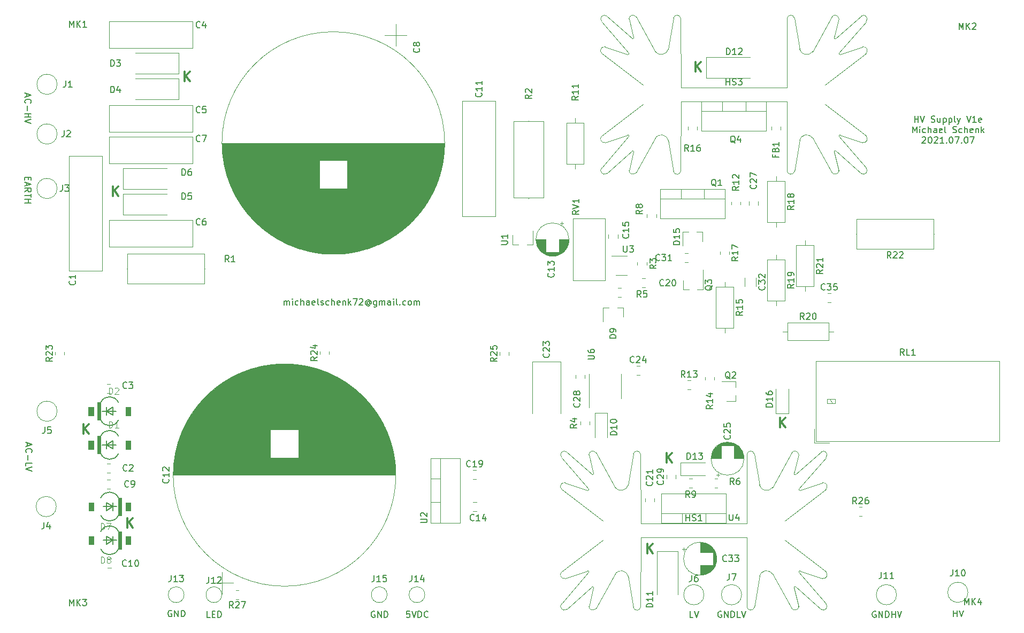
<source format=gbr>
G04 #@! TF.GenerationSoftware,KiCad,Pcbnew,(5.1.10-1-10_14)*
G04 #@! TF.CreationDate,2021-07-07T13:24:20+02:00*
G04 #@! TF.ProjectId,hv-power-supply-v1,68762d70-6f77-4657-922d-737570706c79,rev?*
G04 #@! TF.SameCoordinates,Original*
G04 #@! TF.FileFunction,Legend,Top*
G04 #@! TF.FilePolarity,Positive*
%FSLAX46Y46*%
G04 Gerber Fmt 4.6, Leading zero omitted, Abs format (unit mm)*
G04 Created by KiCad (PCBNEW (5.1.10-1-10_14)) date 2021-07-07 13:24:20*
%MOMM*%
%LPD*%
G01*
G04 APERTURE LIST*
%ADD10C,0.300000*%
%ADD11C,0.150000*%
%ADD12C,0.120000*%
%ADD13C,0.152400*%
%ADD14C,0.010000*%
%ADD15C,0.015000*%
G04 APERTURE END LIST*
D10*
X175375142Y-113200571D02*
X175375142Y-111700571D01*
X176232285Y-113200571D02*
X175589428Y-112343428D01*
X176232285Y-111700571D02*
X175375142Y-112557714D01*
X162040142Y-56812571D02*
X162040142Y-55312571D01*
X162897285Y-56812571D02*
X162254428Y-55955428D01*
X162897285Y-55312571D02*
X162040142Y-56169714D01*
X81141142Y-58336571D02*
X81141142Y-56836571D01*
X81998285Y-58336571D02*
X81355428Y-57479428D01*
X81998285Y-56836571D02*
X81141142Y-57693714D01*
X69838142Y-76497571D02*
X69838142Y-74997571D01*
X70695285Y-76497571D02*
X70052428Y-75640428D01*
X70695285Y-74997571D02*
X69838142Y-75854714D01*
X157468142Y-118788571D02*
X157468142Y-117288571D01*
X158325285Y-118788571D02*
X157682428Y-117931428D01*
X158325285Y-117288571D02*
X157468142Y-118145714D01*
X154420142Y-133139571D02*
X154420142Y-131639571D01*
X155277285Y-133139571D02*
X154634428Y-132282428D01*
X155277285Y-131639571D02*
X154420142Y-132496714D01*
X72124142Y-129075571D02*
X72124142Y-127575571D01*
X72981285Y-129075571D02*
X72338428Y-128218428D01*
X72981285Y-127575571D02*
X72124142Y-128432714D01*
X65139142Y-114216571D02*
X65139142Y-112716571D01*
X65996285Y-114216571D02*
X65353428Y-113359428D01*
X65996285Y-112716571D02*
X65139142Y-113573714D01*
D11*
X202866714Y-143200380D02*
X202866714Y-142200380D01*
X202866714Y-142676571D02*
X203438142Y-142676571D01*
X203438142Y-143200380D02*
X203438142Y-142200380D01*
X203771476Y-142200380D02*
X204104809Y-143200380D01*
X204438142Y-142200380D01*
X190563714Y-142375000D02*
X190468476Y-142327380D01*
X190325619Y-142327380D01*
X190182761Y-142375000D01*
X190087523Y-142470238D01*
X190039904Y-142565476D01*
X189992285Y-142755952D01*
X189992285Y-142898809D01*
X190039904Y-143089285D01*
X190087523Y-143184523D01*
X190182761Y-143279761D01*
X190325619Y-143327380D01*
X190420857Y-143327380D01*
X190563714Y-143279761D01*
X190611333Y-143232142D01*
X190611333Y-142898809D01*
X190420857Y-142898809D01*
X191039904Y-143327380D02*
X191039904Y-142327380D01*
X191611333Y-143327380D01*
X191611333Y-142327380D01*
X192087523Y-143327380D02*
X192087523Y-142327380D01*
X192325619Y-142327380D01*
X192468476Y-142375000D01*
X192563714Y-142470238D01*
X192611333Y-142565476D01*
X192658952Y-142755952D01*
X192658952Y-142898809D01*
X192611333Y-143089285D01*
X192563714Y-143184523D01*
X192468476Y-143279761D01*
X192325619Y-143327380D01*
X192087523Y-143327380D01*
X193087523Y-143327380D02*
X193087523Y-142327380D01*
X193087523Y-142803571D02*
X193658952Y-142803571D01*
X193658952Y-143327380D02*
X193658952Y-142327380D01*
X193992285Y-142327380D02*
X194325619Y-143327380D01*
X194658952Y-142327380D01*
X166133761Y-142375000D02*
X166038523Y-142327380D01*
X165895666Y-142327380D01*
X165752809Y-142375000D01*
X165657571Y-142470238D01*
X165609952Y-142565476D01*
X165562333Y-142755952D01*
X165562333Y-142898809D01*
X165609952Y-143089285D01*
X165657571Y-143184523D01*
X165752809Y-143279761D01*
X165895666Y-143327380D01*
X165990904Y-143327380D01*
X166133761Y-143279761D01*
X166181380Y-143232142D01*
X166181380Y-142898809D01*
X165990904Y-142898809D01*
X166609952Y-143327380D02*
X166609952Y-142327380D01*
X167181380Y-143327380D01*
X167181380Y-142327380D01*
X167657571Y-143327380D02*
X167657571Y-142327380D01*
X167895666Y-142327380D01*
X168038523Y-142375000D01*
X168133761Y-142470238D01*
X168181380Y-142565476D01*
X168229000Y-142755952D01*
X168229000Y-142898809D01*
X168181380Y-143089285D01*
X168133761Y-143184523D01*
X168038523Y-143279761D01*
X167895666Y-143327380D01*
X167657571Y-143327380D01*
X169133761Y-143327380D02*
X168657571Y-143327380D01*
X168657571Y-142327380D01*
X169324238Y-142327380D02*
X169657571Y-143327380D01*
X169990904Y-142327380D01*
X161640952Y-143327380D02*
X161164761Y-143327380D01*
X161164761Y-142327380D01*
X161831428Y-142327380D02*
X162164761Y-143327380D01*
X162498095Y-142327380D01*
X79121095Y-142248000D02*
X79025857Y-142200380D01*
X78883000Y-142200380D01*
X78740142Y-142248000D01*
X78644904Y-142343238D01*
X78597285Y-142438476D01*
X78549666Y-142628952D01*
X78549666Y-142771809D01*
X78597285Y-142962285D01*
X78644904Y-143057523D01*
X78740142Y-143152761D01*
X78883000Y-143200380D01*
X78978238Y-143200380D01*
X79121095Y-143152761D01*
X79168714Y-143105142D01*
X79168714Y-142771809D01*
X78978238Y-142771809D01*
X79597285Y-143200380D02*
X79597285Y-142200380D01*
X80168714Y-143200380D01*
X80168714Y-142200380D01*
X80644904Y-143200380D02*
X80644904Y-142200380D01*
X80883000Y-142200380D01*
X81025857Y-142248000D01*
X81121095Y-142343238D01*
X81168714Y-142438476D01*
X81216333Y-142628952D01*
X81216333Y-142771809D01*
X81168714Y-142962285D01*
X81121095Y-143057523D01*
X81025857Y-143152761D01*
X80883000Y-143200380D01*
X80644904Y-143200380D01*
X85209142Y-143327380D02*
X84732952Y-143327380D01*
X84732952Y-142327380D01*
X85542476Y-142803571D02*
X85875809Y-142803571D01*
X86018666Y-143327380D02*
X85542476Y-143327380D01*
X85542476Y-142327380D01*
X86018666Y-142327380D01*
X86447238Y-143327380D02*
X86447238Y-142327380D01*
X86685333Y-142327380D01*
X86828190Y-142375000D01*
X86923428Y-142470238D01*
X86971047Y-142565476D01*
X87018666Y-142755952D01*
X87018666Y-142898809D01*
X86971047Y-143089285D01*
X86923428Y-143184523D01*
X86828190Y-143279761D01*
X86685333Y-143327380D01*
X86447238Y-143327380D01*
X111252095Y-142375000D02*
X111156857Y-142327380D01*
X111014000Y-142327380D01*
X110871142Y-142375000D01*
X110775904Y-142470238D01*
X110728285Y-142565476D01*
X110680666Y-142755952D01*
X110680666Y-142898809D01*
X110728285Y-143089285D01*
X110775904Y-143184523D01*
X110871142Y-143279761D01*
X111014000Y-143327380D01*
X111109238Y-143327380D01*
X111252095Y-143279761D01*
X111299714Y-143232142D01*
X111299714Y-142898809D01*
X111109238Y-142898809D01*
X111728285Y-143327380D02*
X111728285Y-142327380D01*
X112299714Y-143327380D01*
X112299714Y-142327380D01*
X112775904Y-143327380D02*
X112775904Y-142327380D01*
X113014000Y-142327380D01*
X113156857Y-142375000D01*
X113252095Y-142470238D01*
X113299714Y-142565476D01*
X113347333Y-142755952D01*
X113347333Y-142898809D01*
X113299714Y-143089285D01*
X113252095Y-143184523D01*
X113156857Y-143279761D01*
X113014000Y-143327380D01*
X112775904Y-143327380D01*
X116792523Y-142327380D02*
X116316333Y-142327380D01*
X116268714Y-142803571D01*
X116316333Y-142755952D01*
X116411571Y-142708333D01*
X116649666Y-142708333D01*
X116744904Y-142755952D01*
X116792523Y-142803571D01*
X116840142Y-142898809D01*
X116840142Y-143136904D01*
X116792523Y-143232142D01*
X116744904Y-143279761D01*
X116649666Y-143327380D01*
X116411571Y-143327380D01*
X116316333Y-143279761D01*
X116268714Y-143232142D01*
X117125857Y-142327380D02*
X117459190Y-143327380D01*
X117792523Y-142327380D01*
X118125857Y-143327380D02*
X118125857Y-142327380D01*
X118363952Y-142327380D01*
X118506809Y-142375000D01*
X118602047Y-142470238D01*
X118649666Y-142565476D01*
X118697285Y-142755952D01*
X118697285Y-142898809D01*
X118649666Y-143089285D01*
X118602047Y-143184523D01*
X118506809Y-143279761D01*
X118363952Y-143327380D01*
X118125857Y-143327380D01*
X119697285Y-143232142D02*
X119649666Y-143279761D01*
X119506809Y-143327380D01*
X119411571Y-143327380D01*
X119268714Y-143279761D01*
X119173476Y-143184523D01*
X119125857Y-143089285D01*
X119078238Y-142898809D01*
X119078238Y-142755952D01*
X119125857Y-142565476D01*
X119173476Y-142470238D01*
X119268714Y-142375000D01*
X119411571Y-142327380D01*
X119506809Y-142327380D01*
X119649666Y-142375000D01*
X119697285Y-142422619D01*
X56310333Y-115688523D02*
X56310333Y-116164714D01*
X56024619Y-115593285D02*
X57024619Y-115926619D01*
X56024619Y-116259952D01*
X56119857Y-117164714D02*
X56072238Y-117117095D01*
X56024619Y-116974238D01*
X56024619Y-116879000D01*
X56072238Y-116736142D01*
X56167476Y-116640904D01*
X56262714Y-116593285D01*
X56453190Y-116545666D01*
X56596047Y-116545666D01*
X56786523Y-116593285D01*
X56881761Y-116640904D01*
X56977000Y-116736142D01*
X57024619Y-116879000D01*
X57024619Y-116974238D01*
X56977000Y-117117095D01*
X56929380Y-117164714D01*
X56405571Y-117593285D02*
X56405571Y-118355190D01*
X56024619Y-119307571D02*
X56024619Y-118831380D01*
X57024619Y-118831380D01*
X57024619Y-119498047D02*
X56024619Y-119831380D01*
X57024619Y-120164714D01*
X56421428Y-73540380D02*
X56421428Y-73873714D01*
X55897619Y-74016571D02*
X55897619Y-73540380D01*
X56897619Y-73540380D01*
X56897619Y-74016571D01*
X56183333Y-74397523D02*
X56183333Y-74873714D01*
X55897619Y-74302285D02*
X56897619Y-74635619D01*
X55897619Y-74968952D01*
X55897619Y-75873714D02*
X56373809Y-75540380D01*
X55897619Y-75302285D02*
X56897619Y-75302285D01*
X56897619Y-75683238D01*
X56850000Y-75778476D01*
X56802380Y-75826095D01*
X56707142Y-75873714D01*
X56564285Y-75873714D01*
X56469047Y-75826095D01*
X56421428Y-75778476D01*
X56373809Y-75683238D01*
X56373809Y-75302285D01*
X56897619Y-76159428D02*
X56897619Y-76730857D01*
X55897619Y-76445142D02*
X56897619Y-76445142D01*
X55897619Y-77064190D02*
X56897619Y-77064190D01*
X56421428Y-77064190D02*
X56421428Y-77635619D01*
X55897619Y-77635619D02*
X56897619Y-77635619D01*
X56183333Y-60324476D02*
X56183333Y-60800666D01*
X55897619Y-60229238D02*
X56897619Y-60562571D01*
X55897619Y-60895904D01*
X55992857Y-61800666D02*
X55945238Y-61753047D01*
X55897619Y-61610190D01*
X55897619Y-61514952D01*
X55945238Y-61372095D01*
X56040476Y-61276857D01*
X56135714Y-61229238D01*
X56326190Y-61181619D01*
X56469047Y-61181619D01*
X56659523Y-61229238D01*
X56754761Y-61276857D01*
X56850000Y-61372095D01*
X56897619Y-61514952D01*
X56897619Y-61610190D01*
X56850000Y-61753047D01*
X56802380Y-61800666D01*
X56278571Y-62229238D02*
X56278571Y-62991142D01*
X55897619Y-63467333D02*
X56897619Y-63467333D01*
X56421428Y-63467333D02*
X56421428Y-64038761D01*
X55897619Y-64038761D02*
X56897619Y-64038761D01*
X56897619Y-64372095D02*
X55897619Y-64705428D01*
X56897619Y-65038761D01*
X96918214Y-93797380D02*
X96918214Y-93130714D01*
X96918214Y-93225952D02*
X96965833Y-93178333D01*
X97061071Y-93130714D01*
X97203928Y-93130714D01*
X97299166Y-93178333D01*
X97346785Y-93273571D01*
X97346785Y-93797380D01*
X97346785Y-93273571D02*
X97394404Y-93178333D01*
X97489642Y-93130714D01*
X97632500Y-93130714D01*
X97727738Y-93178333D01*
X97775357Y-93273571D01*
X97775357Y-93797380D01*
X98251547Y-93797380D02*
X98251547Y-93130714D01*
X98251547Y-92797380D02*
X98203928Y-92845000D01*
X98251547Y-92892619D01*
X98299166Y-92845000D01*
X98251547Y-92797380D01*
X98251547Y-92892619D01*
X99156309Y-93749761D02*
X99061071Y-93797380D01*
X98870595Y-93797380D01*
X98775357Y-93749761D01*
X98727738Y-93702142D01*
X98680119Y-93606904D01*
X98680119Y-93321190D01*
X98727738Y-93225952D01*
X98775357Y-93178333D01*
X98870595Y-93130714D01*
X99061071Y-93130714D01*
X99156309Y-93178333D01*
X99584880Y-93797380D02*
X99584880Y-92797380D01*
X100013452Y-93797380D02*
X100013452Y-93273571D01*
X99965833Y-93178333D01*
X99870595Y-93130714D01*
X99727738Y-93130714D01*
X99632500Y-93178333D01*
X99584880Y-93225952D01*
X100918214Y-93797380D02*
X100918214Y-93273571D01*
X100870595Y-93178333D01*
X100775357Y-93130714D01*
X100584880Y-93130714D01*
X100489642Y-93178333D01*
X100918214Y-93749761D02*
X100822976Y-93797380D01*
X100584880Y-93797380D01*
X100489642Y-93749761D01*
X100442023Y-93654523D01*
X100442023Y-93559285D01*
X100489642Y-93464047D01*
X100584880Y-93416428D01*
X100822976Y-93416428D01*
X100918214Y-93368809D01*
X101775357Y-93749761D02*
X101680119Y-93797380D01*
X101489642Y-93797380D01*
X101394404Y-93749761D01*
X101346785Y-93654523D01*
X101346785Y-93273571D01*
X101394404Y-93178333D01*
X101489642Y-93130714D01*
X101680119Y-93130714D01*
X101775357Y-93178333D01*
X101822976Y-93273571D01*
X101822976Y-93368809D01*
X101346785Y-93464047D01*
X102394404Y-93797380D02*
X102299166Y-93749761D01*
X102251547Y-93654523D01*
X102251547Y-92797380D01*
X102727738Y-93749761D02*
X102822976Y-93797380D01*
X103013452Y-93797380D01*
X103108690Y-93749761D01*
X103156309Y-93654523D01*
X103156309Y-93606904D01*
X103108690Y-93511666D01*
X103013452Y-93464047D01*
X102870595Y-93464047D01*
X102775357Y-93416428D01*
X102727738Y-93321190D01*
X102727738Y-93273571D01*
X102775357Y-93178333D01*
X102870595Y-93130714D01*
X103013452Y-93130714D01*
X103108690Y-93178333D01*
X104013452Y-93749761D02*
X103918214Y-93797380D01*
X103727738Y-93797380D01*
X103632500Y-93749761D01*
X103584880Y-93702142D01*
X103537261Y-93606904D01*
X103537261Y-93321190D01*
X103584880Y-93225952D01*
X103632500Y-93178333D01*
X103727738Y-93130714D01*
X103918214Y-93130714D01*
X104013452Y-93178333D01*
X104442023Y-93797380D02*
X104442023Y-92797380D01*
X104870595Y-93797380D02*
X104870595Y-93273571D01*
X104822976Y-93178333D01*
X104727738Y-93130714D01*
X104584880Y-93130714D01*
X104489642Y-93178333D01*
X104442023Y-93225952D01*
X105727738Y-93749761D02*
X105632500Y-93797380D01*
X105442023Y-93797380D01*
X105346785Y-93749761D01*
X105299166Y-93654523D01*
X105299166Y-93273571D01*
X105346785Y-93178333D01*
X105442023Y-93130714D01*
X105632500Y-93130714D01*
X105727738Y-93178333D01*
X105775357Y-93273571D01*
X105775357Y-93368809D01*
X105299166Y-93464047D01*
X106203928Y-93130714D02*
X106203928Y-93797380D01*
X106203928Y-93225952D02*
X106251547Y-93178333D01*
X106346785Y-93130714D01*
X106489642Y-93130714D01*
X106584880Y-93178333D01*
X106632500Y-93273571D01*
X106632500Y-93797380D01*
X107108690Y-93797380D02*
X107108690Y-92797380D01*
X107203928Y-93416428D02*
X107489642Y-93797380D01*
X107489642Y-93130714D02*
X107108690Y-93511666D01*
X107822976Y-92797380D02*
X108489642Y-92797380D01*
X108061071Y-93797380D01*
X108822976Y-92892619D02*
X108870595Y-92845000D01*
X108965833Y-92797380D01*
X109203928Y-92797380D01*
X109299166Y-92845000D01*
X109346785Y-92892619D01*
X109394404Y-92987857D01*
X109394404Y-93083095D01*
X109346785Y-93225952D01*
X108775357Y-93797380D01*
X109394404Y-93797380D01*
X110442023Y-93321190D02*
X110394404Y-93273571D01*
X110299166Y-93225952D01*
X110203928Y-93225952D01*
X110108690Y-93273571D01*
X110061071Y-93321190D01*
X110013452Y-93416428D01*
X110013452Y-93511666D01*
X110061071Y-93606904D01*
X110108690Y-93654523D01*
X110203928Y-93702142D01*
X110299166Y-93702142D01*
X110394404Y-93654523D01*
X110442023Y-93606904D01*
X110442023Y-93225952D02*
X110442023Y-93606904D01*
X110489642Y-93654523D01*
X110537261Y-93654523D01*
X110632500Y-93606904D01*
X110680119Y-93511666D01*
X110680119Y-93273571D01*
X110584880Y-93130714D01*
X110442023Y-93035476D01*
X110251547Y-92987857D01*
X110061071Y-93035476D01*
X109918214Y-93130714D01*
X109822976Y-93273571D01*
X109775357Y-93464047D01*
X109822976Y-93654523D01*
X109918214Y-93797380D01*
X110061071Y-93892619D01*
X110251547Y-93940238D01*
X110442023Y-93892619D01*
X110584880Y-93797380D01*
X111537261Y-93130714D02*
X111537261Y-93940238D01*
X111489642Y-94035476D01*
X111442023Y-94083095D01*
X111346785Y-94130714D01*
X111203928Y-94130714D01*
X111108690Y-94083095D01*
X111537261Y-93749761D02*
X111442023Y-93797380D01*
X111251547Y-93797380D01*
X111156309Y-93749761D01*
X111108690Y-93702142D01*
X111061071Y-93606904D01*
X111061071Y-93321190D01*
X111108690Y-93225952D01*
X111156309Y-93178333D01*
X111251547Y-93130714D01*
X111442023Y-93130714D01*
X111537261Y-93178333D01*
X112013452Y-93797380D02*
X112013452Y-93130714D01*
X112013452Y-93225952D02*
X112061071Y-93178333D01*
X112156309Y-93130714D01*
X112299166Y-93130714D01*
X112394404Y-93178333D01*
X112442023Y-93273571D01*
X112442023Y-93797380D01*
X112442023Y-93273571D02*
X112489642Y-93178333D01*
X112584880Y-93130714D01*
X112727738Y-93130714D01*
X112822976Y-93178333D01*
X112870595Y-93273571D01*
X112870595Y-93797380D01*
X113775357Y-93797380D02*
X113775357Y-93273571D01*
X113727738Y-93178333D01*
X113632500Y-93130714D01*
X113442023Y-93130714D01*
X113346785Y-93178333D01*
X113775357Y-93749761D02*
X113680119Y-93797380D01*
X113442023Y-93797380D01*
X113346785Y-93749761D01*
X113299166Y-93654523D01*
X113299166Y-93559285D01*
X113346785Y-93464047D01*
X113442023Y-93416428D01*
X113680119Y-93416428D01*
X113775357Y-93368809D01*
X114251547Y-93797380D02*
X114251547Y-93130714D01*
X114251547Y-92797380D02*
X114203928Y-92845000D01*
X114251547Y-92892619D01*
X114299166Y-92845000D01*
X114251547Y-92797380D01*
X114251547Y-92892619D01*
X114870595Y-93797380D02*
X114775357Y-93749761D01*
X114727738Y-93654523D01*
X114727738Y-92797380D01*
X115251547Y-93702142D02*
X115299166Y-93749761D01*
X115251547Y-93797380D01*
X115203928Y-93749761D01*
X115251547Y-93702142D01*
X115251547Y-93797380D01*
X116156309Y-93749761D02*
X116061071Y-93797380D01*
X115870595Y-93797380D01*
X115775357Y-93749761D01*
X115727738Y-93702142D01*
X115680119Y-93606904D01*
X115680119Y-93321190D01*
X115727738Y-93225952D01*
X115775357Y-93178333D01*
X115870595Y-93130714D01*
X116061071Y-93130714D01*
X116156309Y-93178333D01*
X116727738Y-93797380D02*
X116632500Y-93749761D01*
X116584880Y-93702142D01*
X116537261Y-93606904D01*
X116537261Y-93321190D01*
X116584880Y-93225952D01*
X116632500Y-93178333D01*
X116727738Y-93130714D01*
X116870595Y-93130714D01*
X116965833Y-93178333D01*
X117013452Y-93225952D01*
X117061071Y-93321190D01*
X117061071Y-93606904D01*
X117013452Y-93702142D01*
X116965833Y-93749761D01*
X116870595Y-93797380D01*
X116727738Y-93797380D01*
X117489642Y-93797380D02*
X117489642Y-93130714D01*
X117489642Y-93225952D02*
X117537261Y-93178333D01*
X117632500Y-93130714D01*
X117775357Y-93130714D01*
X117870595Y-93178333D01*
X117918214Y-93273571D01*
X117918214Y-93797380D01*
X117918214Y-93273571D02*
X117965833Y-93178333D01*
X118061071Y-93130714D01*
X118203928Y-93130714D01*
X118299166Y-93178333D01*
X118346785Y-93273571D01*
X118346785Y-93797380D01*
X196707785Y-64842380D02*
X196707785Y-63842380D01*
X196707785Y-64318571D02*
X197279214Y-64318571D01*
X197279214Y-64842380D02*
X197279214Y-63842380D01*
X197612547Y-63842380D02*
X197945880Y-64842380D01*
X198279214Y-63842380D01*
X199326833Y-64794761D02*
X199469690Y-64842380D01*
X199707785Y-64842380D01*
X199803023Y-64794761D01*
X199850642Y-64747142D01*
X199898261Y-64651904D01*
X199898261Y-64556666D01*
X199850642Y-64461428D01*
X199803023Y-64413809D01*
X199707785Y-64366190D01*
X199517309Y-64318571D01*
X199422071Y-64270952D01*
X199374452Y-64223333D01*
X199326833Y-64128095D01*
X199326833Y-64032857D01*
X199374452Y-63937619D01*
X199422071Y-63890000D01*
X199517309Y-63842380D01*
X199755404Y-63842380D01*
X199898261Y-63890000D01*
X200755404Y-64175714D02*
X200755404Y-64842380D01*
X200326833Y-64175714D02*
X200326833Y-64699523D01*
X200374452Y-64794761D01*
X200469690Y-64842380D01*
X200612547Y-64842380D01*
X200707785Y-64794761D01*
X200755404Y-64747142D01*
X201231595Y-64175714D02*
X201231595Y-65175714D01*
X201231595Y-64223333D02*
X201326833Y-64175714D01*
X201517309Y-64175714D01*
X201612547Y-64223333D01*
X201660166Y-64270952D01*
X201707785Y-64366190D01*
X201707785Y-64651904D01*
X201660166Y-64747142D01*
X201612547Y-64794761D01*
X201517309Y-64842380D01*
X201326833Y-64842380D01*
X201231595Y-64794761D01*
X202136357Y-64175714D02*
X202136357Y-65175714D01*
X202136357Y-64223333D02*
X202231595Y-64175714D01*
X202422071Y-64175714D01*
X202517309Y-64223333D01*
X202564928Y-64270952D01*
X202612547Y-64366190D01*
X202612547Y-64651904D01*
X202564928Y-64747142D01*
X202517309Y-64794761D01*
X202422071Y-64842380D01*
X202231595Y-64842380D01*
X202136357Y-64794761D01*
X203183976Y-64842380D02*
X203088738Y-64794761D01*
X203041119Y-64699523D01*
X203041119Y-63842380D01*
X203469690Y-64175714D02*
X203707785Y-64842380D01*
X203945880Y-64175714D02*
X203707785Y-64842380D01*
X203612547Y-65080476D01*
X203564928Y-65128095D01*
X203469690Y-65175714D01*
X204945880Y-63842380D02*
X205279214Y-64842380D01*
X205612547Y-63842380D01*
X206469690Y-64842380D02*
X205898261Y-64842380D01*
X206183976Y-64842380D02*
X206183976Y-63842380D01*
X206088738Y-63985238D01*
X205993500Y-64080476D01*
X205898261Y-64128095D01*
X207279214Y-64794761D02*
X207183976Y-64842380D01*
X206993500Y-64842380D01*
X206898261Y-64794761D01*
X206850642Y-64699523D01*
X206850642Y-64318571D01*
X206898261Y-64223333D01*
X206993500Y-64175714D01*
X207183976Y-64175714D01*
X207279214Y-64223333D01*
X207326833Y-64318571D01*
X207326833Y-64413809D01*
X206850642Y-64509047D01*
X196374452Y-66492380D02*
X196374452Y-65492380D01*
X196707785Y-66206666D01*
X197041119Y-65492380D01*
X197041119Y-66492380D01*
X197517309Y-66492380D02*
X197517309Y-65825714D01*
X197517309Y-65492380D02*
X197469690Y-65540000D01*
X197517309Y-65587619D01*
X197564928Y-65540000D01*
X197517309Y-65492380D01*
X197517309Y-65587619D01*
X198422071Y-66444761D02*
X198326833Y-66492380D01*
X198136357Y-66492380D01*
X198041119Y-66444761D01*
X197993500Y-66397142D01*
X197945880Y-66301904D01*
X197945880Y-66016190D01*
X197993500Y-65920952D01*
X198041119Y-65873333D01*
X198136357Y-65825714D01*
X198326833Y-65825714D01*
X198422071Y-65873333D01*
X198850642Y-66492380D02*
X198850642Y-65492380D01*
X199279214Y-66492380D02*
X199279214Y-65968571D01*
X199231595Y-65873333D01*
X199136357Y-65825714D01*
X198993500Y-65825714D01*
X198898261Y-65873333D01*
X198850642Y-65920952D01*
X200183976Y-66492380D02*
X200183976Y-65968571D01*
X200136357Y-65873333D01*
X200041119Y-65825714D01*
X199850642Y-65825714D01*
X199755404Y-65873333D01*
X200183976Y-66444761D02*
X200088738Y-66492380D01*
X199850642Y-66492380D01*
X199755404Y-66444761D01*
X199707785Y-66349523D01*
X199707785Y-66254285D01*
X199755404Y-66159047D01*
X199850642Y-66111428D01*
X200088738Y-66111428D01*
X200183976Y-66063809D01*
X201041119Y-66444761D02*
X200945880Y-66492380D01*
X200755404Y-66492380D01*
X200660166Y-66444761D01*
X200612547Y-66349523D01*
X200612547Y-65968571D01*
X200660166Y-65873333D01*
X200755404Y-65825714D01*
X200945880Y-65825714D01*
X201041119Y-65873333D01*
X201088738Y-65968571D01*
X201088738Y-66063809D01*
X200612547Y-66159047D01*
X201660166Y-66492380D02*
X201564928Y-66444761D01*
X201517309Y-66349523D01*
X201517309Y-65492380D01*
X202755404Y-66444761D02*
X202898261Y-66492380D01*
X203136357Y-66492380D01*
X203231595Y-66444761D01*
X203279214Y-66397142D01*
X203326833Y-66301904D01*
X203326833Y-66206666D01*
X203279214Y-66111428D01*
X203231595Y-66063809D01*
X203136357Y-66016190D01*
X202945880Y-65968571D01*
X202850642Y-65920952D01*
X202803023Y-65873333D01*
X202755404Y-65778095D01*
X202755404Y-65682857D01*
X202803023Y-65587619D01*
X202850642Y-65540000D01*
X202945880Y-65492380D01*
X203183976Y-65492380D01*
X203326833Y-65540000D01*
X204183976Y-66444761D02*
X204088738Y-66492380D01*
X203898261Y-66492380D01*
X203803023Y-66444761D01*
X203755404Y-66397142D01*
X203707785Y-66301904D01*
X203707785Y-66016190D01*
X203755404Y-65920952D01*
X203803023Y-65873333D01*
X203898261Y-65825714D01*
X204088738Y-65825714D01*
X204183976Y-65873333D01*
X204612547Y-66492380D02*
X204612547Y-65492380D01*
X205041119Y-66492380D02*
X205041119Y-65968571D01*
X204993500Y-65873333D01*
X204898261Y-65825714D01*
X204755404Y-65825714D01*
X204660166Y-65873333D01*
X204612547Y-65920952D01*
X205898261Y-66444761D02*
X205803023Y-66492380D01*
X205612547Y-66492380D01*
X205517309Y-66444761D01*
X205469690Y-66349523D01*
X205469690Y-65968571D01*
X205517309Y-65873333D01*
X205612547Y-65825714D01*
X205803023Y-65825714D01*
X205898261Y-65873333D01*
X205945880Y-65968571D01*
X205945880Y-66063809D01*
X205469690Y-66159047D01*
X206374452Y-65825714D02*
X206374452Y-66492380D01*
X206374452Y-65920952D02*
X206422071Y-65873333D01*
X206517309Y-65825714D01*
X206660166Y-65825714D01*
X206755404Y-65873333D01*
X206803023Y-65968571D01*
X206803023Y-66492380D01*
X207279214Y-66492380D02*
X207279214Y-65492380D01*
X207374452Y-66111428D02*
X207660166Y-66492380D01*
X207660166Y-65825714D02*
X207279214Y-66206666D01*
X197898261Y-67237619D02*
X197945880Y-67190000D01*
X198041119Y-67142380D01*
X198279214Y-67142380D01*
X198374452Y-67190000D01*
X198422071Y-67237619D01*
X198469690Y-67332857D01*
X198469690Y-67428095D01*
X198422071Y-67570952D01*
X197850642Y-68142380D01*
X198469690Y-68142380D01*
X199088738Y-67142380D02*
X199183976Y-67142380D01*
X199279214Y-67190000D01*
X199326833Y-67237619D01*
X199374452Y-67332857D01*
X199422071Y-67523333D01*
X199422071Y-67761428D01*
X199374452Y-67951904D01*
X199326833Y-68047142D01*
X199279214Y-68094761D01*
X199183976Y-68142380D01*
X199088738Y-68142380D01*
X198993500Y-68094761D01*
X198945880Y-68047142D01*
X198898261Y-67951904D01*
X198850642Y-67761428D01*
X198850642Y-67523333D01*
X198898261Y-67332857D01*
X198945880Y-67237619D01*
X198993500Y-67190000D01*
X199088738Y-67142380D01*
X199803023Y-67237619D02*
X199850642Y-67190000D01*
X199945880Y-67142380D01*
X200183976Y-67142380D01*
X200279214Y-67190000D01*
X200326833Y-67237619D01*
X200374452Y-67332857D01*
X200374452Y-67428095D01*
X200326833Y-67570952D01*
X199755404Y-68142380D01*
X200374452Y-68142380D01*
X201326833Y-68142380D02*
X200755404Y-68142380D01*
X201041119Y-68142380D02*
X201041119Y-67142380D01*
X200945880Y-67285238D01*
X200850642Y-67380476D01*
X200755404Y-67428095D01*
X201755404Y-68047142D02*
X201803023Y-68094761D01*
X201755404Y-68142380D01*
X201707785Y-68094761D01*
X201755404Y-68047142D01*
X201755404Y-68142380D01*
X202422071Y-67142380D02*
X202517309Y-67142380D01*
X202612547Y-67190000D01*
X202660166Y-67237619D01*
X202707785Y-67332857D01*
X202755404Y-67523333D01*
X202755404Y-67761428D01*
X202707785Y-67951904D01*
X202660166Y-68047142D01*
X202612547Y-68094761D01*
X202517309Y-68142380D01*
X202422071Y-68142380D01*
X202326833Y-68094761D01*
X202279214Y-68047142D01*
X202231595Y-67951904D01*
X202183976Y-67761428D01*
X202183976Y-67523333D01*
X202231595Y-67332857D01*
X202279214Y-67237619D01*
X202326833Y-67190000D01*
X202422071Y-67142380D01*
X203088738Y-67142380D02*
X203755404Y-67142380D01*
X203326833Y-68142380D01*
X204136357Y-68047142D02*
X204183976Y-68094761D01*
X204136357Y-68142380D01*
X204088738Y-68094761D01*
X204136357Y-68047142D01*
X204136357Y-68142380D01*
X204803023Y-67142380D02*
X204898261Y-67142380D01*
X204993500Y-67190000D01*
X205041119Y-67237619D01*
X205088738Y-67332857D01*
X205136357Y-67523333D01*
X205136357Y-67761428D01*
X205088738Y-67951904D01*
X205041119Y-68047142D01*
X204993500Y-68094761D01*
X204898261Y-68142380D01*
X204803023Y-68142380D01*
X204707785Y-68094761D01*
X204660166Y-68047142D01*
X204612547Y-67951904D01*
X204564928Y-67761428D01*
X204564928Y-67523333D01*
X204612547Y-67332857D01*
X204660166Y-67237619D01*
X204707785Y-67190000D01*
X204803023Y-67142380D01*
X205469690Y-67142380D02*
X206136357Y-67142380D01*
X205707785Y-68142380D01*
D12*
X149426400Y-89060500D02*
X151186400Y-89060500D01*
X151186400Y-85990500D02*
X148756400Y-85990500D01*
X114610000Y-120753000D02*
G75*
G03*
X114610000Y-120753000I-17620000J0D01*
G01*
X79410000Y-120753000D02*
X114570000Y-120753000D01*
X79410000Y-120713000D02*
X114570000Y-120713000D01*
X79410000Y-120673000D02*
X114570000Y-120673000D01*
X79410000Y-120633000D02*
X114570000Y-120633000D01*
X79410000Y-120593000D02*
X114570000Y-120593000D01*
X79411000Y-120553000D02*
X114569000Y-120553000D01*
X79411000Y-120513000D02*
X114569000Y-120513000D01*
X79412000Y-120473000D02*
X114568000Y-120473000D01*
X79412000Y-120433000D02*
X114568000Y-120433000D01*
X79413000Y-120393000D02*
X114567000Y-120393000D01*
X79414000Y-120353000D02*
X114566000Y-120353000D01*
X79415000Y-120313000D02*
X114565000Y-120313000D01*
X79416000Y-120273000D02*
X114564000Y-120273000D01*
X79417000Y-120233000D02*
X114563000Y-120233000D01*
X79418000Y-120193000D02*
X114562000Y-120193000D01*
X79420000Y-120153000D02*
X114560000Y-120153000D01*
X79421000Y-120113000D02*
X114559000Y-120113000D01*
X79423000Y-120073000D02*
X114557000Y-120073000D01*
X79424000Y-120032000D02*
X114556000Y-120032000D01*
X79426000Y-119992000D02*
X114554000Y-119992000D01*
X79428000Y-119952000D02*
X114552000Y-119952000D01*
X79430000Y-119912000D02*
X114550000Y-119912000D01*
X79431000Y-119872000D02*
X114549000Y-119872000D01*
X79434000Y-119832000D02*
X114546000Y-119832000D01*
X79436000Y-119792000D02*
X114544000Y-119792000D01*
X79438000Y-119752000D02*
X114542000Y-119752000D01*
X79440000Y-119712000D02*
X114540000Y-119712000D01*
X79443000Y-119672000D02*
X114537000Y-119672000D01*
X79445000Y-119632000D02*
X114535000Y-119632000D01*
X79448000Y-119592000D02*
X114532000Y-119592000D01*
X79450000Y-119552000D02*
X114530000Y-119552000D01*
X79453000Y-119512000D02*
X114527000Y-119512000D01*
X79456000Y-119472000D02*
X114524000Y-119472000D01*
X79459000Y-119432000D02*
X114521000Y-119432000D01*
X79462000Y-119392000D02*
X114518000Y-119392000D01*
X79465000Y-119352000D02*
X114515000Y-119352000D01*
X79468000Y-119312000D02*
X114512000Y-119312000D01*
X79472000Y-119272000D02*
X114508000Y-119272000D01*
X79475000Y-119232000D02*
X114505000Y-119232000D01*
X79479000Y-119192000D02*
X114501000Y-119192000D01*
X79482000Y-119152000D02*
X114498000Y-119152000D01*
X79486000Y-119112000D02*
X114494000Y-119112000D01*
X79490000Y-119072000D02*
X114490000Y-119072000D01*
X79494000Y-119032000D02*
X114486000Y-119032000D01*
X79498000Y-118992000D02*
X114482000Y-118992000D01*
X79502000Y-118952000D02*
X114478000Y-118952000D01*
X79506000Y-118912000D02*
X114474000Y-118912000D01*
X79510000Y-118872000D02*
X114470000Y-118872000D01*
X79514000Y-118832000D02*
X114466000Y-118832000D01*
X79519000Y-118792000D02*
X114461000Y-118792000D01*
X79523000Y-118752000D02*
X114457000Y-118752000D01*
X79528000Y-118712000D02*
X114452000Y-118712000D01*
X79533000Y-118672000D02*
X114447000Y-118672000D01*
X79538000Y-118632000D02*
X114442000Y-118632000D01*
X79542000Y-118592000D02*
X114438000Y-118592000D01*
X79547000Y-118552000D02*
X114433000Y-118552000D01*
X79552000Y-118512000D02*
X114428000Y-118512000D01*
X79558000Y-118472000D02*
X114422000Y-118472000D01*
X79563000Y-118432000D02*
X114417000Y-118432000D01*
X79568000Y-118392000D02*
X114412000Y-118392000D01*
X79574000Y-118352000D02*
X114406000Y-118352000D01*
X79579000Y-118312000D02*
X114401000Y-118312000D01*
X79585000Y-118272000D02*
X114395000Y-118272000D01*
X79591000Y-118232000D02*
X114389000Y-118232000D01*
X79596000Y-118192000D02*
X114384000Y-118192000D01*
X79602000Y-118152000D02*
X114378000Y-118152000D01*
X79608000Y-118112000D02*
X114372000Y-118112000D01*
X79615000Y-118072000D02*
X114365000Y-118072000D01*
X79621000Y-118032000D02*
X114359000Y-118032000D01*
X79627000Y-117992000D02*
X94750000Y-117992000D01*
X99230000Y-117992000D02*
X114353000Y-117992000D01*
X79633000Y-117952000D02*
X94750000Y-117952000D01*
X99230000Y-117952000D02*
X114347000Y-117952000D01*
X79640000Y-117912000D02*
X94750000Y-117912000D01*
X99230000Y-117912000D02*
X114340000Y-117912000D01*
X79646000Y-117872000D02*
X94750000Y-117872000D01*
X99230000Y-117872000D02*
X114334000Y-117872000D01*
X79653000Y-117832000D02*
X94750000Y-117832000D01*
X99230000Y-117832000D02*
X114327000Y-117832000D01*
X79660000Y-117792000D02*
X94750000Y-117792000D01*
X99230000Y-117792000D02*
X114320000Y-117792000D01*
X79667000Y-117752000D02*
X94750000Y-117752000D01*
X99230000Y-117752000D02*
X114313000Y-117752000D01*
X79674000Y-117712000D02*
X94750000Y-117712000D01*
X99230000Y-117712000D02*
X114306000Y-117712000D01*
X79681000Y-117672000D02*
X94750000Y-117672000D01*
X99230000Y-117672000D02*
X114299000Y-117672000D01*
X79688000Y-117632000D02*
X94750000Y-117632000D01*
X99230000Y-117632000D02*
X114292000Y-117632000D01*
X79695000Y-117592000D02*
X94750000Y-117592000D01*
X99230000Y-117592000D02*
X114285000Y-117592000D01*
X79703000Y-117552000D02*
X94750000Y-117552000D01*
X99230000Y-117552000D02*
X114277000Y-117552000D01*
X79710000Y-117512000D02*
X94750000Y-117512000D01*
X99230000Y-117512000D02*
X114270000Y-117512000D01*
X79717000Y-117472000D02*
X94750000Y-117472000D01*
X99230000Y-117472000D02*
X114263000Y-117472000D01*
X79725000Y-117432000D02*
X94750000Y-117432000D01*
X99230000Y-117432000D02*
X114255000Y-117432000D01*
X79733000Y-117392000D02*
X94750000Y-117392000D01*
X99230000Y-117392000D02*
X114247000Y-117392000D01*
X79741000Y-117352000D02*
X94750000Y-117352000D01*
X99230000Y-117352000D02*
X114239000Y-117352000D01*
X79749000Y-117312000D02*
X94750000Y-117312000D01*
X99230000Y-117312000D02*
X114231000Y-117312000D01*
X79757000Y-117272000D02*
X94750000Y-117272000D01*
X99230000Y-117272000D02*
X114223000Y-117272000D01*
X79765000Y-117232000D02*
X94750000Y-117232000D01*
X99230000Y-117232000D02*
X114215000Y-117232000D01*
X79773000Y-117192000D02*
X94750000Y-117192000D01*
X99230000Y-117192000D02*
X114207000Y-117192000D01*
X79781000Y-117152000D02*
X94750000Y-117152000D01*
X99230000Y-117152000D02*
X114199000Y-117152000D01*
X79790000Y-117112000D02*
X94750000Y-117112000D01*
X99230000Y-117112000D02*
X114190000Y-117112000D01*
X79798000Y-117072000D02*
X94750000Y-117072000D01*
X99230000Y-117072000D02*
X114182000Y-117072000D01*
X79807000Y-117032000D02*
X94750000Y-117032000D01*
X99230000Y-117032000D02*
X114173000Y-117032000D01*
X79815000Y-116992000D02*
X94750000Y-116992000D01*
X99230000Y-116992000D02*
X114165000Y-116992000D01*
X79824000Y-116952000D02*
X94750000Y-116952000D01*
X99230000Y-116952000D02*
X114156000Y-116952000D01*
X79833000Y-116912000D02*
X94750000Y-116912000D01*
X99230000Y-116912000D02*
X114147000Y-116912000D01*
X79842000Y-116872000D02*
X94750000Y-116872000D01*
X99230000Y-116872000D02*
X114138000Y-116872000D01*
X79851000Y-116832000D02*
X94750000Y-116832000D01*
X99230000Y-116832000D02*
X114129000Y-116832000D01*
X79860000Y-116792000D02*
X94750000Y-116792000D01*
X99230000Y-116792000D02*
X114120000Y-116792000D01*
X79870000Y-116752000D02*
X94750000Y-116752000D01*
X99230000Y-116752000D02*
X114110000Y-116752000D01*
X79879000Y-116712000D02*
X94750000Y-116712000D01*
X99230000Y-116712000D02*
X114101000Y-116712000D01*
X79888000Y-116672000D02*
X94750000Y-116672000D01*
X99230000Y-116672000D02*
X114092000Y-116672000D01*
X79898000Y-116632000D02*
X94750000Y-116632000D01*
X99230000Y-116632000D02*
X114082000Y-116632000D01*
X79908000Y-116592000D02*
X94750000Y-116592000D01*
X99230000Y-116592000D02*
X114072000Y-116592000D01*
X79917000Y-116552000D02*
X94750000Y-116552000D01*
X99230000Y-116552000D02*
X114063000Y-116552000D01*
X79927000Y-116512000D02*
X94750000Y-116512000D01*
X99230000Y-116512000D02*
X114053000Y-116512000D01*
X79937000Y-116472000D02*
X94750000Y-116472000D01*
X99230000Y-116472000D02*
X114043000Y-116472000D01*
X79947000Y-116432000D02*
X94750000Y-116432000D01*
X99230000Y-116432000D02*
X114033000Y-116432000D01*
X79957000Y-116392000D02*
X94750000Y-116392000D01*
X99230000Y-116392000D02*
X114023000Y-116392000D01*
X79968000Y-116352000D02*
X94750000Y-116352000D01*
X99230000Y-116352000D02*
X114012000Y-116352000D01*
X79978000Y-116312000D02*
X94750000Y-116312000D01*
X99230000Y-116312000D02*
X114002000Y-116312000D01*
X79989000Y-116272000D02*
X94750000Y-116272000D01*
X99230000Y-116272000D02*
X113991000Y-116272000D01*
X79999000Y-116232000D02*
X94750000Y-116232000D01*
X99230000Y-116232000D02*
X113981000Y-116232000D01*
X80010000Y-116192000D02*
X94750000Y-116192000D01*
X99230000Y-116192000D02*
X113970000Y-116192000D01*
X80021000Y-116152000D02*
X94750000Y-116152000D01*
X99230000Y-116152000D02*
X113959000Y-116152000D01*
X80031000Y-116112000D02*
X94750000Y-116112000D01*
X99230000Y-116112000D02*
X113949000Y-116112000D01*
X80042000Y-116072000D02*
X94750000Y-116072000D01*
X99230000Y-116072000D02*
X113938000Y-116072000D01*
X80053000Y-116032000D02*
X94750000Y-116032000D01*
X99230000Y-116032000D02*
X113927000Y-116032000D01*
X80065000Y-115992000D02*
X94750000Y-115992000D01*
X99230000Y-115992000D02*
X113915000Y-115992000D01*
X80076000Y-115952000D02*
X94750000Y-115952000D01*
X99230000Y-115952000D02*
X113904000Y-115952000D01*
X80087000Y-115912000D02*
X94750000Y-115912000D01*
X99230000Y-115912000D02*
X113893000Y-115912000D01*
X80099000Y-115872000D02*
X94750000Y-115872000D01*
X99230000Y-115872000D02*
X113881000Y-115872000D01*
X80110000Y-115832000D02*
X94750000Y-115832000D01*
X99230000Y-115832000D02*
X113870000Y-115832000D01*
X80122000Y-115792000D02*
X94750000Y-115792000D01*
X99230000Y-115792000D02*
X113858000Y-115792000D01*
X80134000Y-115752000D02*
X94750000Y-115752000D01*
X99230000Y-115752000D02*
X113846000Y-115752000D01*
X80146000Y-115712000D02*
X94750000Y-115712000D01*
X99230000Y-115712000D02*
X113834000Y-115712000D01*
X80158000Y-115672000D02*
X94750000Y-115672000D01*
X99230000Y-115672000D02*
X113822000Y-115672000D01*
X80170000Y-115632000D02*
X94750000Y-115632000D01*
X99230000Y-115632000D02*
X113810000Y-115632000D01*
X80182000Y-115592000D02*
X94750000Y-115592000D01*
X99230000Y-115592000D02*
X113798000Y-115592000D01*
X80194000Y-115552000D02*
X94750000Y-115552000D01*
X99230000Y-115552000D02*
X113786000Y-115552000D01*
X80207000Y-115512000D02*
X94750000Y-115512000D01*
X99230000Y-115512000D02*
X113773000Y-115512000D01*
X80219000Y-115472000D02*
X94750000Y-115472000D01*
X99230000Y-115472000D02*
X113761000Y-115472000D01*
X80232000Y-115432000D02*
X94750000Y-115432000D01*
X99230000Y-115432000D02*
X113748000Y-115432000D01*
X80245000Y-115392000D02*
X94750000Y-115392000D01*
X99230000Y-115392000D02*
X113735000Y-115392000D01*
X80257000Y-115352000D02*
X94750000Y-115352000D01*
X99230000Y-115352000D02*
X113723000Y-115352000D01*
X80270000Y-115312000D02*
X94750000Y-115312000D01*
X99230000Y-115312000D02*
X113710000Y-115312000D01*
X80283000Y-115272000D02*
X94750000Y-115272000D01*
X99230000Y-115272000D02*
X113697000Y-115272000D01*
X80296000Y-115232000D02*
X94750000Y-115232000D01*
X99230000Y-115232000D02*
X113684000Y-115232000D01*
X80310000Y-115192000D02*
X94750000Y-115192000D01*
X99230000Y-115192000D02*
X113670000Y-115192000D01*
X80323000Y-115152000D02*
X94750000Y-115152000D01*
X99230000Y-115152000D02*
X113657000Y-115152000D01*
X80337000Y-115112000D02*
X94750000Y-115112000D01*
X99230000Y-115112000D02*
X113643000Y-115112000D01*
X80350000Y-115072000D02*
X94750000Y-115072000D01*
X99230000Y-115072000D02*
X113630000Y-115072000D01*
X80364000Y-115032000D02*
X94750000Y-115032000D01*
X99230000Y-115032000D02*
X113616000Y-115032000D01*
X80378000Y-114992000D02*
X94750000Y-114992000D01*
X99230000Y-114992000D02*
X113602000Y-114992000D01*
X80391000Y-114952000D02*
X94750000Y-114952000D01*
X99230000Y-114952000D02*
X113589000Y-114952000D01*
X80405000Y-114912000D02*
X94750000Y-114912000D01*
X99230000Y-114912000D02*
X113575000Y-114912000D01*
X80420000Y-114872000D02*
X94750000Y-114872000D01*
X99230000Y-114872000D02*
X113560000Y-114872000D01*
X80434000Y-114832000D02*
X94750000Y-114832000D01*
X99230000Y-114832000D02*
X113546000Y-114832000D01*
X80448000Y-114792000D02*
X94750000Y-114792000D01*
X99230000Y-114792000D02*
X113532000Y-114792000D01*
X80463000Y-114752000D02*
X94750000Y-114752000D01*
X99230000Y-114752000D02*
X113517000Y-114752000D01*
X80477000Y-114712000D02*
X94750000Y-114712000D01*
X99230000Y-114712000D02*
X113503000Y-114712000D01*
X80492000Y-114672000D02*
X94750000Y-114672000D01*
X99230000Y-114672000D02*
X113488000Y-114672000D01*
X80506000Y-114632000D02*
X94750000Y-114632000D01*
X99230000Y-114632000D02*
X113474000Y-114632000D01*
X80521000Y-114592000D02*
X94750000Y-114592000D01*
X99230000Y-114592000D02*
X113459000Y-114592000D01*
X80536000Y-114552000D02*
X94750000Y-114552000D01*
X99230000Y-114552000D02*
X113444000Y-114552000D01*
X80551000Y-114512000D02*
X94750000Y-114512000D01*
X99230000Y-114512000D02*
X113429000Y-114512000D01*
X80567000Y-114472000D02*
X94750000Y-114472000D01*
X99230000Y-114472000D02*
X113413000Y-114472000D01*
X80582000Y-114432000D02*
X94750000Y-114432000D01*
X99230000Y-114432000D02*
X113398000Y-114432000D01*
X80597000Y-114392000D02*
X94750000Y-114392000D01*
X99230000Y-114392000D02*
X113383000Y-114392000D01*
X80613000Y-114352000D02*
X94750000Y-114352000D01*
X99230000Y-114352000D02*
X113367000Y-114352000D01*
X80629000Y-114312000D02*
X94750000Y-114312000D01*
X99230000Y-114312000D02*
X113351000Y-114312000D01*
X80644000Y-114272000D02*
X94750000Y-114272000D01*
X99230000Y-114272000D02*
X113336000Y-114272000D01*
X80660000Y-114232000D02*
X94750000Y-114232000D01*
X99230000Y-114232000D02*
X113320000Y-114232000D01*
X80676000Y-114192000D02*
X94750000Y-114192000D01*
X99230000Y-114192000D02*
X113304000Y-114192000D01*
X80692000Y-114152000D02*
X94750000Y-114152000D01*
X99230000Y-114152000D02*
X113288000Y-114152000D01*
X80709000Y-114112000D02*
X94750000Y-114112000D01*
X99230000Y-114112000D02*
X113271000Y-114112000D01*
X80725000Y-114072000D02*
X94750000Y-114072000D01*
X99230000Y-114072000D02*
X113255000Y-114072000D01*
X80741000Y-114032000D02*
X94750000Y-114032000D01*
X99230000Y-114032000D02*
X113239000Y-114032000D01*
X80758000Y-113992000D02*
X94750000Y-113992000D01*
X99230000Y-113992000D02*
X113222000Y-113992000D01*
X80775000Y-113952000D02*
X94750000Y-113952000D01*
X99230000Y-113952000D02*
X113205000Y-113952000D01*
X80791000Y-113912000D02*
X94750000Y-113912000D01*
X99230000Y-113912000D02*
X113189000Y-113912000D01*
X80808000Y-113872000D02*
X94750000Y-113872000D01*
X99230000Y-113872000D02*
X113172000Y-113872000D01*
X80825000Y-113832000D02*
X94750000Y-113832000D01*
X99230000Y-113832000D02*
X113155000Y-113832000D01*
X80842000Y-113792000D02*
X94750000Y-113792000D01*
X99230000Y-113792000D02*
X113138000Y-113792000D01*
X80860000Y-113752000D02*
X94750000Y-113752000D01*
X99230000Y-113752000D02*
X113120000Y-113752000D01*
X80877000Y-113712000D02*
X94750000Y-113712000D01*
X99230000Y-113712000D02*
X113103000Y-113712000D01*
X80895000Y-113672000D02*
X94750000Y-113672000D01*
X99230000Y-113672000D02*
X113085000Y-113672000D01*
X80912000Y-113632000D02*
X94750000Y-113632000D01*
X99230000Y-113632000D02*
X113068000Y-113632000D01*
X80930000Y-113592000D02*
X94750000Y-113592000D01*
X99230000Y-113592000D02*
X113050000Y-113592000D01*
X80948000Y-113552000D02*
X94750000Y-113552000D01*
X99230000Y-113552000D02*
X113032000Y-113552000D01*
X80966000Y-113512000D02*
X113014000Y-113512000D01*
X80984000Y-113472000D02*
X112996000Y-113472000D01*
X81002000Y-113432000D02*
X112978000Y-113432000D01*
X81020000Y-113392000D02*
X112960000Y-113392000D01*
X81039000Y-113352000D02*
X112941000Y-113352000D01*
X81057000Y-113312000D02*
X112923000Y-113312000D01*
X81076000Y-113272000D02*
X112904000Y-113272000D01*
X81095000Y-113232000D02*
X112885000Y-113232000D01*
X81114000Y-113192000D02*
X112866000Y-113192000D01*
X81133000Y-113152000D02*
X112847000Y-113152000D01*
X81152000Y-113112000D02*
X112828000Y-113112000D01*
X81171000Y-113072000D02*
X112809000Y-113072000D01*
X81191000Y-113032000D02*
X112789000Y-113032000D01*
X81210000Y-112992000D02*
X112770000Y-112992000D01*
X81230000Y-112952000D02*
X112750000Y-112952000D01*
X81250000Y-112912000D02*
X112730000Y-112912000D01*
X81270000Y-112872000D02*
X112710000Y-112872000D01*
X81290000Y-112832000D02*
X112690000Y-112832000D01*
X81310000Y-112792000D02*
X112670000Y-112792000D01*
X81330000Y-112752000D02*
X112650000Y-112752000D01*
X81351000Y-112712000D02*
X112629000Y-112712000D01*
X81371000Y-112672000D02*
X112609000Y-112672000D01*
X81392000Y-112632000D02*
X112588000Y-112632000D01*
X81413000Y-112592000D02*
X112567000Y-112592000D01*
X81434000Y-112553000D02*
X112546000Y-112553000D01*
X81455000Y-112513000D02*
X112525000Y-112513000D01*
X81476000Y-112473000D02*
X112504000Y-112473000D01*
X81498000Y-112433000D02*
X112482000Y-112433000D01*
X81519000Y-112393000D02*
X112461000Y-112393000D01*
X81541000Y-112353000D02*
X112439000Y-112353000D01*
X81562000Y-112313000D02*
X112418000Y-112313000D01*
X81584000Y-112273000D02*
X112396000Y-112273000D01*
X81606000Y-112233000D02*
X112374000Y-112233000D01*
X81629000Y-112193000D02*
X112351000Y-112193000D01*
X81651000Y-112153000D02*
X112329000Y-112153000D01*
X81673000Y-112113000D02*
X112307000Y-112113000D01*
X81696000Y-112073000D02*
X112284000Y-112073000D01*
X81719000Y-112033000D02*
X112261000Y-112033000D01*
X81741000Y-111993000D02*
X112239000Y-111993000D01*
X81764000Y-111953000D02*
X112216000Y-111953000D01*
X81787000Y-111913000D02*
X112193000Y-111913000D01*
X81811000Y-111873000D02*
X112169000Y-111873000D01*
X81834000Y-111833000D02*
X112146000Y-111833000D01*
X81858000Y-111793000D02*
X112122000Y-111793000D01*
X81881000Y-111753000D02*
X112099000Y-111753000D01*
X81905000Y-111713000D02*
X112075000Y-111713000D01*
X81929000Y-111673000D02*
X112051000Y-111673000D01*
X81953000Y-111633000D02*
X112027000Y-111633000D01*
X81978000Y-111593000D02*
X112002000Y-111593000D01*
X82002000Y-111553000D02*
X111978000Y-111553000D01*
X82027000Y-111513000D02*
X111953000Y-111513000D01*
X82051000Y-111473000D02*
X111929000Y-111473000D01*
X82076000Y-111433000D02*
X111904000Y-111433000D01*
X82101000Y-111393000D02*
X111879000Y-111393000D01*
X82126000Y-111353000D02*
X111854000Y-111353000D01*
X82152000Y-111313000D02*
X111828000Y-111313000D01*
X82177000Y-111273000D02*
X111803000Y-111273000D01*
X82203000Y-111233000D02*
X111777000Y-111233000D01*
X82228000Y-111193000D02*
X111752000Y-111193000D01*
X82254000Y-111153000D02*
X111726000Y-111153000D01*
X82280000Y-111113000D02*
X111700000Y-111113000D01*
X82307000Y-111073000D02*
X111673000Y-111073000D01*
X82333000Y-111033000D02*
X111647000Y-111033000D01*
X82360000Y-110993000D02*
X111620000Y-110993000D01*
X82386000Y-110953000D02*
X111594000Y-110953000D01*
X82413000Y-110913000D02*
X111567000Y-110913000D01*
X82440000Y-110873000D02*
X111540000Y-110873000D01*
X82467000Y-110833000D02*
X111513000Y-110833000D01*
X82495000Y-110793000D02*
X111485000Y-110793000D01*
X82522000Y-110753000D02*
X111458000Y-110753000D01*
X82550000Y-110713000D02*
X111430000Y-110713000D01*
X82578000Y-110673000D02*
X111402000Y-110673000D01*
X82606000Y-110633000D02*
X111374000Y-110633000D01*
X82634000Y-110593000D02*
X111346000Y-110593000D01*
X82662000Y-110553000D02*
X111318000Y-110553000D01*
X82691000Y-110513000D02*
X111289000Y-110513000D01*
X82719000Y-110473000D02*
X111261000Y-110473000D01*
X82748000Y-110433000D02*
X111232000Y-110433000D01*
X82777000Y-110393000D02*
X111203000Y-110393000D01*
X82806000Y-110353000D02*
X111174000Y-110353000D01*
X82835000Y-110313000D02*
X111145000Y-110313000D01*
X82865000Y-110273000D02*
X111115000Y-110273000D01*
X82895000Y-110233000D02*
X111085000Y-110233000D01*
X82925000Y-110193000D02*
X111055000Y-110193000D01*
X82955000Y-110153000D02*
X111025000Y-110153000D01*
X82985000Y-110113000D02*
X110995000Y-110113000D01*
X83015000Y-110073000D02*
X110965000Y-110073000D01*
X83046000Y-110033000D02*
X110934000Y-110033000D01*
X83076000Y-109993000D02*
X110904000Y-109993000D01*
X83107000Y-109953000D02*
X110873000Y-109953000D01*
X83139000Y-109913000D02*
X110841000Y-109913000D01*
X83170000Y-109873000D02*
X110810000Y-109873000D01*
X83201000Y-109833000D02*
X110779000Y-109833000D01*
X83233000Y-109793000D02*
X110747000Y-109793000D01*
X83265000Y-109753000D02*
X110715000Y-109753000D01*
X83297000Y-109713000D02*
X110683000Y-109713000D01*
X83329000Y-109673000D02*
X110651000Y-109673000D01*
X83362000Y-109633000D02*
X110618000Y-109633000D01*
X83394000Y-109593000D02*
X110586000Y-109593000D01*
X83427000Y-109553000D02*
X110553000Y-109553000D01*
X83460000Y-109513000D02*
X110520000Y-109513000D01*
X83493000Y-109473000D02*
X110487000Y-109473000D01*
X83527000Y-109433000D02*
X110453000Y-109433000D01*
X83560000Y-109393000D02*
X110420000Y-109393000D01*
X83594000Y-109353000D02*
X110386000Y-109353000D01*
X83628000Y-109313000D02*
X110352000Y-109313000D01*
X83663000Y-109273000D02*
X110317000Y-109273000D01*
X83697000Y-109233000D02*
X110283000Y-109233000D01*
X83732000Y-109193000D02*
X110248000Y-109193000D01*
X83767000Y-109153000D02*
X110213000Y-109153000D01*
X83802000Y-109113000D02*
X110178000Y-109113000D01*
X83837000Y-109073000D02*
X110143000Y-109073000D01*
X83873000Y-109033000D02*
X110107000Y-109033000D01*
X83908000Y-108993000D02*
X110072000Y-108993000D01*
X83944000Y-108953000D02*
X110036000Y-108953000D01*
X83980000Y-108913000D02*
X110000000Y-108913000D01*
X84017000Y-108873000D02*
X109963000Y-108873000D01*
X84053000Y-108833000D02*
X109927000Y-108833000D01*
X84090000Y-108793000D02*
X109890000Y-108793000D01*
X84127000Y-108753000D02*
X109853000Y-108753000D01*
X84165000Y-108713000D02*
X109815000Y-108713000D01*
X84202000Y-108673000D02*
X109778000Y-108673000D01*
X84240000Y-108633000D02*
X109740000Y-108633000D01*
X84278000Y-108593000D02*
X109702000Y-108593000D01*
X84316000Y-108553000D02*
X109664000Y-108553000D01*
X84355000Y-108513000D02*
X109625000Y-108513000D01*
X84394000Y-108473000D02*
X109586000Y-108473000D01*
X84433000Y-108433000D02*
X109547000Y-108433000D01*
X84472000Y-108393000D02*
X109508000Y-108393000D01*
X84511000Y-108353000D02*
X109469000Y-108353000D01*
X84551000Y-108313000D02*
X109429000Y-108313000D01*
X84591000Y-108273000D02*
X109389000Y-108273000D01*
X84631000Y-108233000D02*
X109349000Y-108233000D01*
X84672000Y-108193000D02*
X109308000Y-108193000D01*
X84713000Y-108153000D02*
X109267000Y-108153000D01*
X84754000Y-108113000D02*
X109226000Y-108113000D01*
X84795000Y-108073000D02*
X109185000Y-108073000D01*
X84837000Y-108033000D02*
X109143000Y-108033000D01*
X84879000Y-107993000D02*
X109101000Y-107993000D01*
X84921000Y-107953000D02*
X109059000Y-107953000D01*
X84963000Y-107913000D02*
X109017000Y-107913000D01*
X85006000Y-107873000D02*
X108974000Y-107873000D01*
X85049000Y-107833000D02*
X108931000Y-107833000D01*
X85092000Y-107793000D02*
X108888000Y-107793000D01*
X85136000Y-107753000D02*
X108844000Y-107753000D01*
X85179000Y-107713000D02*
X108801000Y-107713000D01*
X85224000Y-107673000D02*
X108756000Y-107673000D01*
X85268000Y-107633000D02*
X108712000Y-107633000D01*
X85313000Y-107593000D02*
X108667000Y-107593000D01*
X85358000Y-107553000D02*
X108622000Y-107553000D01*
X85403000Y-107513000D02*
X108577000Y-107513000D01*
X85449000Y-107473000D02*
X108531000Y-107473000D01*
X85495000Y-107433000D02*
X108485000Y-107433000D01*
X85541000Y-107393000D02*
X108439000Y-107393000D01*
X85588000Y-107353000D02*
X108392000Y-107353000D01*
X85635000Y-107313000D02*
X108345000Y-107313000D01*
X85683000Y-107273000D02*
X108297000Y-107273000D01*
X85730000Y-107233000D02*
X108250000Y-107233000D01*
X85778000Y-107193000D02*
X108202000Y-107193000D01*
X85827000Y-107153000D02*
X108153000Y-107153000D01*
X85875000Y-107113000D02*
X108105000Y-107113000D01*
X85924000Y-107073000D02*
X108056000Y-107073000D01*
X85974000Y-107033000D02*
X108006000Y-107033000D01*
X86024000Y-106993000D02*
X107956000Y-106993000D01*
X86074000Y-106953000D02*
X107906000Y-106953000D01*
X86125000Y-106913000D02*
X107855000Y-106913000D01*
X86175000Y-106873000D02*
X107805000Y-106873000D01*
X86227000Y-106833000D02*
X107753000Y-106833000D01*
X86279000Y-106793000D02*
X107701000Y-106793000D01*
X86331000Y-106753000D02*
X107649000Y-106753000D01*
X86383000Y-106713000D02*
X107597000Y-106713000D01*
X86436000Y-106673000D02*
X107544000Y-106673000D01*
X86490000Y-106633000D02*
X107490000Y-106633000D01*
X86543000Y-106593000D02*
X107437000Y-106593000D01*
X86598000Y-106553000D02*
X107382000Y-106553000D01*
X86652000Y-106513000D02*
X107328000Y-106513000D01*
X86707000Y-106473000D02*
X107273000Y-106473000D01*
X86763000Y-106433000D02*
X107217000Y-106433000D01*
X86819000Y-106393000D02*
X107161000Y-106393000D01*
X86875000Y-106353000D02*
X107105000Y-106353000D01*
X86932000Y-106313000D02*
X107048000Y-106313000D01*
X86990000Y-106273000D02*
X106990000Y-106273000D01*
X87048000Y-106233000D02*
X106932000Y-106233000D01*
X87106000Y-106193000D02*
X106874000Y-106193000D01*
X87165000Y-106153000D02*
X106815000Y-106153000D01*
X87225000Y-106113000D02*
X106755000Y-106113000D01*
X87285000Y-106073000D02*
X106695000Y-106073000D01*
X87345000Y-106033000D02*
X106635000Y-106033000D01*
X87406000Y-105993000D02*
X106574000Y-105993000D01*
X87468000Y-105953000D02*
X106512000Y-105953000D01*
X87530000Y-105913000D02*
X106450000Y-105913000D01*
X87593000Y-105873000D02*
X106387000Y-105873000D01*
X87656000Y-105833000D02*
X106324000Y-105833000D01*
X87720000Y-105793000D02*
X106260000Y-105793000D01*
X87785000Y-105753000D02*
X106195000Y-105753000D01*
X87850000Y-105713000D02*
X106130000Y-105713000D01*
X87916000Y-105673000D02*
X106064000Y-105673000D01*
X87982000Y-105633000D02*
X105998000Y-105633000D01*
X88050000Y-105593000D02*
X105930000Y-105593000D01*
X88117000Y-105553000D02*
X105863000Y-105553000D01*
X88186000Y-105513000D02*
X105794000Y-105513000D01*
X88255000Y-105473000D02*
X105725000Y-105473000D01*
X88325000Y-105433000D02*
X105655000Y-105433000D01*
X88396000Y-105393000D02*
X105584000Y-105393000D01*
X88468000Y-105353000D02*
X105512000Y-105353000D01*
X88540000Y-105313000D02*
X105440000Y-105313000D01*
X88613000Y-105273000D02*
X105367000Y-105273000D01*
X88687000Y-105233000D02*
X105293000Y-105233000D01*
X88762000Y-105193000D02*
X105218000Y-105193000D01*
X88838000Y-105153000D02*
X105142000Y-105153000D01*
X88914000Y-105113000D02*
X105066000Y-105113000D01*
X88992000Y-105073000D02*
X104988000Y-105073000D01*
X89070000Y-105033000D02*
X104910000Y-105033000D01*
X89150000Y-104993000D02*
X104830000Y-104993000D01*
X89231000Y-104953000D02*
X104749000Y-104953000D01*
X89312000Y-104913000D02*
X104668000Y-104913000D01*
X89395000Y-104873000D02*
X104585000Y-104873000D01*
X89478000Y-104833000D02*
X104502000Y-104833000D01*
X89563000Y-104793000D02*
X104417000Y-104793000D01*
X89649000Y-104753000D02*
X104331000Y-104753000D01*
X89737000Y-104713000D02*
X104243000Y-104713000D01*
X89825000Y-104673000D02*
X104155000Y-104673000D01*
X89915000Y-104633000D02*
X104065000Y-104633000D01*
X90007000Y-104593000D02*
X103973000Y-104593000D01*
X90100000Y-104553000D02*
X103880000Y-104553000D01*
X90194000Y-104513000D02*
X103786000Y-104513000D01*
X90290000Y-104473000D02*
X103690000Y-104473000D01*
X90387000Y-104433000D02*
X103593000Y-104433000D01*
X90486000Y-104393000D02*
X103494000Y-104393000D01*
X90587000Y-104353000D02*
X103393000Y-104353000D01*
X90690000Y-104313000D02*
X103290000Y-104313000D01*
X90795000Y-104273000D02*
X103185000Y-104273000D01*
X90901000Y-104233000D02*
X103079000Y-104233000D01*
X91010000Y-104193000D02*
X102970000Y-104193000D01*
X91122000Y-104153000D02*
X102858000Y-104153000D01*
X91235000Y-104113000D02*
X102745000Y-104113000D01*
X91351000Y-104073000D02*
X102629000Y-104073000D01*
X91470000Y-104033000D02*
X102510000Y-104033000D01*
X91592000Y-103993000D02*
X102388000Y-103993000D01*
X91717000Y-103953000D02*
X102263000Y-103953000D01*
X91845000Y-103913000D02*
X102135000Y-103913000D01*
X91977000Y-103873000D02*
X102003000Y-103873000D01*
X92112000Y-103833000D02*
X101868000Y-103833000D01*
X92252000Y-103793000D02*
X101728000Y-103793000D01*
X92397000Y-103753000D02*
X101583000Y-103753000D01*
X92546000Y-103713000D02*
X101434000Y-103713000D01*
X92701000Y-103673000D02*
X101279000Y-103673000D01*
X92862000Y-103633000D02*
X101118000Y-103633000D01*
X93030000Y-103593000D02*
X100950000Y-103593000D01*
X93205000Y-103553000D02*
X100775000Y-103553000D01*
X93390000Y-103513000D02*
X100590000Y-103513000D01*
X93585000Y-103473000D02*
X100395000Y-103473000D01*
X93792000Y-103433000D02*
X100188000Y-103433000D01*
X94014000Y-103393000D02*
X99966000Y-103393000D01*
X94254000Y-103353000D02*
X99726000Y-103353000D01*
X94517000Y-103313000D02*
X99463000Y-103313000D01*
X94813000Y-103273000D02*
X99167000Y-103273000D01*
X95155000Y-103233000D02*
X98825000Y-103233000D01*
X95577000Y-103193000D02*
X98403000Y-103193000D01*
X96190000Y-103153000D02*
X97790000Y-103153000D01*
X87115000Y-139607002D02*
X87115000Y-136107002D01*
X85365000Y-137857002D02*
X88865000Y-137857002D01*
X120136000Y-128333000D02*
X120136000Y-118093000D01*
X124777000Y-128333000D02*
X124777000Y-118093000D01*
X120136000Y-128333000D02*
X124777000Y-128333000D01*
X120136000Y-118093000D02*
X124777000Y-118093000D01*
X121646000Y-128333000D02*
X121646000Y-118093000D01*
X120136000Y-125063000D02*
X121646000Y-125063000D01*
X120136000Y-121362000D02*
X121646000Y-121362000D01*
X189000000Y-67005000D02*
X182490000Y-61995000D01*
X184920000Y-66845000D02*
X188480000Y-68065000D01*
X189000000Y-72045000D02*
X184750000Y-67065000D01*
X184220000Y-69375000D02*
X188250000Y-72965000D01*
X184720000Y-72515000D02*
X183970000Y-69525000D01*
X180540000Y-67275000D02*
X183630000Y-72845000D01*
X177690000Y-72635000D02*
X178500000Y-67675000D01*
X176510000Y-61585000D02*
X168110000Y-61585000D01*
X176520000Y-72545000D02*
X176510000Y-61585000D01*
X177690000Y-48315000D02*
X178500000Y-53275000D01*
X176520000Y-48405000D02*
X176510000Y-59365000D01*
X180540000Y-53675000D02*
X183630000Y-48105000D01*
X184720000Y-48435000D02*
X183970000Y-51425000D01*
X184220000Y-51575000D02*
X188250000Y-47985000D01*
X189000000Y-48905000D02*
X184750000Y-53885000D01*
X184920000Y-54105000D02*
X188480000Y-52885000D01*
X189000000Y-53945000D02*
X182490000Y-58955000D01*
X176510000Y-59365000D02*
X168110000Y-59365000D01*
X159700000Y-72545000D02*
X159710000Y-61585000D01*
X158530000Y-72635000D02*
X157720000Y-67675000D01*
X155680000Y-67275000D02*
X152590000Y-72845000D01*
X159700000Y-48405000D02*
X159710000Y-59365000D01*
X158530000Y-48315000D02*
X157720000Y-53275000D01*
X155680000Y-53675000D02*
X152590000Y-48105000D01*
X151300000Y-66845000D02*
X147740000Y-68065000D01*
X147220000Y-67005000D02*
X153730000Y-61995000D01*
X151500000Y-48435000D02*
X152250000Y-51425000D01*
X152000000Y-51575000D02*
X147970000Y-47985000D01*
X152000000Y-69375000D02*
X147970000Y-72965000D01*
X151500000Y-72515000D02*
X152250000Y-69525000D01*
X147220000Y-72045000D02*
X151470000Y-67065000D01*
X147220000Y-48905000D02*
X151470000Y-53885000D01*
X151300000Y-54105000D02*
X147740000Y-52885000D01*
X147220000Y-53945000D02*
X153730000Y-58955000D01*
X159710000Y-59365000D02*
X168110000Y-59365000D01*
X159710000Y-61585000D02*
X168110000Y-61585000D01*
X147227990Y-53945923D02*
G75*
G02*
X147750000Y-52885000I382010J470923D01*
G01*
X151468995Y-53882156D02*
G75*
G02*
X151300000Y-54105000I-108995J-92844D01*
G01*
X147226639Y-72044810D02*
G75*
G03*
X147990000Y-72945000I393361J-440190D01*
G01*
X151502704Y-72504866D02*
G75*
G03*
X152600000Y-72835000I607296J29866D01*
G01*
X152247261Y-69548206D02*
G75*
G03*
X152000000Y-69365000I-137261J73206D01*
G01*
X147226432Y-48905005D02*
G75*
G02*
X147990000Y-48005000I393568J440005D01*
G01*
X152247354Y-51401968D02*
G75*
G02*
X152000000Y-51585000I-137354J-73032D01*
G01*
X151502746Y-48444286D02*
G75*
G02*
X152600000Y-48115000I607254J-30714D01*
G01*
X151468994Y-67067846D02*
G75*
G03*
X151300000Y-66845000I-108994J92846D01*
G01*
X147228754Y-67003458D02*
G75*
G03*
X147750000Y-68065000I381246J-471542D01*
G01*
X157731275Y-53236577D02*
G75*
G02*
X155680000Y-53665000I-1131275J291577D01*
G01*
X158531633Y-48336715D02*
G75*
G02*
X159700000Y-48435000I578367J-118285D01*
G01*
X158531505Y-72612659D02*
G75*
G03*
X159700000Y-72515000I578495J117659D01*
G01*
X157731511Y-67714338D02*
G75*
G03*
X155680000Y-67285000I-1131511J-290662D01*
G01*
X188993361Y-48905190D02*
G75*
G03*
X188230000Y-48005000I-393361J440190D01*
G01*
X184717296Y-48445134D02*
G75*
G03*
X183620000Y-48115000I-607296J-29866D01*
G01*
X188991246Y-53946542D02*
G75*
G03*
X188470000Y-52885000I-381246J471542D01*
G01*
X184751006Y-53882154D02*
G75*
G03*
X184920000Y-54105000I108994J-92846D01*
G01*
X183972739Y-51401794D02*
G75*
G03*
X184220000Y-51585000I137261J-73206D01*
G01*
X178488489Y-53235662D02*
G75*
G03*
X180540000Y-53665000I1131511J290662D01*
G01*
X177688495Y-48337341D02*
G75*
G03*
X176520000Y-48435000I-578495J-117659D01*
G01*
X184751005Y-67067844D02*
G75*
G02*
X184920000Y-66845000I108995J92844D01*
G01*
X183972646Y-69548032D02*
G75*
G02*
X184220000Y-69365000I137354J73032D01*
G01*
X188992010Y-67004077D02*
G75*
G02*
X188470000Y-68065000I-382010J-470923D01*
G01*
X188993568Y-72044995D02*
G75*
G02*
X188230000Y-72945000I-393568J-440005D01*
G01*
X184717254Y-72505714D02*
G75*
G02*
X183620000Y-72835000I-607254J30714D01*
G01*
X177688367Y-72613285D02*
G75*
G02*
X176520000Y-72515000I-578367J118285D01*
G01*
X178488725Y-67713423D02*
G75*
G02*
X180540000Y-67285000I1131275J-291577D01*
G01*
X153360000Y-130673000D02*
X161760000Y-130673000D01*
X153360000Y-128453000D02*
X161760000Y-128453000D01*
X140870000Y-123033000D02*
X147380000Y-128043000D01*
X144950000Y-123193000D02*
X141390000Y-121973000D01*
X140870000Y-117993000D02*
X145120000Y-122973000D01*
X140870000Y-141133000D02*
X145120000Y-136153000D01*
X145150000Y-141603000D02*
X145900000Y-138613000D01*
X145650000Y-138463000D02*
X141620000Y-142053000D01*
X145650000Y-120663000D02*
X141620000Y-117073000D01*
X145150000Y-117523000D02*
X145900000Y-120513000D01*
X140870000Y-136093000D02*
X147380000Y-131083000D01*
X144950000Y-135933000D02*
X141390000Y-137153000D01*
X149330000Y-122763000D02*
X146240000Y-117193000D01*
X152180000Y-117403000D02*
X151370000Y-122363000D01*
X153350000Y-117493000D02*
X153360000Y-128453000D01*
X149330000Y-136363000D02*
X146240000Y-141933000D01*
X152180000Y-141723000D02*
X151370000Y-136763000D01*
X153350000Y-141633000D02*
X153360000Y-130673000D01*
X170160000Y-128453000D02*
X161760000Y-128453000D01*
X182650000Y-123033000D02*
X176140000Y-128043000D01*
X178570000Y-123193000D02*
X182130000Y-121973000D01*
X182650000Y-117993000D02*
X178400000Y-122973000D01*
X177870000Y-120663000D02*
X181900000Y-117073000D01*
X178370000Y-117523000D02*
X177620000Y-120513000D01*
X174190000Y-122763000D02*
X177280000Y-117193000D01*
X170170000Y-117493000D02*
X170160000Y-128453000D01*
X171340000Y-117403000D02*
X172150000Y-122363000D01*
X170170000Y-141633000D02*
X170160000Y-130673000D01*
X170160000Y-130673000D02*
X161760000Y-130673000D01*
X171340000Y-141723000D02*
X172150000Y-136763000D01*
X174190000Y-136363000D02*
X177280000Y-141933000D01*
X178370000Y-141603000D02*
X177620000Y-138613000D01*
X177870000Y-138463000D02*
X181900000Y-142053000D01*
X182650000Y-141133000D02*
X178400000Y-136153000D01*
X178570000Y-135933000D02*
X182130000Y-137153000D01*
X182650000Y-136093000D02*
X176140000Y-131083000D01*
X140877990Y-123033923D02*
G75*
G02*
X141400000Y-121973000I382010J470923D01*
G01*
X145118995Y-122970156D02*
G75*
G02*
X144950000Y-123193000I-108995J-92844D01*
G01*
X140876639Y-141132810D02*
G75*
G03*
X141640000Y-142033000I393361J-440190D01*
G01*
X145152704Y-141592866D02*
G75*
G03*
X146250000Y-141923000I607296J29866D01*
G01*
X145897261Y-138636206D02*
G75*
G03*
X145650000Y-138453000I-137261J73206D01*
G01*
X140876432Y-117993005D02*
G75*
G02*
X141640000Y-117093000I393568J440005D01*
G01*
X145897354Y-120489968D02*
G75*
G02*
X145650000Y-120673000I-137354J-73032D01*
G01*
X145152746Y-117532286D02*
G75*
G02*
X146250000Y-117203000I607254J-30714D01*
G01*
X145118994Y-136155846D02*
G75*
G03*
X144950000Y-135933000I-108994J92846D01*
G01*
X140878754Y-136091458D02*
G75*
G03*
X141400000Y-137153000I381246J-471542D01*
G01*
X151381275Y-122324577D02*
G75*
G02*
X149330000Y-122753000I-1131275J291577D01*
G01*
X152181633Y-117424715D02*
G75*
G02*
X153350000Y-117523000I578367J-118285D01*
G01*
X152181505Y-141700659D02*
G75*
G03*
X153350000Y-141603000I578495J117659D01*
G01*
X151381511Y-136802338D02*
G75*
G03*
X149330000Y-136373000I-1131511J-290662D01*
G01*
X182643361Y-117993190D02*
G75*
G03*
X181880000Y-117093000I-393361J440190D01*
G01*
X178367296Y-117533134D02*
G75*
G03*
X177270000Y-117203000I-607296J-29866D01*
G01*
X182641246Y-123034542D02*
G75*
G03*
X182120000Y-121973000I-381246J471542D01*
G01*
X178401006Y-122970154D02*
G75*
G03*
X178570000Y-123193000I108994J-92846D01*
G01*
X177622739Y-120489794D02*
G75*
G03*
X177870000Y-120673000I137261J-73206D01*
G01*
X172138489Y-122323662D02*
G75*
G03*
X174190000Y-122753000I1131511J290662D01*
G01*
X171338495Y-117425341D02*
G75*
G03*
X170170000Y-117523000I-578495J-117659D01*
G01*
X178401005Y-136155844D02*
G75*
G02*
X178570000Y-135933000I108995J92844D01*
G01*
X177622646Y-138636032D02*
G75*
G02*
X177870000Y-138453000I137354J73032D01*
G01*
X182642010Y-136092077D02*
G75*
G02*
X182120000Y-137153000I-382010J-470923D01*
G01*
X182643568Y-141132995D02*
G75*
G02*
X181880000Y-142033000I-393568J-440005D01*
G01*
X178367254Y-141593714D02*
G75*
G02*
X177270000Y-141923000I-607254J30714D01*
G01*
X171338367Y-141701285D02*
G75*
G02*
X170170000Y-141603000I-578367J118285D01*
G01*
X172138725Y-136801423D02*
G75*
G02*
X174190000Y-136373000I1131275J-291577D01*
G01*
X163750000Y-54507000D02*
X170650000Y-54507000D01*
X163750000Y-57807000D02*
X170650000Y-57807000D01*
X163750000Y-54507000D02*
X163750000Y-57807000D01*
X159219000Y-132823000D02*
X159219000Y-139723000D01*
X155919000Y-132823000D02*
X155919000Y-139723000D01*
X159219000Y-132823000D02*
X155919000Y-132823000D01*
X187431500Y-82550000D02*
X187541500Y-82550000D01*
X199791500Y-82550000D02*
X199681500Y-82550000D01*
X187541500Y-84920000D02*
X199681500Y-84920000D01*
X187541500Y-80180000D02*
X187541500Y-84920000D01*
X199681500Y-80180000D02*
X187541500Y-80180000D01*
X199681500Y-84920000D02*
X199681500Y-80180000D01*
D13*
X68161000Y-110640000D02*
X68796000Y-110640000D01*
X69812000Y-110005000D02*
X69812000Y-111275000D01*
X69812000Y-111275000D02*
X68796000Y-110640000D01*
X68796000Y-110640000D02*
X70320000Y-110640000D01*
X68796000Y-110640000D02*
X69812000Y-110005000D01*
X68796000Y-110640000D02*
X68796000Y-111275000D01*
X68796000Y-110005000D02*
X68796000Y-110640000D01*
D14*
G36*
X67398790Y-109243000D02*
G01*
X67907000Y-109243000D01*
X67907000Y-112037150D01*
X67398790Y-112037150D01*
X67398790Y-109243000D01*
G37*
X67398790Y-109243000D02*
X67907000Y-109243000D01*
X67907000Y-112037150D01*
X67398790Y-112037150D01*
X67398790Y-109243000D01*
G36*
X71844510Y-109979600D02*
G01*
X72631400Y-109979600D01*
X72631400Y-111300533D01*
X71844510Y-111300533D01*
X71844510Y-109979600D01*
G37*
X71844510Y-109979600D02*
X72631400Y-109979600D01*
X72631400Y-111300533D01*
X71844510Y-111300533D01*
X71844510Y-109979600D01*
G36*
X65974630Y-109979600D02*
G01*
X66764000Y-109979600D01*
X66764000Y-111300791D01*
X65974630Y-111300791D01*
X65974630Y-109979600D01*
G37*
X65974630Y-109979600D02*
X66764000Y-109979600D01*
X66764000Y-111300791D01*
X65974630Y-111300791D01*
X65974630Y-109979600D01*
D13*
X67907000Y-109243000D02*
G75*
G02*
X70701000Y-109243000I1397000J-635001D01*
G01*
X67907000Y-112037000D02*
G75*
G03*
X70701000Y-112037000I1397000J635001D01*
G01*
X70447000Y-131087000D02*
X69812000Y-131087000D01*
X68796000Y-131722000D02*
X68796000Y-130452000D01*
X68796000Y-130452000D02*
X69812000Y-131087000D01*
X69812000Y-131087000D02*
X68288000Y-131087000D01*
X69812000Y-131087000D02*
X68796000Y-131722000D01*
X69812000Y-131087000D02*
X69812000Y-130452000D01*
X69812000Y-131722000D02*
X69812000Y-131087000D01*
D14*
G36*
X71209210Y-132484000D02*
G01*
X70701000Y-132484000D01*
X70701000Y-129689850D01*
X71209210Y-129689850D01*
X71209210Y-132484000D01*
G37*
X71209210Y-132484000D02*
X70701000Y-132484000D01*
X70701000Y-129689850D01*
X71209210Y-129689850D01*
X71209210Y-132484000D01*
G36*
X66763490Y-131747400D02*
G01*
X65976600Y-131747400D01*
X65976600Y-130426467D01*
X66763490Y-130426467D01*
X66763490Y-131747400D01*
G37*
X66763490Y-131747400D02*
X65976600Y-131747400D01*
X65976600Y-130426467D01*
X66763490Y-130426467D01*
X66763490Y-131747400D01*
G36*
X72633370Y-131747400D02*
G01*
X71844000Y-131747400D01*
X71844000Y-130426209D01*
X72633370Y-130426209D01*
X72633370Y-131747400D01*
G37*
X72633370Y-131747400D02*
X71844000Y-131747400D01*
X71844000Y-130426209D01*
X72633370Y-130426209D01*
X72633370Y-131747400D01*
D13*
X70701000Y-132484000D02*
G75*
G02*
X67907000Y-132484000I-1397000J635001D01*
G01*
X70701000Y-129690000D02*
G75*
G03*
X67907000Y-129690000I-1397000J-635001D01*
G01*
X70447000Y-125753000D02*
X69812000Y-125753000D01*
X68796000Y-126388000D02*
X68796000Y-125118000D01*
X68796000Y-125118000D02*
X69812000Y-125753000D01*
X69812000Y-125753000D02*
X68288000Y-125753000D01*
X69812000Y-125753000D02*
X68796000Y-126388000D01*
X69812000Y-125753000D02*
X69812000Y-125118000D01*
X69812000Y-126388000D02*
X69812000Y-125753000D01*
D14*
G36*
X71209210Y-127150000D02*
G01*
X70701000Y-127150000D01*
X70701000Y-124355850D01*
X71209210Y-124355850D01*
X71209210Y-127150000D01*
G37*
X71209210Y-127150000D02*
X70701000Y-127150000D01*
X70701000Y-124355850D01*
X71209210Y-124355850D01*
X71209210Y-127150000D01*
G36*
X66763490Y-126413400D02*
G01*
X65976600Y-126413400D01*
X65976600Y-125092467D01*
X66763490Y-125092467D01*
X66763490Y-126413400D01*
G37*
X66763490Y-126413400D02*
X65976600Y-126413400D01*
X65976600Y-125092467D01*
X66763490Y-125092467D01*
X66763490Y-126413400D01*
G36*
X72633370Y-126413400D02*
G01*
X71844000Y-126413400D01*
X71844000Y-125092209D01*
X72633370Y-125092209D01*
X72633370Y-126413400D01*
G37*
X72633370Y-126413400D02*
X71844000Y-126413400D01*
X71844000Y-125092209D01*
X72633370Y-125092209D01*
X72633370Y-126413400D01*
D13*
X70701000Y-127150000D02*
G75*
G02*
X67907000Y-127150000I-1397000J635001D01*
G01*
X70701000Y-124356000D02*
G75*
G03*
X67907000Y-124356000I-1397000J-635001D01*
G01*
X68161000Y-115974000D02*
X68796000Y-115974000D01*
X69812000Y-115339000D02*
X69812000Y-116609000D01*
X69812000Y-116609000D02*
X68796000Y-115974000D01*
X68796000Y-115974000D02*
X70320000Y-115974000D01*
X68796000Y-115974000D02*
X69812000Y-115339000D01*
X68796000Y-115974000D02*
X68796000Y-116609000D01*
X68796000Y-115339000D02*
X68796000Y-115974000D01*
D14*
G36*
X67398790Y-114577000D02*
G01*
X67907000Y-114577000D01*
X67907000Y-117371150D01*
X67398790Y-117371150D01*
X67398790Y-114577000D01*
G37*
X67398790Y-114577000D02*
X67907000Y-114577000D01*
X67907000Y-117371150D01*
X67398790Y-117371150D01*
X67398790Y-114577000D01*
G36*
X71844510Y-115313600D02*
G01*
X72631400Y-115313600D01*
X72631400Y-116634533D01*
X71844510Y-116634533D01*
X71844510Y-115313600D01*
G37*
X71844510Y-115313600D02*
X72631400Y-115313600D01*
X72631400Y-116634533D01*
X71844510Y-116634533D01*
X71844510Y-115313600D01*
G36*
X65974630Y-115313600D02*
G01*
X66764000Y-115313600D01*
X66764000Y-116634791D01*
X65974630Y-116634791D01*
X65974630Y-115313600D01*
G37*
X65974630Y-115313600D02*
X66764000Y-115313600D01*
X66764000Y-116634791D01*
X65974630Y-116634791D01*
X65974630Y-115313600D01*
D13*
X67907000Y-114577000D02*
G75*
G02*
X70701000Y-114577000I1397000J-635001D01*
G01*
X67907000Y-117371000D02*
G75*
G03*
X70701000Y-117371000I1397000J635001D01*
G01*
D12*
X159636000Y-118784000D02*
X163536000Y-118784000D01*
X159636000Y-120784000D02*
X163536000Y-120784000D01*
X159636000Y-118784000D02*
X159636000Y-120784000D01*
X165369000Y-120703775D02*
X165869000Y-120703775D01*
X165619000Y-120953775D02*
X165619000Y-120453775D01*
X166810000Y-115548000D02*
X167378000Y-115548000D01*
X166576000Y-115588000D02*
X167612000Y-115588000D01*
X166417000Y-115628000D02*
X167771000Y-115628000D01*
X166289000Y-115668000D02*
X167899000Y-115668000D01*
X166179000Y-115708000D02*
X168009000Y-115708000D01*
X166083000Y-115748000D02*
X168105000Y-115748000D01*
X165996000Y-115788000D02*
X168192000Y-115788000D01*
X165916000Y-115828000D02*
X168272000Y-115828000D01*
X165843000Y-115868000D02*
X168345000Y-115868000D01*
X165775000Y-115908000D02*
X168413000Y-115908000D01*
X165711000Y-115948000D02*
X168477000Y-115948000D01*
X165651000Y-115988000D02*
X168537000Y-115988000D01*
X165594000Y-116028000D02*
X168594000Y-116028000D01*
X165540000Y-116068000D02*
X168648000Y-116068000D01*
X165489000Y-116108000D02*
X168699000Y-116108000D01*
X168134000Y-116148000D02*
X168747000Y-116148000D01*
X165441000Y-116148000D02*
X166054000Y-116148000D01*
X168134000Y-116188000D02*
X168793000Y-116188000D01*
X165395000Y-116188000D02*
X166054000Y-116188000D01*
X168134000Y-116228000D02*
X168837000Y-116228000D01*
X165351000Y-116228000D02*
X166054000Y-116228000D01*
X168134000Y-116268000D02*
X168879000Y-116268000D01*
X165309000Y-116268000D02*
X166054000Y-116268000D01*
X168134000Y-116308000D02*
X168920000Y-116308000D01*
X165268000Y-116308000D02*
X166054000Y-116308000D01*
X168134000Y-116348000D02*
X168958000Y-116348000D01*
X165230000Y-116348000D02*
X166054000Y-116348000D01*
X168134000Y-116388000D02*
X168995000Y-116388000D01*
X165193000Y-116388000D02*
X166054000Y-116388000D01*
X168134000Y-116428000D02*
X169031000Y-116428000D01*
X165157000Y-116428000D02*
X166054000Y-116428000D01*
X168134000Y-116468000D02*
X169065000Y-116468000D01*
X165123000Y-116468000D02*
X166054000Y-116468000D01*
X168134000Y-116508000D02*
X169098000Y-116508000D01*
X165090000Y-116508000D02*
X166054000Y-116508000D01*
X168134000Y-116548000D02*
X169129000Y-116548000D01*
X165059000Y-116548000D02*
X166054000Y-116548000D01*
X168134000Y-116588000D02*
X169159000Y-116588000D01*
X165029000Y-116588000D02*
X166054000Y-116588000D01*
X168134000Y-116628000D02*
X169189000Y-116628000D01*
X164999000Y-116628000D02*
X166054000Y-116628000D01*
X168134000Y-116668000D02*
X169216000Y-116668000D01*
X164972000Y-116668000D02*
X166054000Y-116668000D01*
X168134000Y-116708000D02*
X169243000Y-116708000D01*
X164945000Y-116708000D02*
X166054000Y-116708000D01*
X168134000Y-116748000D02*
X169269000Y-116748000D01*
X164919000Y-116748000D02*
X166054000Y-116748000D01*
X168134000Y-116788000D02*
X169294000Y-116788000D01*
X164894000Y-116788000D02*
X166054000Y-116788000D01*
X168134000Y-116828000D02*
X169318000Y-116828000D01*
X164870000Y-116828000D02*
X166054000Y-116828000D01*
X168134000Y-116868000D02*
X169341000Y-116868000D01*
X164847000Y-116868000D02*
X166054000Y-116868000D01*
X168134000Y-116908000D02*
X169362000Y-116908000D01*
X164826000Y-116908000D02*
X166054000Y-116908000D01*
X168134000Y-116948000D02*
X169384000Y-116948000D01*
X164804000Y-116948000D02*
X166054000Y-116948000D01*
X168134000Y-116988000D02*
X169404000Y-116988000D01*
X164784000Y-116988000D02*
X166054000Y-116988000D01*
X168134000Y-117028000D02*
X169423000Y-117028000D01*
X164765000Y-117028000D02*
X166054000Y-117028000D01*
X168134000Y-117068000D02*
X169442000Y-117068000D01*
X164746000Y-117068000D02*
X166054000Y-117068000D01*
X168134000Y-117108000D02*
X169459000Y-117108000D01*
X164729000Y-117108000D02*
X166054000Y-117108000D01*
X168134000Y-117148000D02*
X169476000Y-117148000D01*
X164712000Y-117148000D02*
X166054000Y-117148000D01*
X168134000Y-117188000D02*
X169492000Y-117188000D01*
X164696000Y-117188000D02*
X166054000Y-117188000D01*
X168134000Y-117228000D02*
X169508000Y-117228000D01*
X164680000Y-117228000D02*
X166054000Y-117228000D01*
X168134000Y-117268000D02*
X169522000Y-117268000D01*
X164666000Y-117268000D02*
X166054000Y-117268000D01*
X168134000Y-117308000D02*
X169536000Y-117308000D01*
X164652000Y-117308000D02*
X166054000Y-117308000D01*
X168134000Y-117348000D02*
X169549000Y-117348000D01*
X164639000Y-117348000D02*
X166054000Y-117348000D01*
X168134000Y-117388000D02*
X169562000Y-117388000D01*
X164626000Y-117388000D02*
X166054000Y-117388000D01*
X168134000Y-117428000D02*
X169574000Y-117428000D01*
X164614000Y-117428000D02*
X166054000Y-117428000D01*
X168134000Y-117469000D02*
X169585000Y-117469000D01*
X164603000Y-117469000D02*
X166054000Y-117469000D01*
X168134000Y-117509000D02*
X169595000Y-117509000D01*
X164593000Y-117509000D02*
X166054000Y-117509000D01*
X168134000Y-117549000D02*
X169605000Y-117549000D01*
X164583000Y-117549000D02*
X166054000Y-117549000D01*
X168134000Y-117589000D02*
X169614000Y-117589000D01*
X164574000Y-117589000D02*
X166054000Y-117589000D01*
X168134000Y-117629000D02*
X169622000Y-117629000D01*
X164566000Y-117629000D02*
X166054000Y-117629000D01*
X168134000Y-117669000D02*
X169630000Y-117669000D01*
X164558000Y-117669000D02*
X166054000Y-117669000D01*
X168134000Y-117709000D02*
X169637000Y-117709000D01*
X164551000Y-117709000D02*
X166054000Y-117709000D01*
X168134000Y-117749000D02*
X169644000Y-117749000D01*
X164544000Y-117749000D02*
X166054000Y-117749000D01*
X168134000Y-117789000D02*
X169650000Y-117789000D01*
X164538000Y-117789000D02*
X166054000Y-117789000D01*
X168134000Y-117829000D02*
X169655000Y-117829000D01*
X164533000Y-117829000D02*
X166054000Y-117829000D01*
X168134000Y-117869000D02*
X169659000Y-117869000D01*
X164529000Y-117869000D02*
X166054000Y-117869000D01*
X168134000Y-117909000D02*
X169663000Y-117909000D01*
X164525000Y-117909000D02*
X166054000Y-117909000D01*
X168134000Y-117949000D02*
X169667000Y-117949000D01*
X164521000Y-117949000D02*
X166054000Y-117949000D01*
X168134000Y-117989000D02*
X169670000Y-117989000D01*
X164518000Y-117989000D02*
X166054000Y-117989000D01*
X168134000Y-118029000D02*
X169672000Y-118029000D01*
X164516000Y-118029000D02*
X166054000Y-118029000D01*
X168134000Y-118069000D02*
X169673000Y-118069000D01*
X164515000Y-118069000D02*
X166054000Y-118069000D01*
X164514000Y-118109000D02*
X166054000Y-118109000D01*
X168134000Y-118109000D02*
X169674000Y-118109000D01*
X164514000Y-118149000D02*
X166054000Y-118149000D01*
X168134000Y-118149000D02*
X169674000Y-118149000D01*
X169714000Y-118149000D02*
G75*
G03*
X169714000Y-118149000I-2620000J0D01*
G01*
X62165000Y-101707064D02*
X62165000Y-101252936D01*
X60695000Y-101707064D02*
X60695000Y-101252936D01*
X84374000Y-88034000D02*
X84264000Y-88034000D01*
X72014000Y-88034000D02*
X72124000Y-88034000D01*
X84264000Y-85664000D02*
X72124000Y-85664000D01*
X84264000Y-90404000D02*
X84264000Y-85664000D01*
X72124000Y-90404000D02*
X84264000Y-90404000D01*
X72124000Y-85664000D02*
X72124000Y-90404000D01*
X80268000Y-61236000D02*
X73368000Y-61236000D01*
X80268000Y-57936000D02*
X73368000Y-57936000D01*
X80268000Y-61236000D02*
X80268000Y-57936000D01*
X71468000Y-72160000D02*
X78368000Y-72160000D01*
X71468000Y-75460000D02*
X78368000Y-75460000D01*
X71468000Y-72160000D02*
X71468000Y-75460000D01*
X71468000Y-76224000D02*
X78368000Y-76224000D01*
X71468000Y-79524000D02*
X78368000Y-79524000D01*
X71468000Y-76224000D02*
X71468000Y-79524000D01*
X80268000Y-57172000D02*
X73368000Y-57172000D01*
X80268000Y-53872000D02*
X73368000Y-53872000D01*
X80268000Y-57172000D02*
X80268000Y-53872000D01*
X69208000Y-71358000D02*
X69208000Y-67118000D01*
X82448000Y-71358000D02*
X82448000Y-67118000D01*
X82448000Y-67118000D02*
X69208000Y-67118000D01*
X82448000Y-71358000D02*
X69208000Y-71358000D01*
X69208000Y-84566000D02*
X69208000Y-80326000D01*
X82448000Y-84566000D02*
X82448000Y-80326000D01*
X82448000Y-80326000D02*
X69208000Y-80326000D01*
X82448000Y-84566000D02*
X69208000Y-84566000D01*
X69208000Y-66405000D02*
X69208000Y-62165000D01*
X82448000Y-66405000D02*
X82448000Y-62165000D01*
X82448000Y-62165000D02*
X69208000Y-62165000D01*
X82448000Y-66405000D02*
X69208000Y-66405000D01*
X69208000Y-53070000D02*
X69208000Y-48830000D01*
X82448000Y-53070000D02*
X82448000Y-48830000D01*
X82448000Y-48830000D02*
X69208000Y-48830000D01*
X82448000Y-53070000D02*
X69208000Y-53070000D01*
X145166500Y-106638000D02*
X145166500Y-110088000D01*
X145166500Y-106638000D02*
X145166500Y-104688000D01*
X150286500Y-106638000D02*
X150286500Y-108588000D01*
X150286500Y-106638000D02*
X150286500Y-104688000D01*
X162304500Y-66020064D02*
X162304500Y-65565936D01*
X160834500Y-66020064D02*
X160834500Y-65565936D01*
X166649500Y-98233500D02*
X166649500Y-97463500D01*
X166649500Y-90153500D02*
X166649500Y-90923500D01*
X168019500Y-97463500D02*
X168019500Y-90923500D01*
X165279500Y-97463500D02*
X168019500Y-97463500D01*
X165279500Y-90923500D02*
X165279500Y-97463500D01*
X168019500Y-90923500D02*
X165279500Y-90923500D01*
X143002000Y-72239000D02*
X143002000Y-71469000D01*
X143002000Y-64159000D02*
X143002000Y-64929000D01*
X144372000Y-71469000D02*
X144372000Y-64929000D01*
X141632000Y-71469000D02*
X144372000Y-71469000D01*
X141632000Y-64929000D02*
X141632000Y-71469000D01*
X144372000Y-64929000D02*
X141632000Y-64929000D01*
X174777500Y-81469500D02*
X174777500Y-80699500D01*
X174777500Y-73389500D02*
X174777500Y-74159500D01*
X176147500Y-80699500D02*
X176147500Y-74159500D01*
X173407500Y-80699500D02*
X176147500Y-80699500D01*
X173407500Y-74159500D02*
X173407500Y-80699500D01*
X176147500Y-74159500D02*
X173407500Y-74159500D01*
X174042500Y-65565936D02*
X174042500Y-66020064D01*
X175512500Y-65565936D02*
X175512500Y-66020064D01*
X169803500Y-89456748D02*
X169803500Y-90879252D01*
X171623500Y-89456748D02*
X171623500Y-90879252D01*
X182919748Y-93404500D02*
X183442252Y-93404500D01*
X182919748Y-91934500D02*
X183442252Y-91934500D01*
X169961000Y-61523000D02*
X169961000Y-63033000D01*
X166260000Y-61523000D02*
X166260000Y-63033000D01*
X162990000Y-63033000D02*
X173230000Y-63033000D01*
X173230000Y-61523000D02*
X173230000Y-66164000D01*
X162990000Y-61523000D02*
X162990000Y-66164000D01*
X162990000Y-66164000D02*
X173230000Y-66164000D01*
X162990000Y-61523000D02*
X173230000Y-61523000D01*
X160055500Y-91373500D02*
X160055500Y-89913500D01*
X163215500Y-91373500D02*
X163215500Y-88213500D01*
X163215500Y-91373500D02*
X162285500Y-91373500D01*
X160055500Y-91373500D02*
X160985500Y-91373500D01*
X163420500Y-75429500D02*
X163420500Y-76939500D01*
X159719500Y-75429500D02*
X159719500Y-76939500D01*
X156449500Y-76939500D02*
X166689500Y-76939500D01*
X166689500Y-75429500D02*
X166689500Y-80070500D01*
X156449500Y-75429500D02*
X156449500Y-80070500D01*
X156449500Y-80070500D02*
X166689500Y-80070500D01*
X156449500Y-75429500D02*
X166689500Y-75429500D01*
X187932936Y-127250000D02*
X188387064Y-127250000D01*
X187932936Y-125780000D02*
X188387064Y-125780000D01*
X132523000Y-101739064D02*
X132523000Y-101284936D01*
X131053000Y-101739064D02*
X131053000Y-101284936D01*
X104075000Y-101612064D02*
X104075000Y-101157936D01*
X102605000Y-101612064D02*
X102605000Y-101157936D01*
X165914500Y-85314436D02*
X165914500Y-85768564D01*
X167384500Y-85314436D02*
X167384500Y-85768564D01*
X161040936Y-122805000D02*
X161495064Y-122805000D01*
X161040936Y-121335000D02*
X161495064Y-121335000D01*
X165072936Y-122805000D02*
X165527064Y-122805000D01*
X165072936Y-121335000D02*
X165527064Y-121335000D01*
X89740064Y-138988000D02*
X89285936Y-138988000D01*
X89740064Y-140458000D02*
X89285936Y-140458000D01*
X163565000Y-105221936D02*
X163565000Y-105676064D01*
X165035000Y-105221936D02*
X165035000Y-105676064D01*
X160786936Y-107184000D02*
X161241064Y-107184000D01*
X160786936Y-105714000D02*
X161241064Y-105714000D01*
X143816500Y-112301936D02*
X143816500Y-112756064D01*
X145286500Y-112301936D02*
X145286500Y-112756064D01*
X158939000Y-121293752D02*
X158939000Y-120771248D01*
X157469000Y-121293752D02*
X157469000Y-120771248D01*
X155510000Y-124976752D02*
X155510000Y-124454248D01*
X154040000Y-124976752D02*
X154040000Y-124454248D01*
X143054500Y-104896248D02*
X143054500Y-105418752D01*
X144524500Y-104896248D02*
X144524500Y-105418752D01*
X152693748Y-104898000D02*
X153216252Y-104898000D01*
X152693748Y-103428000D02*
X153216252Y-103428000D01*
X126806248Y-119938000D02*
X127328752Y-119938000D01*
X126806248Y-121408000D02*
X127328752Y-121408000D01*
X126849248Y-125018000D02*
X127371752Y-125018000D01*
X126849248Y-126488000D02*
X127371752Y-126488000D01*
X169329781Y-139723000D02*
G75*
G03*
X169329781Y-139723000I-1600781J0D01*
G01*
X163360781Y-139723000D02*
G75*
G03*
X163360781Y-139723000I-1600781J0D01*
G01*
X60998781Y-110640000D02*
G75*
G03*
X60998781Y-110640000I-1600781J0D01*
G01*
X60871781Y-125753000D02*
G75*
G03*
X60871781Y-125753000I-1600781J0D01*
G01*
X60998781Y-75334000D02*
G75*
G03*
X60998781Y-75334000I-1600781J0D01*
G01*
X60998781Y-66698000D02*
G75*
G03*
X60998781Y-66698000I-1600781J0D01*
G01*
X60998781Y-58824000D02*
G75*
G03*
X60998781Y-58824000I-1600781J0D01*
G01*
X160205225Y-132283000D02*
X160205225Y-132783000D01*
X159955225Y-132533000D02*
X160455225Y-132533000D01*
X165361000Y-133724000D02*
X165361000Y-134292000D01*
X165321000Y-133490000D02*
X165321000Y-134526000D01*
X165281000Y-133331000D02*
X165281000Y-134685000D01*
X165241000Y-133203000D02*
X165241000Y-134813000D01*
X165201000Y-133093000D02*
X165201000Y-134923000D01*
X165161000Y-132997000D02*
X165161000Y-135019000D01*
X165121000Y-132910000D02*
X165121000Y-135106000D01*
X165081000Y-132830000D02*
X165081000Y-135186000D01*
X165041000Y-132757000D02*
X165041000Y-135259000D01*
X165001000Y-132689000D02*
X165001000Y-135327000D01*
X164961000Y-132625000D02*
X164961000Y-135391000D01*
X164921000Y-132565000D02*
X164921000Y-135451000D01*
X164881000Y-132508000D02*
X164881000Y-135508000D01*
X164841000Y-132454000D02*
X164841000Y-135562000D01*
X164801000Y-132403000D02*
X164801000Y-135613000D01*
X164761000Y-135048000D02*
X164761000Y-135661000D01*
X164761000Y-132355000D02*
X164761000Y-132968000D01*
X164721000Y-135048000D02*
X164721000Y-135707000D01*
X164721000Y-132309000D02*
X164721000Y-132968000D01*
X164681000Y-135048000D02*
X164681000Y-135751000D01*
X164681000Y-132265000D02*
X164681000Y-132968000D01*
X164641000Y-135048000D02*
X164641000Y-135793000D01*
X164641000Y-132223000D02*
X164641000Y-132968000D01*
X164601000Y-135048000D02*
X164601000Y-135834000D01*
X164601000Y-132182000D02*
X164601000Y-132968000D01*
X164561000Y-135048000D02*
X164561000Y-135872000D01*
X164561000Y-132144000D02*
X164561000Y-132968000D01*
X164521000Y-135048000D02*
X164521000Y-135909000D01*
X164521000Y-132107000D02*
X164521000Y-132968000D01*
X164481000Y-135048000D02*
X164481000Y-135945000D01*
X164481000Y-132071000D02*
X164481000Y-132968000D01*
X164441000Y-135048000D02*
X164441000Y-135979000D01*
X164441000Y-132037000D02*
X164441000Y-132968000D01*
X164401000Y-135048000D02*
X164401000Y-136012000D01*
X164401000Y-132004000D02*
X164401000Y-132968000D01*
X164361000Y-135048000D02*
X164361000Y-136043000D01*
X164361000Y-131973000D02*
X164361000Y-132968000D01*
X164321000Y-135048000D02*
X164321000Y-136073000D01*
X164321000Y-131943000D02*
X164321000Y-132968000D01*
X164281000Y-135048000D02*
X164281000Y-136103000D01*
X164281000Y-131913000D02*
X164281000Y-132968000D01*
X164241000Y-135048000D02*
X164241000Y-136130000D01*
X164241000Y-131886000D02*
X164241000Y-132968000D01*
X164201000Y-135048000D02*
X164201000Y-136157000D01*
X164201000Y-131859000D02*
X164201000Y-132968000D01*
X164161000Y-135048000D02*
X164161000Y-136183000D01*
X164161000Y-131833000D02*
X164161000Y-132968000D01*
X164121000Y-135048000D02*
X164121000Y-136208000D01*
X164121000Y-131808000D02*
X164121000Y-132968000D01*
X164081000Y-135048000D02*
X164081000Y-136232000D01*
X164081000Y-131784000D02*
X164081000Y-132968000D01*
X164041000Y-135048000D02*
X164041000Y-136255000D01*
X164041000Y-131761000D02*
X164041000Y-132968000D01*
X164001000Y-135048000D02*
X164001000Y-136276000D01*
X164001000Y-131740000D02*
X164001000Y-132968000D01*
X163961000Y-135048000D02*
X163961000Y-136298000D01*
X163961000Y-131718000D02*
X163961000Y-132968000D01*
X163921000Y-135048000D02*
X163921000Y-136318000D01*
X163921000Y-131698000D02*
X163921000Y-132968000D01*
X163881000Y-135048000D02*
X163881000Y-136337000D01*
X163881000Y-131679000D02*
X163881000Y-132968000D01*
X163841000Y-135048000D02*
X163841000Y-136356000D01*
X163841000Y-131660000D02*
X163841000Y-132968000D01*
X163801000Y-135048000D02*
X163801000Y-136373000D01*
X163801000Y-131643000D02*
X163801000Y-132968000D01*
X163761000Y-135048000D02*
X163761000Y-136390000D01*
X163761000Y-131626000D02*
X163761000Y-132968000D01*
X163721000Y-135048000D02*
X163721000Y-136406000D01*
X163721000Y-131610000D02*
X163721000Y-132968000D01*
X163681000Y-135048000D02*
X163681000Y-136422000D01*
X163681000Y-131594000D02*
X163681000Y-132968000D01*
X163641000Y-135048000D02*
X163641000Y-136436000D01*
X163641000Y-131580000D02*
X163641000Y-132968000D01*
X163601000Y-135048000D02*
X163601000Y-136450000D01*
X163601000Y-131566000D02*
X163601000Y-132968000D01*
X163561000Y-135048000D02*
X163561000Y-136463000D01*
X163561000Y-131553000D02*
X163561000Y-132968000D01*
X163521000Y-135048000D02*
X163521000Y-136476000D01*
X163521000Y-131540000D02*
X163521000Y-132968000D01*
X163481000Y-135048000D02*
X163481000Y-136488000D01*
X163481000Y-131528000D02*
X163481000Y-132968000D01*
X163440000Y-135048000D02*
X163440000Y-136499000D01*
X163440000Y-131517000D02*
X163440000Y-132968000D01*
X163400000Y-135048000D02*
X163400000Y-136509000D01*
X163400000Y-131507000D02*
X163400000Y-132968000D01*
X163360000Y-135048000D02*
X163360000Y-136519000D01*
X163360000Y-131497000D02*
X163360000Y-132968000D01*
X163320000Y-135048000D02*
X163320000Y-136528000D01*
X163320000Y-131488000D02*
X163320000Y-132968000D01*
X163280000Y-135048000D02*
X163280000Y-136536000D01*
X163280000Y-131480000D02*
X163280000Y-132968000D01*
X163240000Y-135048000D02*
X163240000Y-136544000D01*
X163240000Y-131472000D02*
X163240000Y-132968000D01*
X163200000Y-135048000D02*
X163200000Y-136551000D01*
X163200000Y-131465000D02*
X163200000Y-132968000D01*
X163160000Y-135048000D02*
X163160000Y-136558000D01*
X163160000Y-131458000D02*
X163160000Y-132968000D01*
X163120000Y-135048000D02*
X163120000Y-136564000D01*
X163120000Y-131452000D02*
X163120000Y-132968000D01*
X163080000Y-135048000D02*
X163080000Y-136569000D01*
X163080000Y-131447000D02*
X163080000Y-132968000D01*
X163040000Y-135048000D02*
X163040000Y-136573000D01*
X163040000Y-131443000D02*
X163040000Y-132968000D01*
X163000000Y-135048000D02*
X163000000Y-136577000D01*
X163000000Y-131439000D02*
X163000000Y-132968000D01*
X162960000Y-135048000D02*
X162960000Y-136581000D01*
X162960000Y-131435000D02*
X162960000Y-132968000D01*
X162920000Y-135048000D02*
X162920000Y-136584000D01*
X162920000Y-131432000D02*
X162920000Y-132968000D01*
X162880000Y-135048000D02*
X162880000Y-136586000D01*
X162880000Y-131430000D02*
X162880000Y-132968000D01*
X162840000Y-135048000D02*
X162840000Y-136587000D01*
X162840000Y-131429000D02*
X162840000Y-132968000D01*
X162800000Y-131428000D02*
X162800000Y-132968000D01*
X162800000Y-135048000D02*
X162800000Y-136588000D01*
X162760000Y-131428000D02*
X162760000Y-132968000D01*
X162760000Y-135048000D02*
X162760000Y-136588000D01*
X165380000Y-134008000D02*
G75*
G03*
X165380000Y-134008000I-2620000J0D01*
G01*
X136195500Y-102778000D02*
X136195500Y-111013000D01*
X140715500Y-102778000D02*
X136195500Y-102778000D01*
X140715500Y-111013000D02*
X140715500Y-102778000D01*
X133103500Y-84199000D02*
X133103500Y-82739000D01*
X136263500Y-84199000D02*
X136263500Y-82039000D01*
X136263500Y-84199000D02*
X135333500Y-84199000D01*
X133103500Y-84199000D02*
X134033500Y-84199000D01*
X142656500Y-80101000D02*
X147726500Y-80101000D01*
X142656500Y-89871000D02*
X147726500Y-89871000D01*
X147726500Y-89871000D02*
X147726500Y-80101000D01*
X142656500Y-89871000D02*
X142656500Y-80101000D01*
X180856000Y-115639000D02*
X180856000Y-113449000D01*
X183196000Y-115639000D02*
X180856000Y-115639000D01*
X184096000Y-109399000D02*
X184096000Y-108699000D01*
X182896000Y-109399000D02*
X184096000Y-109399000D01*
X182896000Y-108699000D02*
X182896000Y-109399000D01*
X184096000Y-108699000D02*
X182896000Y-108699000D01*
X183696000Y-109399000D02*
X183296000Y-108699000D01*
X210096000Y-115399000D02*
X210096000Y-102699000D01*
X181096000Y-115399000D02*
X210096000Y-115399000D01*
X181096000Y-102699000D02*
X181096000Y-115399000D01*
X210096000Y-102699000D02*
X181096000Y-102699000D01*
X179349500Y-91629500D02*
X179349500Y-90859500D01*
X179349500Y-83549500D02*
X179349500Y-84319500D01*
X180719500Y-90859500D02*
X180719500Y-84319500D01*
X177979500Y-90859500D02*
X180719500Y-90859500D01*
X177979500Y-84319500D02*
X177979500Y-90859500D01*
X180719500Y-84319500D02*
X177979500Y-84319500D01*
X167692500Y-77472436D02*
X167692500Y-77926564D01*
X169162500Y-77472436D02*
X169162500Y-77926564D01*
X150223564Y-91109000D02*
X149769436Y-91109000D01*
X150223564Y-92579000D02*
X149769436Y-92579000D01*
X154357500Y-79440936D02*
X154357500Y-79895064D01*
X155827500Y-79440936D02*
X155827500Y-79895064D01*
X154303500Y-87483064D02*
X154303500Y-87028936D01*
X152833500Y-87483064D02*
X152833500Y-87028936D01*
X135636000Y-76919000D02*
X135636000Y-76809000D01*
X135636000Y-64559000D02*
X135636000Y-64669000D01*
X138006000Y-76809000D02*
X138006000Y-64669000D01*
X133266000Y-76809000D02*
X138006000Y-76809000D01*
X133266000Y-64669000D02*
X133266000Y-76809000D01*
X138006000Y-64669000D02*
X133266000Y-64669000D01*
X183897500Y-98003500D02*
X183127500Y-98003500D01*
X175817500Y-98003500D02*
X176587500Y-98003500D01*
X183127500Y-96633500D02*
X176587500Y-96633500D01*
X183127500Y-99373500D02*
X183127500Y-96633500D01*
X176587500Y-99373500D02*
X183127500Y-99373500D01*
X176587500Y-96633500D02*
X176587500Y-99373500D01*
X174777500Y-93915500D02*
X174777500Y-93145500D01*
X174777500Y-85835500D02*
X174777500Y-86605500D01*
X176147500Y-93145500D02*
X176147500Y-86605500D01*
X173407500Y-93145500D02*
X176147500Y-93145500D01*
X173407500Y-86605500D02*
X173407500Y-93145500D01*
X176147500Y-86605500D02*
X173407500Y-86605500D01*
X113227000Y-139723000D02*
G75*
G03*
X113227000Y-139723000I-1251000J0D01*
G01*
X119196000Y-139723000D02*
G75*
G03*
X119196000Y-139723000I-1251000J0D01*
G01*
X81096000Y-139723000D02*
G75*
G03*
X81096000Y-139723000I-1251000J0D01*
G01*
X87065000Y-139723000D02*
G75*
G03*
X87065000Y-139723000I-1251000J0D01*
G01*
X193840781Y-139723000D02*
G75*
G03*
X193840781Y-139723000I-1600781J0D01*
G01*
X205143781Y-139342000D02*
G75*
G03*
X205143781Y-139342000I-1600781J0D01*
G01*
X174730000Y-110985000D02*
X174730000Y-107085000D01*
X176730000Y-110985000D02*
X176730000Y-107085000D01*
X174730000Y-110985000D02*
X176730000Y-110985000D01*
X163149500Y-82241500D02*
X163149500Y-83701500D01*
X159989500Y-82241500D02*
X159989500Y-84401500D01*
X159989500Y-82241500D02*
X160919500Y-82241500D01*
X163149500Y-82241500D02*
X162219500Y-82241500D01*
X150576500Y-94243000D02*
X150576500Y-95703000D01*
X147416500Y-94243000D02*
X147416500Y-96403000D01*
X147416500Y-94243000D02*
X148346500Y-94243000D01*
X150576500Y-94243000D02*
X149646500Y-94243000D01*
X148091500Y-110929000D02*
X148091500Y-114829000D01*
X146091500Y-110929000D02*
X146091500Y-114829000D01*
X148091500Y-110929000D02*
X146091500Y-110929000D01*
X69543752Y-134035000D02*
X69021248Y-134035000D01*
X69543752Y-135505000D02*
X69021248Y-135505000D01*
X68894248Y-122932000D02*
X69416752Y-122932000D01*
X68894248Y-121462000D02*
X69416752Y-121462000D01*
X69416752Y-106349000D02*
X68894248Y-106349000D01*
X69416752Y-107819000D02*
X68894248Y-107819000D01*
X160836252Y-85584500D02*
X160313748Y-85584500D01*
X160836252Y-87054500D02*
X160313748Y-87054500D01*
X141107500Y-80868225D02*
X140607500Y-80868225D01*
X140857500Y-80618225D02*
X140857500Y-81118225D01*
X139666500Y-86024000D02*
X139098500Y-86024000D01*
X139900500Y-85984000D02*
X138864500Y-85984000D01*
X140059500Y-85944000D02*
X138705500Y-85944000D01*
X140187500Y-85904000D02*
X138577500Y-85904000D01*
X140297500Y-85864000D02*
X138467500Y-85864000D01*
X140393500Y-85824000D02*
X138371500Y-85824000D01*
X140480500Y-85784000D02*
X138284500Y-85784000D01*
X140560500Y-85744000D02*
X138204500Y-85744000D01*
X140633500Y-85704000D02*
X138131500Y-85704000D01*
X140701500Y-85664000D02*
X138063500Y-85664000D01*
X140765500Y-85624000D02*
X137999500Y-85624000D01*
X140825500Y-85584000D02*
X137939500Y-85584000D01*
X140882500Y-85544000D02*
X137882500Y-85544000D01*
X140936500Y-85504000D02*
X137828500Y-85504000D01*
X140987500Y-85464000D02*
X137777500Y-85464000D01*
X138342500Y-85424000D02*
X137729500Y-85424000D01*
X141035500Y-85424000D02*
X140422500Y-85424000D01*
X138342500Y-85384000D02*
X137683500Y-85384000D01*
X141081500Y-85384000D02*
X140422500Y-85384000D01*
X138342500Y-85344000D02*
X137639500Y-85344000D01*
X141125500Y-85344000D02*
X140422500Y-85344000D01*
X138342500Y-85304000D02*
X137597500Y-85304000D01*
X141167500Y-85304000D02*
X140422500Y-85304000D01*
X138342500Y-85264000D02*
X137556500Y-85264000D01*
X141208500Y-85264000D02*
X140422500Y-85264000D01*
X138342500Y-85224000D02*
X137518500Y-85224000D01*
X141246500Y-85224000D02*
X140422500Y-85224000D01*
X138342500Y-85184000D02*
X137481500Y-85184000D01*
X141283500Y-85184000D02*
X140422500Y-85184000D01*
X138342500Y-85144000D02*
X137445500Y-85144000D01*
X141319500Y-85144000D02*
X140422500Y-85144000D01*
X138342500Y-85104000D02*
X137411500Y-85104000D01*
X141353500Y-85104000D02*
X140422500Y-85104000D01*
X138342500Y-85064000D02*
X137378500Y-85064000D01*
X141386500Y-85064000D02*
X140422500Y-85064000D01*
X138342500Y-85024000D02*
X137347500Y-85024000D01*
X141417500Y-85024000D02*
X140422500Y-85024000D01*
X138342500Y-84984000D02*
X137317500Y-84984000D01*
X141447500Y-84984000D02*
X140422500Y-84984000D01*
X138342500Y-84944000D02*
X137287500Y-84944000D01*
X141477500Y-84944000D02*
X140422500Y-84944000D01*
X138342500Y-84904000D02*
X137260500Y-84904000D01*
X141504500Y-84904000D02*
X140422500Y-84904000D01*
X138342500Y-84864000D02*
X137233500Y-84864000D01*
X141531500Y-84864000D02*
X140422500Y-84864000D01*
X138342500Y-84824000D02*
X137207500Y-84824000D01*
X141557500Y-84824000D02*
X140422500Y-84824000D01*
X138342500Y-84784000D02*
X137182500Y-84784000D01*
X141582500Y-84784000D02*
X140422500Y-84784000D01*
X138342500Y-84744000D02*
X137158500Y-84744000D01*
X141606500Y-84744000D02*
X140422500Y-84744000D01*
X138342500Y-84704000D02*
X137135500Y-84704000D01*
X141629500Y-84704000D02*
X140422500Y-84704000D01*
X138342500Y-84664000D02*
X137114500Y-84664000D01*
X141650500Y-84664000D02*
X140422500Y-84664000D01*
X138342500Y-84624000D02*
X137092500Y-84624000D01*
X141672500Y-84624000D02*
X140422500Y-84624000D01*
X138342500Y-84584000D02*
X137072500Y-84584000D01*
X141692500Y-84584000D02*
X140422500Y-84584000D01*
X138342500Y-84544000D02*
X137053500Y-84544000D01*
X141711500Y-84544000D02*
X140422500Y-84544000D01*
X138342500Y-84504000D02*
X137034500Y-84504000D01*
X141730500Y-84504000D02*
X140422500Y-84504000D01*
X138342500Y-84464000D02*
X137017500Y-84464000D01*
X141747500Y-84464000D02*
X140422500Y-84464000D01*
X138342500Y-84424000D02*
X137000500Y-84424000D01*
X141764500Y-84424000D02*
X140422500Y-84424000D01*
X138342500Y-84384000D02*
X136984500Y-84384000D01*
X141780500Y-84384000D02*
X140422500Y-84384000D01*
X138342500Y-84344000D02*
X136968500Y-84344000D01*
X141796500Y-84344000D02*
X140422500Y-84344000D01*
X138342500Y-84304000D02*
X136954500Y-84304000D01*
X141810500Y-84304000D02*
X140422500Y-84304000D01*
X138342500Y-84264000D02*
X136940500Y-84264000D01*
X141824500Y-84264000D02*
X140422500Y-84264000D01*
X138342500Y-84224000D02*
X136927500Y-84224000D01*
X141837500Y-84224000D02*
X140422500Y-84224000D01*
X138342500Y-84184000D02*
X136914500Y-84184000D01*
X141850500Y-84184000D02*
X140422500Y-84184000D01*
X138342500Y-84144000D02*
X136902500Y-84144000D01*
X141862500Y-84144000D02*
X140422500Y-84144000D01*
X138342500Y-84103000D02*
X136891500Y-84103000D01*
X141873500Y-84103000D02*
X140422500Y-84103000D01*
X138342500Y-84063000D02*
X136881500Y-84063000D01*
X141883500Y-84063000D02*
X140422500Y-84063000D01*
X138342500Y-84023000D02*
X136871500Y-84023000D01*
X141893500Y-84023000D02*
X140422500Y-84023000D01*
X138342500Y-83983000D02*
X136862500Y-83983000D01*
X141902500Y-83983000D02*
X140422500Y-83983000D01*
X138342500Y-83943000D02*
X136854500Y-83943000D01*
X141910500Y-83943000D02*
X140422500Y-83943000D01*
X138342500Y-83903000D02*
X136846500Y-83903000D01*
X141918500Y-83903000D02*
X140422500Y-83903000D01*
X138342500Y-83863000D02*
X136839500Y-83863000D01*
X141925500Y-83863000D02*
X140422500Y-83863000D01*
X138342500Y-83823000D02*
X136832500Y-83823000D01*
X141932500Y-83823000D02*
X140422500Y-83823000D01*
X138342500Y-83783000D02*
X136826500Y-83783000D01*
X141938500Y-83783000D02*
X140422500Y-83783000D01*
X138342500Y-83743000D02*
X136821500Y-83743000D01*
X141943500Y-83743000D02*
X140422500Y-83743000D01*
X138342500Y-83703000D02*
X136817500Y-83703000D01*
X141947500Y-83703000D02*
X140422500Y-83703000D01*
X138342500Y-83663000D02*
X136813500Y-83663000D01*
X141951500Y-83663000D02*
X140422500Y-83663000D01*
X138342500Y-83623000D02*
X136809500Y-83623000D01*
X141955500Y-83623000D02*
X140422500Y-83623000D01*
X138342500Y-83583000D02*
X136806500Y-83583000D01*
X141958500Y-83583000D02*
X140422500Y-83583000D01*
X138342500Y-83543000D02*
X136804500Y-83543000D01*
X141960500Y-83543000D02*
X140422500Y-83543000D01*
X138342500Y-83503000D02*
X136803500Y-83503000D01*
X141961500Y-83503000D02*
X140422500Y-83503000D01*
X141962500Y-83463000D02*
X140422500Y-83463000D01*
X138342500Y-83463000D02*
X136802500Y-83463000D01*
X141962500Y-83423000D02*
X140422500Y-83423000D01*
X138342500Y-83423000D02*
X136802500Y-83423000D01*
X142002500Y-83423000D02*
G75*
G03*
X142002500Y-83423000I-2620000J0D01*
G01*
X171956500Y-77944752D02*
X171956500Y-77422248D01*
X170486500Y-77944752D02*
X170486500Y-77422248D01*
X149731500Y-83193752D02*
X149731500Y-82671248D01*
X148261500Y-83193752D02*
X148261500Y-82671248D01*
X153582748Y-91055000D02*
X154105252Y-91055000D01*
X153582748Y-89585000D02*
X154105252Y-89585000D01*
X125142000Y-61499000D02*
X130382000Y-61499000D01*
X125142000Y-79739000D02*
X130382000Y-79739000D01*
X130382000Y-79739000D02*
X130382000Y-61499000D01*
X125142000Y-79739000D02*
X125142000Y-61499000D01*
X116336500Y-51014998D02*
X112836500Y-51014998D01*
X114586500Y-49264998D02*
X114586500Y-52764998D01*
X105511500Y-85719000D02*
X103911500Y-85719000D01*
X106124500Y-85679000D02*
X103298500Y-85679000D01*
X106546500Y-85639000D02*
X102876500Y-85639000D01*
X106888500Y-85599000D02*
X102534500Y-85599000D01*
X107184500Y-85559000D02*
X102238500Y-85559000D01*
X107447500Y-85519000D02*
X101975500Y-85519000D01*
X107687500Y-85479000D02*
X101735500Y-85479000D01*
X107909500Y-85439000D02*
X101513500Y-85439000D01*
X108116500Y-85399000D02*
X101306500Y-85399000D01*
X108311500Y-85359000D02*
X101111500Y-85359000D01*
X108496500Y-85319000D02*
X100926500Y-85319000D01*
X108671500Y-85279000D02*
X100751500Y-85279000D01*
X108839500Y-85239000D02*
X100583500Y-85239000D01*
X109000500Y-85199000D02*
X100422500Y-85199000D01*
X109155500Y-85159000D02*
X100267500Y-85159000D01*
X109304500Y-85119000D02*
X100118500Y-85119000D01*
X109449500Y-85079000D02*
X99973500Y-85079000D01*
X109589500Y-85039000D02*
X99833500Y-85039000D01*
X109724500Y-84999000D02*
X99698500Y-84999000D01*
X109856500Y-84959000D02*
X99566500Y-84959000D01*
X109984500Y-84919000D02*
X99438500Y-84919000D01*
X110109500Y-84879000D02*
X99313500Y-84879000D01*
X110231500Y-84839000D02*
X99191500Y-84839000D01*
X110350500Y-84799000D02*
X99072500Y-84799000D01*
X110466500Y-84759000D02*
X98956500Y-84759000D01*
X110579500Y-84719000D02*
X98843500Y-84719000D01*
X110691500Y-84679000D02*
X98731500Y-84679000D01*
X110800500Y-84639000D02*
X98622500Y-84639000D01*
X110906500Y-84599000D02*
X98516500Y-84599000D01*
X111011500Y-84559000D02*
X98411500Y-84559000D01*
X111114500Y-84519000D02*
X98308500Y-84519000D01*
X111215500Y-84479000D02*
X98207500Y-84479000D01*
X111314500Y-84439000D02*
X98108500Y-84439000D01*
X111411500Y-84399000D02*
X98011500Y-84399000D01*
X111507500Y-84359000D02*
X97915500Y-84359000D01*
X111601500Y-84319000D02*
X97821500Y-84319000D01*
X111694500Y-84279000D02*
X97728500Y-84279000D01*
X111786500Y-84239000D02*
X97636500Y-84239000D01*
X111876500Y-84199000D02*
X97546500Y-84199000D01*
X111964500Y-84159000D02*
X97458500Y-84159000D01*
X112052500Y-84119000D02*
X97370500Y-84119000D01*
X112138500Y-84079000D02*
X97284500Y-84079000D01*
X112223500Y-84039000D02*
X97199500Y-84039000D01*
X112306500Y-83999000D02*
X97116500Y-83999000D01*
X112389500Y-83959000D02*
X97033500Y-83959000D01*
X112470500Y-83919000D02*
X96952500Y-83919000D01*
X112551500Y-83879000D02*
X96871500Y-83879000D01*
X112631500Y-83839000D02*
X96791500Y-83839000D01*
X112709500Y-83799000D02*
X96713500Y-83799000D01*
X112787500Y-83759000D02*
X96635500Y-83759000D01*
X112863500Y-83719000D02*
X96559500Y-83719000D01*
X112939500Y-83679000D02*
X96483500Y-83679000D01*
X113014500Y-83639000D02*
X96408500Y-83639000D01*
X113088500Y-83599000D02*
X96334500Y-83599000D01*
X113161500Y-83559000D02*
X96261500Y-83559000D01*
X113233500Y-83519000D02*
X96189500Y-83519000D01*
X113305500Y-83479000D02*
X96117500Y-83479000D01*
X113376500Y-83439000D02*
X96046500Y-83439000D01*
X113446500Y-83399000D02*
X95976500Y-83399000D01*
X113515500Y-83359000D02*
X95907500Y-83359000D01*
X113584500Y-83319000D02*
X95838500Y-83319000D01*
X113651500Y-83279000D02*
X95771500Y-83279000D01*
X113719500Y-83239000D02*
X95703500Y-83239000D01*
X113785500Y-83199000D02*
X95637500Y-83199000D01*
X113851500Y-83159000D02*
X95571500Y-83159000D01*
X113916500Y-83119000D02*
X95506500Y-83119000D01*
X113981500Y-83079000D02*
X95441500Y-83079000D01*
X114045500Y-83039000D02*
X95377500Y-83039000D01*
X114108500Y-82999000D02*
X95314500Y-82999000D01*
X114171500Y-82959000D02*
X95251500Y-82959000D01*
X114233500Y-82919000D02*
X95189500Y-82919000D01*
X114295500Y-82879000D02*
X95127500Y-82879000D01*
X114356500Y-82839000D02*
X95066500Y-82839000D01*
X114416500Y-82799000D02*
X95006500Y-82799000D01*
X114476500Y-82759000D02*
X94946500Y-82759000D01*
X114536500Y-82719000D02*
X94886500Y-82719000D01*
X114595500Y-82679000D02*
X94827500Y-82679000D01*
X114653500Y-82639000D02*
X94769500Y-82639000D01*
X114711500Y-82599000D02*
X94711500Y-82599000D01*
X114769500Y-82559000D02*
X94653500Y-82559000D01*
X114826500Y-82519000D02*
X94596500Y-82519000D01*
X114882500Y-82479000D02*
X94540500Y-82479000D01*
X114938500Y-82439000D02*
X94484500Y-82439000D01*
X114994500Y-82399000D02*
X94428500Y-82399000D01*
X115049500Y-82359000D02*
X94373500Y-82359000D01*
X115103500Y-82319000D02*
X94319500Y-82319000D01*
X115158500Y-82279000D02*
X94264500Y-82279000D01*
X115211500Y-82239000D02*
X94211500Y-82239000D01*
X115265500Y-82199000D02*
X94157500Y-82199000D01*
X115318500Y-82159000D02*
X94104500Y-82159000D01*
X115370500Y-82119000D02*
X94052500Y-82119000D01*
X115422500Y-82079000D02*
X94000500Y-82079000D01*
X115474500Y-82039000D02*
X93948500Y-82039000D01*
X115526500Y-81999000D02*
X93896500Y-81999000D01*
X115576500Y-81959000D02*
X93846500Y-81959000D01*
X115627500Y-81919000D02*
X93795500Y-81919000D01*
X115677500Y-81879000D02*
X93745500Y-81879000D01*
X115727500Y-81839000D02*
X93695500Y-81839000D01*
X115777500Y-81799000D02*
X93645500Y-81799000D01*
X115826500Y-81759000D02*
X93596500Y-81759000D01*
X115874500Y-81719000D02*
X93548500Y-81719000D01*
X115923500Y-81679000D02*
X93499500Y-81679000D01*
X115971500Y-81639000D02*
X93451500Y-81639000D01*
X116018500Y-81599000D02*
X93404500Y-81599000D01*
X116066500Y-81559000D02*
X93356500Y-81559000D01*
X116113500Y-81519000D02*
X93309500Y-81519000D01*
X116160500Y-81479000D02*
X93262500Y-81479000D01*
X116206500Y-81439000D02*
X93216500Y-81439000D01*
X116252500Y-81399000D02*
X93170500Y-81399000D01*
X116298500Y-81359000D02*
X93124500Y-81359000D01*
X116343500Y-81319000D02*
X93079500Y-81319000D01*
X116388500Y-81279000D02*
X93034500Y-81279000D01*
X116433500Y-81239000D02*
X92989500Y-81239000D01*
X116477500Y-81199000D02*
X92945500Y-81199000D01*
X116522500Y-81159000D02*
X92900500Y-81159000D01*
X116565500Y-81119000D02*
X92857500Y-81119000D01*
X116609500Y-81079000D02*
X92813500Y-81079000D01*
X116652500Y-81039000D02*
X92770500Y-81039000D01*
X116695500Y-80999000D02*
X92727500Y-80999000D01*
X116738500Y-80959000D02*
X92684500Y-80959000D01*
X116780500Y-80919000D02*
X92642500Y-80919000D01*
X116822500Y-80879000D02*
X92600500Y-80879000D01*
X116864500Y-80839000D02*
X92558500Y-80839000D01*
X116906500Y-80799000D02*
X92516500Y-80799000D01*
X116947500Y-80759000D02*
X92475500Y-80759000D01*
X116988500Y-80719000D02*
X92434500Y-80719000D01*
X117029500Y-80679000D02*
X92393500Y-80679000D01*
X117070500Y-80639000D02*
X92352500Y-80639000D01*
X117110500Y-80599000D02*
X92312500Y-80599000D01*
X117150500Y-80559000D02*
X92272500Y-80559000D01*
X117190500Y-80519000D02*
X92232500Y-80519000D01*
X117229500Y-80479000D02*
X92193500Y-80479000D01*
X117268500Y-80439000D02*
X92154500Y-80439000D01*
X117307500Y-80399000D02*
X92115500Y-80399000D01*
X117346500Y-80359000D02*
X92076500Y-80359000D01*
X117385500Y-80319000D02*
X92037500Y-80319000D01*
X117423500Y-80279000D02*
X91999500Y-80279000D01*
X117461500Y-80239000D02*
X91961500Y-80239000D01*
X117499500Y-80199000D02*
X91923500Y-80199000D01*
X117536500Y-80159000D02*
X91886500Y-80159000D01*
X117574500Y-80119000D02*
X91848500Y-80119000D01*
X117611500Y-80079000D02*
X91811500Y-80079000D01*
X117648500Y-80039000D02*
X91774500Y-80039000D01*
X117684500Y-79999000D02*
X91738500Y-79999000D01*
X117721500Y-79959000D02*
X91701500Y-79959000D01*
X117757500Y-79919000D02*
X91665500Y-79919000D01*
X117793500Y-79879000D02*
X91629500Y-79879000D01*
X117828500Y-79839000D02*
X91594500Y-79839000D01*
X117864500Y-79799000D02*
X91558500Y-79799000D01*
X117899500Y-79759000D02*
X91523500Y-79759000D01*
X117934500Y-79719000D02*
X91488500Y-79719000D01*
X117969500Y-79679000D02*
X91453500Y-79679000D01*
X118004500Y-79639000D02*
X91418500Y-79639000D01*
X118038500Y-79599000D02*
X91384500Y-79599000D01*
X118073500Y-79559000D02*
X91349500Y-79559000D01*
X118107500Y-79519000D02*
X91315500Y-79519000D01*
X118141500Y-79479000D02*
X91281500Y-79479000D01*
X118174500Y-79439000D02*
X91248500Y-79439000D01*
X118208500Y-79399000D02*
X91214500Y-79399000D01*
X118241500Y-79359000D02*
X91181500Y-79359000D01*
X118274500Y-79319000D02*
X91148500Y-79319000D01*
X118307500Y-79279000D02*
X91115500Y-79279000D01*
X118339500Y-79239000D02*
X91083500Y-79239000D01*
X118372500Y-79199000D02*
X91050500Y-79199000D01*
X118404500Y-79159000D02*
X91018500Y-79159000D01*
X118436500Y-79119000D02*
X90986500Y-79119000D01*
X118468500Y-79079000D02*
X90954500Y-79079000D01*
X118500500Y-79039000D02*
X90922500Y-79039000D01*
X118531500Y-78999000D02*
X90891500Y-78999000D01*
X118562500Y-78959000D02*
X90860500Y-78959000D01*
X118594500Y-78919000D02*
X90828500Y-78919000D01*
X118625500Y-78879000D02*
X90797500Y-78879000D01*
X118655500Y-78839000D02*
X90767500Y-78839000D01*
X118686500Y-78799000D02*
X90736500Y-78799000D01*
X118716500Y-78759000D02*
X90706500Y-78759000D01*
X118746500Y-78719000D02*
X90676500Y-78719000D01*
X118776500Y-78679000D02*
X90646500Y-78679000D01*
X118806500Y-78639000D02*
X90616500Y-78639000D01*
X118836500Y-78599000D02*
X90586500Y-78599000D01*
X118866500Y-78559000D02*
X90556500Y-78559000D01*
X118895500Y-78519000D02*
X90527500Y-78519000D01*
X118924500Y-78479000D02*
X90498500Y-78479000D01*
X118953500Y-78439000D02*
X90469500Y-78439000D01*
X118982500Y-78399000D02*
X90440500Y-78399000D01*
X119010500Y-78359000D02*
X90412500Y-78359000D01*
X119039500Y-78319000D02*
X90383500Y-78319000D01*
X119067500Y-78279000D02*
X90355500Y-78279000D01*
X119095500Y-78239000D02*
X90327500Y-78239000D01*
X119123500Y-78199000D02*
X90299500Y-78199000D01*
X119151500Y-78159000D02*
X90271500Y-78159000D01*
X119179500Y-78119000D02*
X90243500Y-78119000D01*
X119206500Y-78079000D02*
X90216500Y-78079000D01*
X119234500Y-78039000D02*
X90188500Y-78039000D01*
X119261500Y-77999000D02*
X90161500Y-77999000D01*
X119288500Y-77959000D02*
X90134500Y-77959000D01*
X119315500Y-77919000D02*
X90107500Y-77919000D01*
X119341500Y-77879000D02*
X90081500Y-77879000D01*
X119368500Y-77839000D02*
X90054500Y-77839000D01*
X119394500Y-77799000D02*
X90028500Y-77799000D01*
X119421500Y-77759000D02*
X90001500Y-77759000D01*
X119447500Y-77719000D02*
X89975500Y-77719000D01*
X119473500Y-77679000D02*
X89949500Y-77679000D01*
X119498500Y-77639000D02*
X89924500Y-77639000D01*
X119524500Y-77599000D02*
X89898500Y-77599000D01*
X119549500Y-77559000D02*
X89873500Y-77559000D01*
X119575500Y-77519000D02*
X89847500Y-77519000D01*
X119600500Y-77479000D02*
X89822500Y-77479000D01*
X119625500Y-77439000D02*
X89797500Y-77439000D01*
X119650500Y-77399000D02*
X89772500Y-77399000D01*
X119674500Y-77359000D02*
X89748500Y-77359000D01*
X119699500Y-77319000D02*
X89723500Y-77319000D01*
X119723500Y-77279000D02*
X89699500Y-77279000D01*
X119748500Y-77239000D02*
X89674500Y-77239000D01*
X119772500Y-77199000D02*
X89650500Y-77199000D01*
X119796500Y-77159000D02*
X89626500Y-77159000D01*
X119820500Y-77119000D02*
X89602500Y-77119000D01*
X119843500Y-77079000D02*
X89579500Y-77079000D01*
X119867500Y-77039000D02*
X89555500Y-77039000D01*
X119890500Y-76999000D02*
X89532500Y-76999000D01*
X119914500Y-76959000D02*
X89508500Y-76959000D01*
X119937500Y-76919000D02*
X89485500Y-76919000D01*
X119960500Y-76879000D02*
X89462500Y-76879000D01*
X119982500Y-76839000D02*
X89440500Y-76839000D01*
X120005500Y-76799000D02*
X89417500Y-76799000D01*
X120028500Y-76759000D02*
X89394500Y-76759000D01*
X120050500Y-76719000D02*
X89372500Y-76719000D01*
X120072500Y-76679000D02*
X89350500Y-76679000D01*
X120095500Y-76639000D02*
X89327500Y-76639000D01*
X120117500Y-76599000D02*
X89305500Y-76599000D01*
X120139500Y-76559000D02*
X89283500Y-76559000D01*
X120160500Y-76519000D02*
X89262500Y-76519000D01*
X120182500Y-76479000D02*
X89240500Y-76479000D01*
X120203500Y-76439000D02*
X89219500Y-76439000D01*
X120225500Y-76399000D02*
X89197500Y-76399000D01*
X120246500Y-76359000D02*
X89176500Y-76359000D01*
X120267500Y-76319000D02*
X89155500Y-76319000D01*
X120288500Y-76280000D02*
X89134500Y-76280000D01*
X120309500Y-76240000D02*
X89113500Y-76240000D01*
X120330500Y-76200000D02*
X89092500Y-76200000D01*
X120350500Y-76160000D02*
X89072500Y-76160000D01*
X120371500Y-76120000D02*
X89051500Y-76120000D01*
X120391500Y-76080000D02*
X89031500Y-76080000D01*
X120411500Y-76040000D02*
X89011500Y-76040000D01*
X120431500Y-76000000D02*
X88991500Y-76000000D01*
X120451500Y-75960000D02*
X88971500Y-75960000D01*
X120471500Y-75920000D02*
X88951500Y-75920000D01*
X120491500Y-75880000D02*
X88931500Y-75880000D01*
X120510500Y-75840000D02*
X88912500Y-75840000D01*
X120530500Y-75800000D02*
X88892500Y-75800000D01*
X120549500Y-75760000D02*
X88873500Y-75760000D01*
X120568500Y-75720000D02*
X88854500Y-75720000D01*
X120587500Y-75680000D02*
X88835500Y-75680000D01*
X120606500Y-75640000D02*
X88816500Y-75640000D01*
X120625500Y-75600000D02*
X88797500Y-75600000D01*
X120644500Y-75560000D02*
X88778500Y-75560000D01*
X120662500Y-75520000D02*
X88760500Y-75520000D01*
X120681500Y-75480000D02*
X88741500Y-75480000D01*
X120699500Y-75440000D02*
X88723500Y-75440000D01*
X120717500Y-75400000D02*
X88705500Y-75400000D01*
X120735500Y-75360000D02*
X88687500Y-75360000D01*
X102471500Y-75320000D02*
X88669500Y-75320000D01*
X120753500Y-75320000D02*
X106951500Y-75320000D01*
X102471500Y-75280000D02*
X88651500Y-75280000D01*
X120771500Y-75280000D02*
X106951500Y-75280000D01*
X102471500Y-75240000D02*
X88633500Y-75240000D01*
X120789500Y-75240000D02*
X106951500Y-75240000D01*
X102471500Y-75200000D02*
X88616500Y-75200000D01*
X120806500Y-75200000D02*
X106951500Y-75200000D01*
X102471500Y-75160000D02*
X88598500Y-75160000D01*
X120824500Y-75160000D02*
X106951500Y-75160000D01*
X102471500Y-75120000D02*
X88581500Y-75120000D01*
X120841500Y-75120000D02*
X106951500Y-75120000D01*
X102471500Y-75080000D02*
X88563500Y-75080000D01*
X120859500Y-75080000D02*
X106951500Y-75080000D01*
X102471500Y-75040000D02*
X88546500Y-75040000D01*
X120876500Y-75040000D02*
X106951500Y-75040000D01*
X102471500Y-75000000D02*
X88529500Y-75000000D01*
X120893500Y-75000000D02*
X106951500Y-75000000D01*
X102471500Y-74960000D02*
X88512500Y-74960000D01*
X120910500Y-74960000D02*
X106951500Y-74960000D01*
X102471500Y-74920000D02*
X88496500Y-74920000D01*
X120926500Y-74920000D02*
X106951500Y-74920000D01*
X102471500Y-74880000D02*
X88479500Y-74880000D01*
X120943500Y-74880000D02*
X106951500Y-74880000D01*
X102471500Y-74840000D02*
X88462500Y-74840000D01*
X120960500Y-74840000D02*
X106951500Y-74840000D01*
X102471500Y-74800000D02*
X88446500Y-74800000D01*
X120976500Y-74800000D02*
X106951500Y-74800000D01*
X102471500Y-74760000D02*
X88430500Y-74760000D01*
X120992500Y-74760000D02*
X106951500Y-74760000D01*
X102471500Y-74720000D02*
X88413500Y-74720000D01*
X121009500Y-74720000D02*
X106951500Y-74720000D01*
X102471500Y-74680000D02*
X88397500Y-74680000D01*
X121025500Y-74680000D02*
X106951500Y-74680000D01*
X102471500Y-74640000D02*
X88381500Y-74640000D01*
X121041500Y-74640000D02*
X106951500Y-74640000D01*
X102471500Y-74600000D02*
X88365500Y-74600000D01*
X121057500Y-74600000D02*
X106951500Y-74600000D01*
X102471500Y-74560000D02*
X88350500Y-74560000D01*
X121072500Y-74560000D02*
X106951500Y-74560000D01*
X102471500Y-74520000D02*
X88334500Y-74520000D01*
X121088500Y-74520000D02*
X106951500Y-74520000D01*
X102471500Y-74480000D02*
X88318500Y-74480000D01*
X121104500Y-74480000D02*
X106951500Y-74480000D01*
X102471500Y-74440000D02*
X88303500Y-74440000D01*
X121119500Y-74440000D02*
X106951500Y-74440000D01*
X102471500Y-74400000D02*
X88288500Y-74400000D01*
X121134500Y-74400000D02*
X106951500Y-74400000D01*
X102471500Y-74360000D02*
X88272500Y-74360000D01*
X121150500Y-74360000D02*
X106951500Y-74360000D01*
X102471500Y-74320000D02*
X88257500Y-74320000D01*
X121165500Y-74320000D02*
X106951500Y-74320000D01*
X102471500Y-74280000D02*
X88242500Y-74280000D01*
X121180500Y-74280000D02*
X106951500Y-74280000D01*
X102471500Y-74240000D02*
X88227500Y-74240000D01*
X121195500Y-74240000D02*
X106951500Y-74240000D01*
X102471500Y-74200000D02*
X88213500Y-74200000D01*
X121209500Y-74200000D02*
X106951500Y-74200000D01*
X102471500Y-74160000D02*
X88198500Y-74160000D01*
X121224500Y-74160000D02*
X106951500Y-74160000D01*
X102471500Y-74120000D02*
X88184500Y-74120000D01*
X121238500Y-74120000D02*
X106951500Y-74120000D01*
X102471500Y-74080000D02*
X88169500Y-74080000D01*
X121253500Y-74080000D02*
X106951500Y-74080000D01*
X102471500Y-74040000D02*
X88155500Y-74040000D01*
X121267500Y-74040000D02*
X106951500Y-74040000D01*
X102471500Y-74000000D02*
X88141500Y-74000000D01*
X121281500Y-74000000D02*
X106951500Y-74000000D01*
X102471500Y-73960000D02*
X88126500Y-73960000D01*
X121296500Y-73960000D02*
X106951500Y-73960000D01*
X102471500Y-73920000D02*
X88112500Y-73920000D01*
X121310500Y-73920000D02*
X106951500Y-73920000D01*
X102471500Y-73880000D02*
X88099500Y-73880000D01*
X121323500Y-73880000D02*
X106951500Y-73880000D01*
X102471500Y-73840000D02*
X88085500Y-73840000D01*
X121337500Y-73840000D02*
X106951500Y-73840000D01*
X102471500Y-73800000D02*
X88071500Y-73800000D01*
X121351500Y-73800000D02*
X106951500Y-73800000D01*
X102471500Y-73760000D02*
X88058500Y-73760000D01*
X121364500Y-73760000D02*
X106951500Y-73760000D01*
X102471500Y-73720000D02*
X88044500Y-73720000D01*
X121378500Y-73720000D02*
X106951500Y-73720000D01*
X102471500Y-73680000D02*
X88031500Y-73680000D01*
X121391500Y-73680000D02*
X106951500Y-73680000D01*
X102471500Y-73640000D02*
X88017500Y-73640000D01*
X121405500Y-73640000D02*
X106951500Y-73640000D01*
X102471500Y-73600000D02*
X88004500Y-73600000D01*
X121418500Y-73600000D02*
X106951500Y-73600000D01*
X102471500Y-73560000D02*
X87991500Y-73560000D01*
X121431500Y-73560000D02*
X106951500Y-73560000D01*
X102471500Y-73520000D02*
X87978500Y-73520000D01*
X121444500Y-73520000D02*
X106951500Y-73520000D01*
X102471500Y-73480000D02*
X87966500Y-73480000D01*
X121456500Y-73480000D02*
X106951500Y-73480000D01*
X102471500Y-73440000D02*
X87953500Y-73440000D01*
X121469500Y-73440000D02*
X106951500Y-73440000D01*
X102471500Y-73400000D02*
X87940500Y-73400000D01*
X121482500Y-73400000D02*
X106951500Y-73400000D01*
X102471500Y-73360000D02*
X87928500Y-73360000D01*
X121494500Y-73360000D02*
X106951500Y-73360000D01*
X102471500Y-73320000D02*
X87915500Y-73320000D01*
X121507500Y-73320000D02*
X106951500Y-73320000D01*
X102471500Y-73280000D02*
X87903500Y-73280000D01*
X121519500Y-73280000D02*
X106951500Y-73280000D01*
X102471500Y-73240000D02*
X87891500Y-73240000D01*
X121531500Y-73240000D02*
X106951500Y-73240000D01*
X102471500Y-73200000D02*
X87879500Y-73200000D01*
X121543500Y-73200000D02*
X106951500Y-73200000D01*
X102471500Y-73160000D02*
X87867500Y-73160000D01*
X121555500Y-73160000D02*
X106951500Y-73160000D01*
X102471500Y-73120000D02*
X87855500Y-73120000D01*
X121567500Y-73120000D02*
X106951500Y-73120000D01*
X102471500Y-73080000D02*
X87843500Y-73080000D01*
X121579500Y-73080000D02*
X106951500Y-73080000D01*
X102471500Y-73040000D02*
X87831500Y-73040000D01*
X121591500Y-73040000D02*
X106951500Y-73040000D01*
X102471500Y-73000000D02*
X87820500Y-73000000D01*
X121602500Y-73000000D02*
X106951500Y-73000000D01*
X102471500Y-72960000D02*
X87808500Y-72960000D01*
X121614500Y-72960000D02*
X106951500Y-72960000D01*
X102471500Y-72920000D02*
X87797500Y-72920000D01*
X121625500Y-72920000D02*
X106951500Y-72920000D01*
X102471500Y-72880000D02*
X87786500Y-72880000D01*
X121636500Y-72880000D02*
X106951500Y-72880000D01*
X102471500Y-72840000D02*
X87774500Y-72840000D01*
X121648500Y-72840000D02*
X106951500Y-72840000D01*
X102471500Y-72800000D02*
X87763500Y-72800000D01*
X121659500Y-72800000D02*
X106951500Y-72800000D01*
X102471500Y-72760000D02*
X87752500Y-72760000D01*
X121670500Y-72760000D02*
X106951500Y-72760000D01*
X102471500Y-72720000D02*
X87742500Y-72720000D01*
X121680500Y-72720000D02*
X106951500Y-72720000D01*
X102471500Y-72680000D02*
X87731500Y-72680000D01*
X121691500Y-72680000D02*
X106951500Y-72680000D01*
X102471500Y-72640000D02*
X87720500Y-72640000D01*
X121702500Y-72640000D02*
X106951500Y-72640000D01*
X102471500Y-72600000D02*
X87710500Y-72600000D01*
X121712500Y-72600000D02*
X106951500Y-72600000D01*
X102471500Y-72560000D02*
X87699500Y-72560000D01*
X121723500Y-72560000D02*
X106951500Y-72560000D01*
X102471500Y-72520000D02*
X87689500Y-72520000D01*
X121733500Y-72520000D02*
X106951500Y-72520000D01*
X102471500Y-72480000D02*
X87678500Y-72480000D01*
X121744500Y-72480000D02*
X106951500Y-72480000D01*
X102471500Y-72440000D02*
X87668500Y-72440000D01*
X121754500Y-72440000D02*
X106951500Y-72440000D01*
X102471500Y-72400000D02*
X87658500Y-72400000D01*
X121764500Y-72400000D02*
X106951500Y-72400000D01*
X102471500Y-72360000D02*
X87648500Y-72360000D01*
X121774500Y-72360000D02*
X106951500Y-72360000D01*
X102471500Y-72320000D02*
X87638500Y-72320000D01*
X121784500Y-72320000D02*
X106951500Y-72320000D01*
X102471500Y-72280000D02*
X87629500Y-72280000D01*
X121793500Y-72280000D02*
X106951500Y-72280000D01*
X102471500Y-72240000D02*
X87619500Y-72240000D01*
X121803500Y-72240000D02*
X106951500Y-72240000D01*
X102471500Y-72200000D02*
X87609500Y-72200000D01*
X121813500Y-72200000D02*
X106951500Y-72200000D01*
X102471500Y-72160000D02*
X87600500Y-72160000D01*
X121822500Y-72160000D02*
X106951500Y-72160000D01*
X102471500Y-72120000D02*
X87591500Y-72120000D01*
X121831500Y-72120000D02*
X106951500Y-72120000D01*
X102471500Y-72080000D02*
X87581500Y-72080000D01*
X121841500Y-72080000D02*
X106951500Y-72080000D01*
X102471500Y-72040000D02*
X87572500Y-72040000D01*
X121850500Y-72040000D02*
X106951500Y-72040000D01*
X102471500Y-72000000D02*
X87563500Y-72000000D01*
X121859500Y-72000000D02*
X106951500Y-72000000D01*
X102471500Y-71960000D02*
X87554500Y-71960000D01*
X121868500Y-71960000D02*
X106951500Y-71960000D01*
X102471500Y-71920000D02*
X87545500Y-71920000D01*
X121877500Y-71920000D02*
X106951500Y-71920000D01*
X102471500Y-71880000D02*
X87536500Y-71880000D01*
X121886500Y-71880000D02*
X106951500Y-71880000D01*
X102471500Y-71840000D02*
X87528500Y-71840000D01*
X121894500Y-71840000D02*
X106951500Y-71840000D01*
X102471500Y-71800000D02*
X87519500Y-71800000D01*
X121903500Y-71800000D02*
X106951500Y-71800000D01*
X102471500Y-71760000D02*
X87511500Y-71760000D01*
X121911500Y-71760000D02*
X106951500Y-71760000D01*
X102471500Y-71720000D02*
X87502500Y-71720000D01*
X121920500Y-71720000D02*
X106951500Y-71720000D01*
X102471500Y-71680000D02*
X87494500Y-71680000D01*
X121928500Y-71680000D02*
X106951500Y-71680000D01*
X102471500Y-71640000D02*
X87486500Y-71640000D01*
X121936500Y-71640000D02*
X106951500Y-71640000D01*
X102471500Y-71600000D02*
X87478500Y-71600000D01*
X121944500Y-71600000D02*
X106951500Y-71600000D01*
X102471500Y-71560000D02*
X87470500Y-71560000D01*
X121952500Y-71560000D02*
X106951500Y-71560000D01*
X102471500Y-71520000D02*
X87462500Y-71520000D01*
X121960500Y-71520000D02*
X106951500Y-71520000D01*
X102471500Y-71480000D02*
X87454500Y-71480000D01*
X121968500Y-71480000D02*
X106951500Y-71480000D01*
X102471500Y-71440000D02*
X87446500Y-71440000D01*
X121976500Y-71440000D02*
X106951500Y-71440000D01*
X102471500Y-71400000D02*
X87438500Y-71400000D01*
X121984500Y-71400000D02*
X106951500Y-71400000D01*
X102471500Y-71360000D02*
X87431500Y-71360000D01*
X121991500Y-71360000D02*
X106951500Y-71360000D01*
X102471500Y-71320000D02*
X87424500Y-71320000D01*
X121998500Y-71320000D02*
X106951500Y-71320000D01*
X102471500Y-71280000D02*
X87416500Y-71280000D01*
X122006500Y-71280000D02*
X106951500Y-71280000D01*
X102471500Y-71240000D02*
X87409500Y-71240000D01*
X122013500Y-71240000D02*
X106951500Y-71240000D01*
X102471500Y-71200000D02*
X87402500Y-71200000D01*
X122020500Y-71200000D02*
X106951500Y-71200000D01*
X102471500Y-71160000D02*
X87395500Y-71160000D01*
X122027500Y-71160000D02*
X106951500Y-71160000D01*
X102471500Y-71120000D02*
X87388500Y-71120000D01*
X122034500Y-71120000D02*
X106951500Y-71120000D01*
X102471500Y-71080000D02*
X87381500Y-71080000D01*
X122041500Y-71080000D02*
X106951500Y-71080000D01*
X102471500Y-71040000D02*
X87374500Y-71040000D01*
X122048500Y-71040000D02*
X106951500Y-71040000D01*
X102471500Y-71000000D02*
X87367500Y-71000000D01*
X122055500Y-71000000D02*
X106951500Y-71000000D01*
X102471500Y-70960000D02*
X87361500Y-70960000D01*
X122061500Y-70960000D02*
X106951500Y-70960000D01*
X102471500Y-70920000D02*
X87354500Y-70920000D01*
X122068500Y-70920000D02*
X106951500Y-70920000D01*
X102471500Y-70880000D02*
X87348500Y-70880000D01*
X122074500Y-70880000D02*
X106951500Y-70880000D01*
X122080500Y-70840000D02*
X87342500Y-70840000D01*
X122086500Y-70800000D02*
X87336500Y-70800000D01*
X122093500Y-70760000D02*
X87329500Y-70760000D01*
X122099500Y-70720000D02*
X87323500Y-70720000D01*
X122105500Y-70680000D02*
X87317500Y-70680000D01*
X122110500Y-70640000D02*
X87312500Y-70640000D01*
X122116500Y-70600000D02*
X87306500Y-70600000D01*
X122122500Y-70560000D02*
X87300500Y-70560000D01*
X122127500Y-70520000D02*
X87295500Y-70520000D01*
X122133500Y-70480000D02*
X87289500Y-70480000D01*
X122138500Y-70440000D02*
X87284500Y-70440000D01*
X122143500Y-70400000D02*
X87279500Y-70400000D01*
X122149500Y-70360000D02*
X87273500Y-70360000D01*
X122154500Y-70320000D02*
X87268500Y-70320000D01*
X122159500Y-70280000D02*
X87263500Y-70280000D01*
X122163500Y-70240000D02*
X87259500Y-70240000D01*
X122168500Y-70200000D02*
X87254500Y-70200000D01*
X122173500Y-70160000D02*
X87249500Y-70160000D01*
X122178500Y-70120000D02*
X87244500Y-70120000D01*
X122182500Y-70080000D02*
X87240500Y-70080000D01*
X122187500Y-70040000D02*
X87235500Y-70040000D01*
X122191500Y-70000000D02*
X87231500Y-70000000D01*
X122195500Y-69960000D02*
X87227500Y-69960000D01*
X122199500Y-69920000D02*
X87223500Y-69920000D01*
X122203500Y-69880000D02*
X87219500Y-69880000D01*
X122207500Y-69840000D02*
X87215500Y-69840000D01*
X122211500Y-69800000D02*
X87211500Y-69800000D01*
X122215500Y-69760000D02*
X87207500Y-69760000D01*
X122219500Y-69720000D02*
X87203500Y-69720000D01*
X122222500Y-69680000D02*
X87200500Y-69680000D01*
X122226500Y-69640000D02*
X87196500Y-69640000D01*
X122229500Y-69600000D02*
X87193500Y-69600000D01*
X122233500Y-69560000D02*
X87189500Y-69560000D01*
X122236500Y-69520000D02*
X87186500Y-69520000D01*
X122239500Y-69480000D02*
X87183500Y-69480000D01*
X122242500Y-69440000D02*
X87180500Y-69440000D01*
X122245500Y-69400000D02*
X87177500Y-69400000D01*
X122248500Y-69360000D02*
X87174500Y-69360000D01*
X122251500Y-69320000D02*
X87171500Y-69320000D01*
X122253500Y-69280000D02*
X87169500Y-69280000D01*
X122256500Y-69240000D02*
X87166500Y-69240000D01*
X122258500Y-69200000D02*
X87164500Y-69200000D01*
X122261500Y-69160000D02*
X87161500Y-69160000D01*
X122263500Y-69120000D02*
X87159500Y-69120000D01*
X122265500Y-69080000D02*
X87157500Y-69080000D01*
X122267500Y-69040000D02*
X87155500Y-69040000D01*
X122270500Y-69000000D02*
X87152500Y-69000000D01*
X122271500Y-68960000D02*
X87151500Y-68960000D01*
X122273500Y-68920000D02*
X87149500Y-68920000D01*
X122275500Y-68880000D02*
X87147500Y-68880000D01*
X122277500Y-68840000D02*
X87145500Y-68840000D01*
X122278500Y-68799000D02*
X87144500Y-68799000D01*
X122280500Y-68759000D02*
X87142500Y-68759000D01*
X122281500Y-68719000D02*
X87141500Y-68719000D01*
X122283500Y-68679000D02*
X87139500Y-68679000D01*
X122284500Y-68639000D02*
X87138500Y-68639000D01*
X122285500Y-68599000D02*
X87137500Y-68599000D01*
X122286500Y-68559000D02*
X87136500Y-68559000D01*
X122287500Y-68519000D02*
X87135500Y-68519000D01*
X122288500Y-68479000D02*
X87134500Y-68479000D01*
X122289500Y-68439000D02*
X87133500Y-68439000D01*
X122289500Y-68399000D02*
X87133500Y-68399000D01*
X122290500Y-68359000D02*
X87132500Y-68359000D01*
X122290500Y-68319000D02*
X87132500Y-68319000D01*
X122291500Y-68279000D02*
X87131500Y-68279000D01*
X122291500Y-68239000D02*
X87131500Y-68239000D01*
X122291500Y-68199000D02*
X87131500Y-68199000D01*
X122291500Y-68159000D02*
X87131500Y-68159000D01*
X122291500Y-68119000D02*
X87131500Y-68119000D01*
X122331500Y-68119000D02*
G75*
G03*
X122331500Y-68119000I-17620000J0D01*
G01*
X68114000Y-88398000D02*
X62874000Y-88398000D01*
X68114000Y-70158000D02*
X62874000Y-70158000D01*
X62874000Y-70158000D02*
X62874000Y-88398000D01*
X68114000Y-70158000D02*
X68114000Y-88398000D01*
X68894248Y-120392000D02*
X69416752Y-120392000D01*
X68894248Y-118922000D02*
X69416752Y-118922000D01*
X166880000Y-128373000D02*
X156640000Y-128373000D01*
X166880000Y-123732000D02*
X156640000Y-123732000D01*
X166880000Y-128373000D02*
X166880000Y-123732000D01*
X156640000Y-128373000D02*
X156640000Y-123732000D01*
X166880000Y-126863000D02*
X156640000Y-126863000D01*
X163610000Y-128373000D02*
X163610000Y-126863000D01*
X159909000Y-128373000D02*
X159909000Y-126863000D01*
X168362000Y-109045000D02*
X168362000Y-108115000D01*
X168362000Y-105885000D02*
X168362000Y-106815000D01*
X168362000Y-105885000D02*
X166202000Y-105885000D01*
X168362000Y-109045000D02*
X166902000Y-109045000D01*
D11*
X150622095Y-84415380D02*
X150622095Y-85224904D01*
X150669714Y-85320142D01*
X150717333Y-85367761D01*
X150812571Y-85415380D01*
X151003047Y-85415380D01*
X151098285Y-85367761D01*
X151145904Y-85320142D01*
X151193523Y-85224904D01*
X151193523Y-84415380D01*
X151574476Y-84415380D02*
X152193523Y-84415380D01*
X151860190Y-84796333D01*
X152003047Y-84796333D01*
X152098285Y-84843952D01*
X152145904Y-84891571D01*
X152193523Y-84986809D01*
X152193523Y-85224904D01*
X152145904Y-85320142D01*
X152098285Y-85367761D01*
X152003047Y-85415380D01*
X151717333Y-85415380D01*
X151622095Y-85367761D01*
X151574476Y-85320142D01*
X78597142Y-121395857D02*
X78644761Y-121443476D01*
X78692380Y-121586333D01*
X78692380Y-121681571D01*
X78644761Y-121824428D01*
X78549523Y-121919666D01*
X78454285Y-121967285D01*
X78263809Y-122014904D01*
X78120952Y-122014904D01*
X77930476Y-121967285D01*
X77835238Y-121919666D01*
X77740000Y-121824428D01*
X77692380Y-121681571D01*
X77692380Y-121586333D01*
X77740000Y-121443476D01*
X77787619Y-121395857D01*
X78692380Y-120443476D02*
X78692380Y-121014904D01*
X78692380Y-120729190D02*
X77692380Y-120729190D01*
X77835238Y-120824428D01*
X77930476Y-120919666D01*
X77978095Y-121014904D01*
X77787619Y-120062523D02*
X77740000Y-120014904D01*
X77692380Y-119919666D01*
X77692380Y-119681571D01*
X77740000Y-119586333D01*
X77787619Y-119538714D01*
X77882857Y-119491095D01*
X77978095Y-119491095D01*
X78120952Y-119538714D01*
X78692380Y-120110142D01*
X78692380Y-119491095D01*
X118540380Y-128292904D02*
X119349904Y-128292904D01*
X119445142Y-128245285D01*
X119492761Y-128197666D01*
X119540380Y-128102428D01*
X119540380Y-127911952D01*
X119492761Y-127816714D01*
X119445142Y-127769095D01*
X119349904Y-127721476D01*
X118540380Y-127721476D01*
X118635619Y-127292904D02*
X118588000Y-127245285D01*
X118540380Y-127150047D01*
X118540380Y-126911952D01*
X118588000Y-126816714D01*
X118635619Y-126769095D01*
X118730857Y-126721476D01*
X118826095Y-126721476D01*
X118968952Y-126769095D01*
X119540380Y-127340523D01*
X119540380Y-126721476D01*
X166871904Y-58927380D02*
X166871904Y-57927380D01*
X166871904Y-58403571D02*
X167443333Y-58403571D01*
X167443333Y-58927380D02*
X167443333Y-57927380D01*
X167871904Y-58879761D02*
X168014761Y-58927380D01*
X168252857Y-58927380D01*
X168348095Y-58879761D01*
X168395714Y-58832142D01*
X168443333Y-58736904D01*
X168443333Y-58641666D01*
X168395714Y-58546428D01*
X168348095Y-58498809D01*
X168252857Y-58451190D01*
X168062380Y-58403571D01*
X167967142Y-58355952D01*
X167919523Y-58308333D01*
X167871904Y-58213095D01*
X167871904Y-58117857D01*
X167919523Y-58022619D01*
X167967142Y-57975000D01*
X168062380Y-57927380D01*
X168300476Y-57927380D01*
X168443333Y-57975000D01*
X168776666Y-57927380D02*
X169395714Y-57927380D01*
X169062380Y-58308333D01*
X169205238Y-58308333D01*
X169300476Y-58355952D01*
X169348095Y-58403571D01*
X169395714Y-58498809D01*
X169395714Y-58736904D01*
X169348095Y-58832142D01*
X169300476Y-58879761D01*
X169205238Y-58927380D01*
X168919523Y-58927380D01*
X168824285Y-58879761D01*
X168776666Y-58832142D01*
X160521904Y-128015380D02*
X160521904Y-127015380D01*
X160521904Y-127491571D02*
X161093333Y-127491571D01*
X161093333Y-128015380D02*
X161093333Y-127015380D01*
X161521904Y-127967761D02*
X161664761Y-128015380D01*
X161902857Y-128015380D01*
X161998095Y-127967761D01*
X162045714Y-127920142D01*
X162093333Y-127824904D01*
X162093333Y-127729666D01*
X162045714Y-127634428D01*
X161998095Y-127586809D01*
X161902857Y-127539190D01*
X161712380Y-127491571D01*
X161617142Y-127443952D01*
X161569523Y-127396333D01*
X161521904Y-127301095D01*
X161521904Y-127205857D01*
X161569523Y-127110619D01*
X161617142Y-127063000D01*
X161712380Y-127015380D01*
X161950476Y-127015380D01*
X162093333Y-127063000D01*
X163045714Y-128015380D02*
X162474285Y-128015380D01*
X162760000Y-128015380D02*
X162760000Y-127015380D01*
X162664761Y-127158238D01*
X162569523Y-127253476D01*
X162474285Y-127301095D01*
X166935714Y-54109380D02*
X166935714Y-53109380D01*
X167173809Y-53109380D01*
X167316666Y-53157000D01*
X167411904Y-53252238D01*
X167459523Y-53347476D01*
X167507142Y-53537952D01*
X167507142Y-53680809D01*
X167459523Y-53871285D01*
X167411904Y-53966523D01*
X167316666Y-54061761D01*
X167173809Y-54109380D01*
X166935714Y-54109380D01*
X168459523Y-54109380D02*
X167888095Y-54109380D01*
X168173809Y-54109380D02*
X168173809Y-53109380D01*
X168078571Y-53252238D01*
X167983333Y-53347476D01*
X167888095Y-53395095D01*
X168840476Y-53204619D02*
X168888095Y-53157000D01*
X168983333Y-53109380D01*
X169221428Y-53109380D01*
X169316666Y-53157000D01*
X169364285Y-53204619D01*
X169411904Y-53299857D01*
X169411904Y-53395095D01*
X169364285Y-53537952D01*
X168792857Y-54109380D01*
X169411904Y-54109380D01*
X155265380Y-141676285D02*
X154265380Y-141676285D01*
X154265380Y-141438190D01*
X154313000Y-141295333D01*
X154408238Y-141200095D01*
X154503476Y-141152476D01*
X154693952Y-141104857D01*
X154836809Y-141104857D01*
X155027285Y-141152476D01*
X155122523Y-141200095D01*
X155217761Y-141295333D01*
X155265380Y-141438190D01*
X155265380Y-141676285D01*
X155265380Y-140152476D02*
X155265380Y-140723904D01*
X155265380Y-140438190D02*
X154265380Y-140438190D01*
X154408238Y-140533428D01*
X154503476Y-140628666D01*
X154551095Y-140723904D01*
X155265380Y-139200095D02*
X155265380Y-139771523D01*
X155265380Y-139485809D02*
X154265380Y-139485809D01*
X154408238Y-139581047D01*
X154503476Y-139676285D01*
X154551095Y-139771523D01*
X192968642Y-86372380D02*
X192635309Y-85896190D01*
X192397214Y-86372380D02*
X192397214Y-85372380D01*
X192778166Y-85372380D01*
X192873404Y-85420000D01*
X192921023Y-85467619D01*
X192968642Y-85562857D01*
X192968642Y-85705714D01*
X192921023Y-85800952D01*
X192873404Y-85848571D01*
X192778166Y-85896190D01*
X192397214Y-85896190D01*
X193349595Y-85467619D02*
X193397214Y-85420000D01*
X193492452Y-85372380D01*
X193730547Y-85372380D01*
X193825785Y-85420000D01*
X193873404Y-85467619D01*
X193921023Y-85562857D01*
X193921023Y-85658095D01*
X193873404Y-85800952D01*
X193301976Y-86372380D01*
X193921023Y-86372380D01*
X194301976Y-85467619D02*
X194349595Y-85420000D01*
X194444833Y-85372380D01*
X194682928Y-85372380D01*
X194778166Y-85420000D01*
X194825785Y-85467619D01*
X194873404Y-85562857D01*
X194873404Y-85658095D01*
X194825785Y-85800952D01*
X194254357Y-86372380D01*
X194873404Y-86372380D01*
D15*
X69200792Y-107914422D02*
X69200792Y-106913335D01*
X69439146Y-106913335D01*
X69582158Y-106961006D01*
X69677500Y-107056348D01*
X69725171Y-107151689D01*
X69772842Y-107342372D01*
X69772842Y-107485385D01*
X69725171Y-107676068D01*
X69677500Y-107771410D01*
X69582158Y-107866751D01*
X69439146Y-107914422D01*
X69200792Y-107914422D01*
X70154208Y-107008677D02*
X70201879Y-106961006D01*
X70297221Y-106913335D01*
X70535575Y-106913335D01*
X70630916Y-106961006D01*
X70678587Y-107008677D01*
X70726258Y-107104018D01*
X70726258Y-107199360D01*
X70678587Y-107342372D01*
X70106537Y-107914422D01*
X70726258Y-107914422D01*
X67929412Y-134718322D02*
X67929412Y-133717235D01*
X68167766Y-133717235D01*
X68310778Y-133764906D01*
X68406120Y-133860248D01*
X68453791Y-133955589D01*
X68501462Y-134146272D01*
X68501462Y-134289285D01*
X68453791Y-134479968D01*
X68406120Y-134575310D01*
X68310778Y-134670651D01*
X68167766Y-134718322D01*
X67929412Y-134718322D01*
X69073511Y-134146272D02*
X68978170Y-134098602D01*
X68930499Y-134050931D01*
X68882828Y-133955589D01*
X68882828Y-133907918D01*
X68930499Y-133812577D01*
X68978170Y-133764906D01*
X69073511Y-133717235D01*
X69264195Y-133717235D01*
X69359536Y-133764906D01*
X69407207Y-133812577D01*
X69454878Y-133907918D01*
X69454878Y-133955589D01*
X69407207Y-134050931D01*
X69359536Y-134098602D01*
X69264195Y-134146272D01*
X69073511Y-134146272D01*
X68978170Y-134193943D01*
X68930499Y-134241614D01*
X68882828Y-134336956D01*
X68882828Y-134527639D01*
X68930499Y-134622981D01*
X68978170Y-134670651D01*
X69073511Y-134718322D01*
X69264195Y-134718322D01*
X69359536Y-134670651D01*
X69407207Y-134622981D01*
X69454878Y-134527639D01*
X69454878Y-134336956D01*
X69407207Y-134241614D01*
X69359536Y-134193943D01*
X69264195Y-134146272D01*
X67929412Y-129384322D02*
X67929412Y-128383235D01*
X68167766Y-128383235D01*
X68310778Y-128430906D01*
X68406120Y-128526248D01*
X68453791Y-128621589D01*
X68501462Y-128812272D01*
X68501462Y-128955285D01*
X68453791Y-129145968D01*
X68406120Y-129241310D01*
X68310778Y-129336651D01*
X68167766Y-129384322D01*
X67929412Y-129384322D01*
X68835157Y-128383235D02*
X69502549Y-128383235D01*
X69073511Y-129384322D01*
X69200792Y-113248422D02*
X69200792Y-112247335D01*
X69439146Y-112247335D01*
X69582158Y-112295006D01*
X69677500Y-112390348D01*
X69725171Y-112485689D01*
X69772842Y-112676372D01*
X69772842Y-112819385D01*
X69725171Y-113010068D01*
X69677500Y-113105410D01*
X69582158Y-113200751D01*
X69439146Y-113248422D01*
X69200792Y-113248422D01*
X70726258Y-113248422D02*
X70154208Y-113248422D01*
X70440233Y-113248422D02*
X70440233Y-112247335D01*
X70344891Y-112390348D01*
X70249550Y-112485689D01*
X70154208Y-112533360D01*
D11*
X160671714Y-118236380D02*
X160671714Y-117236380D01*
X160909809Y-117236380D01*
X161052666Y-117284000D01*
X161147904Y-117379238D01*
X161195523Y-117474476D01*
X161243142Y-117664952D01*
X161243142Y-117807809D01*
X161195523Y-117998285D01*
X161147904Y-118093523D01*
X161052666Y-118188761D01*
X160909809Y-118236380D01*
X160671714Y-118236380D01*
X162195523Y-118236380D02*
X161624095Y-118236380D01*
X161909809Y-118236380D02*
X161909809Y-117236380D01*
X161814571Y-117379238D01*
X161719333Y-117474476D01*
X161624095Y-117522095D01*
X162528857Y-117236380D02*
X163147904Y-117236380D01*
X162814571Y-117617333D01*
X162957428Y-117617333D01*
X163052666Y-117664952D01*
X163100285Y-117712571D01*
X163147904Y-117807809D01*
X163147904Y-118045904D01*
X163100285Y-118141142D01*
X163052666Y-118188761D01*
X162957428Y-118236380D01*
X162671714Y-118236380D01*
X162576476Y-118188761D01*
X162528857Y-118141142D01*
X167451142Y-114457857D02*
X167498761Y-114505476D01*
X167546380Y-114648333D01*
X167546380Y-114743571D01*
X167498761Y-114886428D01*
X167403523Y-114981666D01*
X167308285Y-115029285D01*
X167117809Y-115076904D01*
X166974952Y-115076904D01*
X166784476Y-115029285D01*
X166689238Y-114981666D01*
X166594000Y-114886428D01*
X166546380Y-114743571D01*
X166546380Y-114648333D01*
X166594000Y-114505476D01*
X166641619Y-114457857D01*
X166641619Y-114076904D02*
X166594000Y-114029285D01*
X166546380Y-113934047D01*
X166546380Y-113695952D01*
X166594000Y-113600714D01*
X166641619Y-113553095D01*
X166736857Y-113505476D01*
X166832095Y-113505476D01*
X166974952Y-113553095D01*
X167546380Y-114124523D01*
X167546380Y-113505476D01*
X166546380Y-112600714D02*
X166546380Y-113076904D01*
X167022571Y-113124523D01*
X166974952Y-113076904D01*
X166927333Y-112981666D01*
X166927333Y-112743571D01*
X166974952Y-112648333D01*
X167022571Y-112600714D01*
X167117809Y-112553095D01*
X167355904Y-112553095D01*
X167451142Y-112600714D01*
X167498761Y-112648333D01*
X167546380Y-112743571D01*
X167546380Y-112981666D01*
X167498761Y-113076904D01*
X167451142Y-113124523D01*
X60232380Y-102122857D02*
X59756190Y-102456190D01*
X60232380Y-102694285D02*
X59232380Y-102694285D01*
X59232380Y-102313333D01*
X59280000Y-102218095D01*
X59327619Y-102170476D01*
X59422857Y-102122857D01*
X59565714Y-102122857D01*
X59660952Y-102170476D01*
X59708571Y-102218095D01*
X59756190Y-102313333D01*
X59756190Y-102694285D01*
X59327619Y-101741904D02*
X59280000Y-101694285D01*
X59232380Y-101599047D01*
X59232380Y-101360952D01*
X59280000Y-101265714D01*
X59327619Y-101218095D01*
X59422857Y-101170476D01*
X59518095Y-101170476D01*
X59660952Y-101218095D01*
X60232380Y-101789523D01*
X60232380Y-101170476D01*
X59232380Y-100837142D02*
X59232380Y-100218095D01*
X59613333Y-100551428D01*
X59613333Y-100408571D01*
X59660952Y-100313333D01*
X59708571Y-100265714D01*
X59803809Y-100218095D01*
X60041904Y-100218095D01*
X60137142Y-100265714D01*
X60184761Y-100313333D01*
X60232380Y-100408571D01*
X60232380Y-100694285D01*
X60184761Y-100789523D01*
X60137142Y-100837142D01*
X88187333Y-86962380D02*
X87854000Y-86486190D01*
X87615904Y-86962380D02*
X87615904Y-85962380D01*
X87996857Y-85962380D01*
X88092095Y-86010000D01*
X88139714Y-86057619D01*
X88187333Y-86152857D01*
X88187333Y-86295714D01*
X88139714Y-86390952D01*
X88092095Y-86438571D01*
X87996857Y-86486190D01*
X87615904Y-86486190D01*
X89139714Y-86962380D02*
X88568285Y-86962380D01*
X88854000Y-86962380D02*
X88854000Y-85962380D01*
X88758761Y-86105238D01*
X88663523Y-86200476D01*
X88568285Y-86248095D01*
X69492904Y-60142380D02*
X69492904Y-59142380D01*
X69731000Y-59142380D01*
X69873857Y-59190000D01*
X69969095Y-59285238D01*
X70016714Y-59380476D01*
X70064333Y-59570952D01*
X70064333Y-59713809D01*
X70016714Y-59904285D01*
X69969095Y-59999523D01*
X69873857Y-60094761D01*
X69731000Y-60142380D01*
X69492904Y-60142380D01*
X70921476Y-59475714D02*
X70921476Y-60142380D01*
X70683380Y-59094761D02*
X70445285Y-59809047D01*
X71064333Y-59809047D01*
X80757904Y-73246380D02*
X80757904Y-72246380D01*
X80996000Y-72246380D01*
X81138857Y-72294000D01*
X81234095Y-72389238D01*
X81281714Y-72484476D01*
X81329333Y-72674952D01*
X81329333Y-72817809D01*
X81281714Y-73008285D01*
X81234095Y-73103523D01*
X81138857Y-73198761D01*
X80996000Y-73246380D01*
X80757904Y-73246380D01*
X82186476Y-72246380D02*
X81996000Y-72246380D01*
X81900761Y-72294000D01*
X81853142Y-72341619D01*
X81757904Y-72484476D01*
X81710285Y-72674952D01*
X81710285Y-73055904D01*
X81757904Y-73151142D01*
X81805523Y-73198761D01*
X81900761Y-73246380D01*
X82091238Y-73246380D01*
X82186476Y-73198761D01*
X82234095Y-73151142D01*
X82281714Y-73055904D01*
X82281714Y-72817809D01*
X82234095Y-72722571D01*
X82186476Y-72674952D01*
X82091238Y-72627333D01*
X81900761Y-72627333D01*
X81805523Y-72674952D01*
X81757904Y-72722571D01*
X81710285Y-72817809D01*
X80757904Y-77056380D02*
X80757904Y-76056380D01*
X80996000Y-76056380D01*
X81138857Y-76104000D01*
X81234095Y-76199238D01*
X81281714Y-76294476D01*
X81329333Y-76484952D01*
X81329333Y-76627809D01*
X81281714Y-76818285D01*
X81234095Y-76913523D01*
X81138857Y-77008761D01*
X80996000Y-77056380D01*
X80757904Y-77056380D01*
X82234095Y-76056380D02*
X81757904Y-76056380D01*
X81710285Y-76532571D01*
X81757904Y-76484952D01*
X81853142Y-76437333D01*
X82091238Y-76437333D01*
X82186476Y-76484952D01*
X82234095Y-76532571D01*
X82281714Y-76627809D01*
X82281714Y-76865904D01*
X82234095Y-76961142D01*
X82186476Y-77008761D01*
X82091238Y-77056380D01*
X81853142Y-77056380D01*
X81757904Y-77008761D01*
X81710285Y-76961142D01*
X69492904Y-55951380D02*
X69492904Y-54951380D01*
X69731000Y-54951380D01*
X69873857Y-54999000D01*
X69969095Y-55094238D01*
X70016714Y-55189476D01*
X70064333Y-55379952D01*
X70064333Y-55522809D01*
X70016714Y-55713285D01*
X69969095Y-55808523D01*
X69873857Y-55903761D01*
X69731000Y-55951380D01*
X69492904Y-55951380D01*
X70397666Y-54951380D02*
X71016714Y-54951380D01*
X70683380Y-55332333D01*
X70826238Y-55332333D01*
X70921476Y-55379952D01*
X70969095Y-55427571D01*
X71016714Y-55522809D01*
X71016714Y-55760904D01*
X70969095Y-55856142D01*
X70921476Y-55903761D01*
X70826238Y-55951380D01*
X70540523Y-55951380D01*
X70445285Y-55903761D01*
X70397666Y-55856142D01*
X83615333Y-67817142D02*
X83567714Y-67864761D01*
X83424857Y-67912380D01*
X83329619Y-67912380D01*
X83186761Y-67864761D01*
X83091523Y-67769523D01*
X83043904Y-67674285D01*
X82996285Y-67483809D01*
X82996285Y-67340952D01*
X83043904Y-67150476D01*
X83091523Y-67055238D01*
X83186761Y-66960000D01*
X83329619Y-66912380D01*
X83424857Y-66912380D01*
X83567714Y-66960000D01*
X83615333Y-67007619D01*
X83948666Y-66912380D02*
X84615333Y-66912380D01*
X84186761Y-67912380D01*
X83615333Y-81025142D02*
X83567714Y-81072761D01*
X83424857Y-81120380D01*
X83329619Y-81120380D01*
X83186761Y-81072761D01*
X83091523Y-80977523D01*
X83043904Y-80882285D01*
X82996285Y-80691809D01*
X82996285Y-80548952D01*
X83043904Y-80358476D01*
X83091523Y-80263238D01*
X83186761Y-80168000D01*
X83329619Y-80120380D01*
X83424857Y-80120380D01*
X83567714Y-80168000D01*
X83615333Y-80215619D01*
X84472476Y-80120380D02*
X84282000Y-80120380D01*
X84186761Y-80168000D01*
X84139142Y-80215619D01*
X84043904Y-80358476D01*
X83996285Y-80548952D01*
X83996285Y-80929904D01*
X84043904Y-81025142D01*
X84091523Y-81072761D01*
X84186761Y-81120380D01*
X84377238Y-81120380D01*
X84472476Y-81072761D01*
X84520095Y-81025142D01*
X84567714Y-80929904D01*
X84567714Y-80691809D01*
X84520095Y-80596571D01*
X84472476Y-80548952D01*
X84377238Y-80501333D01*
X84186761Y-80501333D01*
X84091523Y-80548952D01*
X84043904Y-80596571D01*
X83996285Y-80691809D01*
X83615333Y-63245142D02*
X83567714Y-63292761D01*
X83424857Y-63340380D01*
X83329619Y-63340380D01*
X83186761Y-63292761D01*
X83091523Y-63197523D01*
X83043904Y-63102285D01*
X82996285Y-62911809D01*
X82996285Y-62768952D01*
X83043904Y-62578476D01*
X83091523Y-62483238D01*
X83186761Y-62388000D01*
X83329619Y-62340380D01*
X83424857Y-62340380D01*
X83567714Y-62388000D01*
X83615333Y-62435619D01*
X84520095Y-62340380D02*
X84043904Y-62340380D01*
X83996285Y-62816571D01*
X84043904Y-62768952D01*
X84139142Y-62721333D01*
X84377238Y-62721333D01*
X84472476Y-62768952D01*
X84520095Y-62816571D01*
X84567714Y-62911809D01*
X84567714Y-63149904D01*
X84520095Y-63245142D01*
X84472476Y-63292761D01*
X84377238Y-63340380D01*
X84139142Y-63340380D01*
X84043904Y-63292761D01*
X83996285Y-63245142D01*
X83615333Y-49783142D02*
X83567714Y-49830761D01*
X83424857Y-49878380D01*
X83329619Y-49878380D01*
X83186761Y-49830761D01*
X83091523Y-49735523D01*
X83043904Y-49640285D01*
X82996285Y-49449809D01*
X82996285Y-49306952D01*
X83043904Y-49116476D01*
X83091523Y-49021238D01*
X83186761Y-48926000D01*
X83329619Y-48878380D01*
X83424857Y-48878380D01*
X83567714Y-48926000D01*
X83615333Y-48973619D01*
X84472476Y-49211714D02*
X84472476Y-49878380D01*
X84234380Y-48830761D02*
X83996285Y-49545047D01*
X84615333Y-49545047D01*
X145019880Y-102384904D02*
X145829404Y-102384904D01*
X145924642Y-102337285D01*
X145972261Y-102289666D01*
X146019880Y-102194428D01*
X146019880Y-102003952D01*
X145972261Y-101908714D01*
X145924642Y-101861095D01*
X145829404Y-101813476D01*
X145019880Y-101813476D01*
X145019880Y-100908714D02*
X145019880Y-101099190D01*
X145067500Y-101194428D01*
X145115119Y-101242047D01*
X145257976Y-101337285D01*
X145448452Y-101384904D01*
X145829404Y-101384904D01*
X145924642Y-101337285D01*
X145972261Y-101289666D01*
X146019880Y-101194428D01*
X146019880Y-101003952D01*
X145972261Y-100908714D01*
X145924642Y-100861095D01*
X145829404Y-100813476D01*
X145591309Y-100813476D01*
X145496071Y-100861095D01*
X145448452Y-100908714D01*
X145400833Y-101003952D01*
X145400833Y-101194428D01*
X145448452Y-101289666D01*
X145496071Y-101337285D01*
X145591309Y-101384904D01*
X160901142Y-69413380D02*
X160567809Y-68937190D01*
X160329714Y-69413380D02*
X160329714Y-68413380D01*
X160710666Y-68413380D01*
X160805904Y-68461000D01*
X160853523Y-68508619D01*
X160901142Y-68603857D01*
X160901142Y-68746714D01*
X160853523Y-68841952D01*
X160805904Y-68889571D01*
X160710666Y-68937190D01*
X160329714Y-68937190D01*
X161853523Y-69413380D02*
X161282095Y-69413380D01*
X161567809Y-69413380D02*
X161567809Y-68413380D01*
X161472571Y-68556238D01*
X161377333Y-68651476D01*
X161282095Y-68699095D01*
X162710666Y-68413380D02*
X162520190Y-68413380D01*
X162424952Y-68461000D01*
X162377333Y-68508619D01*
X162282095Y-68651476D01*
X162234476Y-68841952D01*
X162234476Y-69222904D01*
X162282095Y-69318142D01*
X162329714Y-69365761D01*
X162424952Y-69413380D01*
X162615428Y-69413380D01*
X162710666Y-69365761D01*
X162758285Y-69318142D01*
X162805904Y-69222904D01*
X162805904Y-68984809D01*
X162758285Y-68889571D01*
X162710666Y-68841952D01*
X162615428Y-68794333D01*
X162424952Y-68794333D01*
X162329714Y-68841952D01*
X162282095Y-68889571D01*
X162234476Y-68984809D01*
X169471880Y-94836357D02*
X168995690Y-95169690D01*
X169471880Y-95407785D02*
X168471880Y-95407785D01*
X168471880Y-95026833D01*
X168519500Y-94931595D01*
X168567119Y-94883976D01*
X168662357Y-94836357D01*
X168805214Y-94836357D01*
X168900452Y-94883976D01*
X168948071Y-94931595D01*
X168995690Y-95026833D01*
X168995690Y-95407785D01*
X169471880Y-93883976D02*
X169471880Y-94455404D01*
X169471880Y-94169690D02*
X168471880Y-94169690D01*
X168614738Y-94264928D01*
X168709976Y-94360166D01*
X168757595Y-94455404D01*
X168471880Y-92979214D02*
X168471880Y-93455404D01*
X168948071Y-93503023D01*
X168900452Y-93455404D01*
X168852833Y-93360166D01*
X168852833Y-93122071D01*
X168900452Y-93026833D01*
X168948071Y-92979214D01*
X169043309Y-92931595D01*
X169281404Y-92931595D01*
X169376642Y-92979214D01*
X169424261Y-93026833D01*
X169471880Y-93122071D01*
X169471880Y-93360166D01*
X169424261Y-93455404D01*
X169376642Y-93503023D01*
X143454380Y-60713857D02*
X142978190Y-61047190D01*
X143454380Y-61285285D02*
X142454380Y-61285285D01*
X142454380Y-60904333D01*
X142502000Y-60809095D01*
X142549619Y-60761476D01*
X142644857Y-60713857D01*
X142787714Y-60713857D01*
X142882952Y-60761476D01*
X142930571Y-60809095D01*
X142978190Y-60904333D01*
X142978190Y-61285285D01*
X143454380Y-59761476D02*
X143454380Y-60332904D01*
X143454380Y-60047190D02*
X142454380Y-60047190D01*
X142597238Y-60142428D01*
X142692476Y-60237666D01*
X142740095Y-60332904D01*
X143454380Y-58809095D02*
X143454380Y-59380523D01*
X143454380Y-59094809D02*
X142454380Y-59094809D01*
X142597238Y-59190047D01*
X142692476Y-59285285D01*
X142740095Y-59380523D01*
X177599880Y-78072357D02*
X177123690Y-78405690D01*
X177599880Y-78643785D02*
X176599880Y-78643785D01*
X176599880Y-78262833D01*
X176647500Y-78167595D01*
X176695119Y-78119976D01*
X176790357Y-78072357D01*
X176933214Y-78072357D01*
X177028452Y-78119976D01*
X177076071Y-78167595D01*
X177123690Y-78262833D01*
X177123690Y-78643785D01*
X177599880Y-77119976D02*
X177599880Y-77691404D01*
X177599880Y-77405690D02*
X176599880Y-77405690D01*
X176742738Y-77500928D01*
X176837976Y-77596166D01*
X176885595Y-77691404D01*
X177028452Y-76548547D02*
X176980833Y-76643785D01*
X176933214Y-76691404D01*
X176837976Y-76739023D01*
X176790357Y-76739023D01*
X176695119Y-76691404D01*
X176647500Y-76643785D01*
X176599880Y-76548547D01*
X176599880Y-76358071D01*
X176647500Y-76262833D01*
X176695119Y-76215214D01*
X176790357Y-76167595D01*
X176837976Y-76167595D01*
X176933214Y-76215214D01*
X176980833Y-76262833D01*
X177028452Y-76358071D01*
X177028452Y-76548547D01*
X177076071Y-76643785D01*
X177123690Y-76691404D01*
X177218928Y-76739023D01*
X177409404Y-76739023D01*
X177504642Y-76691404D01*
X177552261Y-76643785D01*
X177599880Y-76548547D01*
X177599880Y-76358071D01*
X177552261Y-76262833D01*
X177504642Y-76215214D01*
X177409404Y-76167595D01*
X177218928Y-76167595D01*
X177123690Y-76215214D01*
X177076071Y-76262833D01*
X177028452Y-76358071D01*
X174680571Y-70048333D02*
X174680571Y-70381666D01*
X175204380Y-70381666D02*
X174204380Y-70381666D01*
X174204380Y-69905476D01*
X174680571Y-69191190D02*
X174728190Y-69048333D01*
X174775809Y-69000714D01*
X174871047Y-68953095D01*
X175013904Y-68953095D01*
X175109142Y-69000714D01*
X175156761Y-69048333D01*
X175204380Y-69143571D01*
X175204380Y-69524523D01*
X174204380Y-69524523D01*
X174204380Y-69191190D01*
X174252000Y-69095952D01*
X174299619Y-69048333D01*
X174394857Y-69000714D01*
X174490095Y-69000714D01*
X174585333Y-69048333D01*
X174632952Y-69095952D01*
X174680571Y-69191190D01*
X174680571Y-69524523D01*
X175204380Y-68000714D02*
X175204380Y-68572142D01*
X175204380Y-68286428D02*
X174204380Y-68286428D01*
X174347238Y-68381666D01*
X174442476Y-68476904D01*
X174490095Y-68572142D01*
X172920642Y-90810857D02*
X172968261Y-90858476D01*
X173015880Y-91001333D01*
X173015880Y-91096571D01*
X172968261Y-91239428D01*
X172873023Y-91334666D01*
X172777785Y-91382285D01*
X172587309Y-91429904D01*
X172444452Y-91429904D01*
X172253976Y-91382285D01*
X172158738Y-91334666D01*
X172063500Y-91239428D01*
X172015880Y-91096571D01*
X172015880Y-91001333D01*
X172063500Y-90858476D01*
X172111119Y-90810857D01*
X172015880Y-90477523D02*
X172015880Y-89858476D01*
X172396833Y-90191809D01*
X172396833Y-90048952D01*
X172444452Y-89953714D01*
X172492071Y-89906095D01*
X172587309Y-89858476D01*
X172825404Y-89858476D01*
X172920642Y-89906095D01*
X172968261Y-89953714D01*
X173015880Y-90048952D01*
X173015880Y-90334666D01*
X172968261Y-90429904D01*
X172920642Y-90477523D01*
X172111119Y-89477523D02*
X172063500Y-89429904D01*
X172015880Y-89334666D01*
X172015880Y-89096571D01*
X172063500Y-89001333D01*
X172111119Y-88953714D01*
X172206357Y-88906095D01*
X172301595Y-88906095D01*
X172444452Y-88953714D01*
X173015880Y-89525142D01*
X173015880Y-88906095D01*
X182538142Y-91346642D02*
X182490523Y-91394261D01*
X182347666Y-91441880D01*
X182252428Y-91441880D01*
X182109571Y-91394261D01*
X182014333Y-91299023D01*
X181966714Y-91203785D01*
X181919095Y-91013309D01*
X181919095Y-90870452D01*
X181966714Y-90679976D01*
X182014333Y-90584738D01*
X182109571Y-90489500D01*
X182252428Y-90441880D01*
X182347666Y-90441880D01*
X182490523Y-90489500D01*
X182538142Y-90537119D01*
X182871476Y-90441880D02*
X183490523Y-90441880D01*
X183157190Y-90822833D01*
X183300047Y-90822833D01*
X183395285Y-90870452D01*
X183442904Y-90918071D01*
X183490523Y-91013309D01*
X183490523Y-91251404D01*
X183442904Y-91346642D01*
X183395285Y-91394261D01*
X183300047Y-91441880D01*
X183014333Y-91441880D01*
X182919095Y-91394261D01*
X182871476Y-91346642D01*
X184395285Y-90441880D02*
X183919095Y-90441880D01*
X183871476Y-90918071D01*
X183919095Y-90870452D01*
X184014333Y-90822833D01*
X184252428Y-90822833D01*
X184347666Y-90870452D01*
X184395285Y-90918071D01*
X184442904Y-91013309D01*
X184442904Y-91251404D01*
X184395285Y-91346642D01*
X184347666Y-91394261D01*
X184252428Y-91441880D01*
X184014333Y-91441880D01*
X183919095Y-91394261D01*
X183871476Y-91346642D01*
X168306761Y-68111619D02*
X168211523Y-68064000D01*
X168116285Y-67968761D01*
X167973428Y-67825904D01*
X167878190Y-67778285D01*
X167782952Y-67778285D01*
X167830571Y-68016380D02*
X167735333Y-67968761D01*
X167640095Y-67873523D01*
X167592476Y-67683047D01*
X167592476Y-67349714D01*
X167640095Y-67159238D01*
X167735333Y-67064000D01*
X167830571Y-67016380D01*
X168021047Y-67016380D01*
X168116285Y-67064000D01*
X168211523Y-67159238D01*
X168259142Y-67349714D01*
X168259142Y-67683047D01*
X168211523Y-67873523D01*
X168116285Y-67968761D01*
X168021047Y-68016380D01*
X167830571Y-68016380D01*
X169116285Y-67349714D02*
X169116285Y-68016380D01*
X168878190Y-66968761D02*
X168640095Y-67683047D01*
X169259142Y-67683047D01*
X164683119Y-90708738D02*
X164635500Y-90803976D01*
X164540261Y-90899214D01*
X164397404Y-91042071D01*
X164349785Y-91137309D01*
X164349785Y-91232547D01*
X164587880Y-91184928D02*
X164540261Y-91280166D01*
X164445023Y-91375404D01*
X164254547Y-91423023D01*
X163921214Y-91423023D01*
X163730738Y-91375404D01*
X163635500Y-91280166D01*
X163587880Y-91184928D01*
X163587880Y-90994452D01*
X163635500Y-90899214D01*
X163730738Y-90803976D01*
X163921214Y-90756357D01*
X164254547Y-90756357D01*
X164445023Y-90803976D01*
X164540261Y-90899214D01*
X164587880Y-90994452D01*
X164587880Y-91184928D01*
X163587880Y-90423023D02*
X163587880Y-89803976D01*
X163968833Y-90137309D01*
X163968833Y-89994452D01*
X164016452Y-89899214D01*
X164064071Y-89851595D01*
X164159309Y-89803976D01*
X164397404Y-89803976D01*
X164492642Y-89851595D01*
X164540261Y-89899214D01*
X164587880Y-89994452D01*
X164587880Y-90280166D01*
X164540261Y-90375404D01*
X164492642Y-90423023D01*
X165284261Y-74977119D02*
X165189023Y-74929500D01*
X165093785Y-74834261D01*
X164950928Y-74691404D01*
X164855690Y-74643785D01*
X164760452Y-74643785D01*
X164808071Y-74881880D02*
X164712833Y-74834261D01*
X164617595Y-74739023D01*
X164569976Y-74548547D01*
X164569976Y-74215214D01*
X164617595Y-74024738D01*
X164712833Y-73929500D01*
X164808071Y-73881880D01*
X164998547Y-73881880D01*
X165093785Y-73929500D01*
X165189023Y-74024738D01*
X165236642Y-74215214D01*
X165236642Y-74548547D01*
X165189023Y-74739023D01*
X165093785Y-74834261D01*
X164998547Y-74881880D01*
X164808071Y-74881880D01*
X166189023Y-74881880D02*
X165617595Y-74881880D01*
X165903309Y-74881880D02*
X165903309Y-73881880D01*
X165808071Y-74024738D01*
X165712833Y-74119976D01*
X165617595Y-74167595D01*
X187517142Y-125317380D02*
X187183809Y-124841190D01*
X186945714Y-125317380D02*
X186945714Y-124317380D01*
X187326666Y-124317380D01*
X187421904Y-124365000D01*
X187469523Y-124412619D01*
X187517142Y-124507857D01*
X187517142Y-124650714D01*
X187469523Y-124745952D01*
X187421904Y-124793571D01*
X187326666Y-124841190D01*
X186945714Y-124841190D01*
X187898095Y-124412619D02*
X187945714Y-124365000D01*
X188040952Y-124317380D01*
X188279047Y-124317380D01*
X188374285Y-124365000D01*
X188421904Y-124412619D01*
X188469523Y-124507857D01*
X188469523Y-124603095D01*
X188421904Y-124745952D01*
X187850476Y-125317380D01*
X188469523Y-125317380D01*
X189326666Y-124317380D02*
X189136190Y-124317380D01*
X189040952Y-124365000D01*
X188993333Y-124412619D01*
X188898095Y-124555476D01*
X188850476Y-124745952D01*
X188850476Y-125126904D01*
X188898095Y-125222142D01*
X188945714Y-125269761D01*
X189040952Y-125317380D01*
X189231428Y-125317380D01*
X189326666Y-125269761D01*
X189374285Y-125222142D01*
X189421904Y-125126904D01*
X189421904Y-124888809D01*
X189374285Y-124793571D01*
X189326666Y-124745952D01*
X189231428Y-124698333D01*
X189040952Y-124698333D01*
X188945714Y-124745952D01*
X188898095Y-124793571D01*
X188850476Y-124888809D01*
X130590380Y-102154857D02*
X130114190Y-102488190D01*
X130590380Y-102726285D02*
X129590380Y-102726285D01*
X129590380Y-102345333D01*
X129638000Y-102250095D01*
X129685619Y-102202476D01*
X129780857Y-102154857D01*
X129923714Y-102154857D01*
X130018952Y-102202476D01*
X130066571Y-102250095D01*
X130114190Y-102345333D01*
X130114190Y-102726285D01*
X129685619Y-101773904D02*
X129638000Y-101726285D01*
X129590380Y-101631047D01*
X129590380Y-101392952D01*
X129638000Y-101297714D01*
X129685619Y-101250095D01*
X129780857Y-101202476D01*
X129876095Y-101202476D01*
X130018952Y-101250095D01*
X130590380Y-101821523D01*
X130590380Y-101202476D01*
X129590380Y-100297714D02*
X129590380Y-100773904D01*
X130066571Y-100821523D01*
X130018952Y-100773904D01*
X129971333Y-100678666D01*
X129971333Y-100440571D01*
X130018952Y-100345333D01*
X130066571Y-100297714D01*
X130161809Y-100250095D01*
X130399904Y-100250095D01*
X130495142Y-100297714D01*
X130542761Y-100345333D01*
X130590380Y-100440571D01*
X130590380Y-100678666D01*
X130542761Y-100773904D01*
X130495142Y-100821523D01*
X102142380Y-102027857D02*
X101666190Y-102361190D01*
X102142380Y-102599285D02*
X101142380Y-102599285D01*
X101142380Y-102218333D01*
X101190000Y-102123095D01*
X101237619Y-102075476D01*
X101332857Y-102027857D01*
X101475714Y-102027857D01*
X101570952Y-102075476D01*
X101618571Y-102123095D01*
X101666190Y-102218333D01*
X101666190Y-102599285D01*
X101237619Y-101646904D02*
X101190000Y-101599285D01*
X101142380Y-101504047D01*
X101142380Y-101265952D01*
X101190000Y-101170714D01*
X101237619Y-101123095D01*
X101332857Y-101075476D01*
X101428095Y-101075476D01*
X101570952Y-101123095D01*
X102142380Y-101694523D01*
X102142380Y-101075476D01*
X101475714Y-100218333D02*
X102142380Y-100218333D01*
X101094761Y-100456428D02*
X101809047Y-100694523D01*
X101809047Y-100075476D01*
X168751880Y-86184357D02*
X168275690Y-86517690D01*
X168751880Y-86755785D02*
X167751880Y-86755785D01*
X167751880Y-86374833D01*
X167799500Y-86279595D01*
X167847119Y-86231976D01*
X167942357Y-86184357D01*
X168085214Y-86184357D01*
X168180452Y-86231976D01*
X168228071Y-86279595D01*
X168275690Y-86374833D01*
X168275690Y-86755785D01*
X168751880Y-85231976D02*
X168751880Y-85803404D01*
X168751880Y-85517690D02*
X167751880Y-85517690D01*
X167894738Y-85612928D01*
X167989976Y-85708166D01*
X168037595Y-85803404D01*
X167751880Y-84898642D02*
X167751880Y-84231976D01*
X168751880Y-84660547D01*
X161085333Y-124300380D02*
X160752000Y-123824190D01*
X160513904Y-124300380D02*
X160513904Y-123300380D01*
X160894857Y-123300380D01*
X160990095Y-123348000D01*
X161037714Y-123395619D01*
X161085333Y-123490857D01*
X161085333Y-123633714D01*
X161037714Y-123728952D01*
X160990095Y-123776571D01*
X160894857Y-123824190D01*
X160513904Y-123824190D01*
X161561523Y-124300380D02*
X161752000Y-124300380D01*
X161847238Y-124252761D01*
X161894857Y-124205142D01*
X161990095Y-124062285D01*
X162037714Y-123871809D01*
X162037714Y-123490857D01*
X161990095Y-123395619D01*
X161942476Y-123348000D01*
X161847238Y-123300380D01*
X161656761Y-123300380D01*
X161561523Y-123348000D01*
X161513904Y-123395619D01*
X161466285Y-123490857D01*
X161466285Y-123728952D01*
X161513904Y-123824190D01*
X161561523Y-123871809D01*
X161656761Y-123919428D01*
X161847238Y-123919428D01*
X161942476Y-123871809D01*
X161990095Y-123824190D01*
X162037714Y-123728952D01*
X168108333Y-122245380D02*
X167775000Y-121769190D01*
X167536904Y-122245380D02*
X167536904Y-121245380D01*
X167917857Y-121245380D01*
X168013095Y-121293000D01*
X168060714Y-121340619D01*
X168108333Y-121435857D01*
X168108333Y-121578714D01*
X168060714Y-121673952D01*
X168013095Y-121721571D01*
X167917857Y-121769190D01*
X167536904Y-121769190D01*
X168965476Y-121245380D02*
X168775000Y-121245380D01*
X168679761Y-121293000D01*
X168632142Y-121340619D01*
X168536904Y-121483476D01*
X168489285Y-121673952D01*
X168489285Y-122054904D01*
X168536904Y-122150142D01*
X168584523Y-122197761D01*
X168679761Y-122245380D01*
X168870238Y-122245380D01*
X168965476Y-122197761D01*
X169013095Y-122150142D01*
X169060714Y-122054904D01*
X169060714Y-121816809D01*
X169013095Y-121721571D01*
X168965476Y-121673952D01*
X168870238Y-121626333D01*
X168679761Y-121626333D01*
X168584523Y-121673952D01*
X168536904Y-121721571D01*
X168489285Y-121816809D01*
X88870142Y-141825380D02*
X88536809Y-141349190D01*
X88298714Y-141825380D02*
X88298714Y-140825380D01*
X88679666Y-140825380D01*
X88774904Y-140873000D01*
X88822523Y-140920619D01*
X88870142Y-141015857D01*
X88870142Y-141158714D01*
X88822523Y-141253952D01*
X88774904Y-141301571D01*
X88679666Y-141349190D01*
X88298714Y-141349190D01*
X89251095Y-140920619D02*
X89298714Y-140873000D01*
X89393952Y-140825380D01*
X89632047Y-140825380D01*
X89727285Y-140873000D01*
X89774904Y-140920619D01*
X89822523Y-141015857D01*
X89822523Y-141111095D01*
X89774904Y-141253952D01*
X89203476Y-141825380D01*
X89822523Y-141825380D01*
X90155857Y-140825380D02*
X90822523Y-140825380D01*
X90393952Y-141825380D01*
X164752380Y-109663857D02*
X164276190Y-109997190D01*
X164752380Y-110235285D02*
X163752380Y-110235285D01*
X163752380Y-109854333D01*
X163800000Y-109759095D01*
X163847619Y-109711476D01*
X163942857Y-109663857D01*
X164085714Y-109663857D01*
X164180952Y-109711476D01*
X164228571Y-109759095D01*
X164276190Y-109854333D01*
X164276190Y-110235285D01*
X164752380Y-108711476D02*
X164752380Y-109282904D01*
X164752380Y-108997190D02*
X163752380Y-108997190D01*
X163895238Y-109092428D01*
X163990476Y-109187666D01*
X164038095Y-109282904D01*
X164085714Y-107854333D02*
X164752380Y-107854333D01*
X163704761Y-108092428D02*
X164419047Y-108330523D01*
X164419047Y-107711476D01*
X160371142Y-105251380D02*
X160037809Y-104775190D01*
X159799714Y-105251380D02*
X159799714Y-104251380D01*
X160180666Y-104251380D01*
X160275904Y-104299000D01*
X160323523Y-104346619D01*
X160371142Y-104441857D01*
X160371142Y-104584714D01*
X160323523Y-104679952D01*
X160275904Y-104727571D01*
X160180666Y-104775190D01*
X159799714Y-104775190D01*
X161323523Y-105251380D02*
X160752095Y-105251380D01*
X161037809Y-105251380D02*
X161037809Y-104251380D01*
X160942571Y-104394238D01*
X160847333Y-104489476D01*
X160752095Y-104537095D01*
X161656857Y-104251380D02*
X162275904Y-104251380D01*
X161942571Y-104632333D01*
X162085428Y-104632333D01*
X162180666Y-104679952D01*
X162228285Y-104727571D01*
X162275904Y-104822809D01*
X162275904Y-105060904D01*
X162228285Y-105156142D01*
X162180666Y-105203761D01*
X162085428Y-105251380D01*
X161799714Y-105251380D01*
X161704476Y-105203761D01*
X161656857Y-105156142D01*
X143225880Y-112711666D02*
X142749690Y-113045000D01*
X143225880Y-113283095D02*
X142225880Y-113283095D01*
X142225880Y-112902142D01*
X142273500Y-112806904D01*
X142321119Y-112759285D01*
X142416357Y-112711666D01*
X142559214Y-112711666D01*
X142654452Y-112759285D01*
X142702071Y-112806904D01*
X142749690Y-112902142D01*
X142749690Y-113283095D01*
X142559214Y-111854523D02*
X143225880Y-111854523D01*
X142178261Y-112092619D02*
X142892547Y-112330714D01*
X142892547Y-111711666D01*
X156881142Y-121675357D02*
X156928761Y-121722976D01*
X156976380Y-121865833D01*
X156976380Y-121961071D01*
X156928761Y-122103928D01*
X156833523Y-122199166D01*
X156738285Y-122246785D01*
X156547809Y-122294404D01*
X156404952Y-122294404D01*
X156214476Y-122246785D01*
X156119238Y-122199166D01*
X156024000Y-122103928D01*
X155976380Y-121961071D01*
X155976380Y-121865833D01*
X156024000Y-121722976D01*
X156071619Y-121675357D01*
X156071619Y-121294404D02*
X156024000Y-121246785D01*
X155976380Y-121151547D01*
X155976380Y-120913452D01*
X156024000Y-120818214D01*
X156071619Y-120770595D01*
X156166857Y-120722976D01*
X156262095Y-120722976D01*
X156404952Y-120770595D01*
X156976380Y-121342023D01*
X156976380Y-120722976D01*
X156976380Y-120246785D02*
X156976380Y-120056309D01*
X156928761Y-119961071D01*
X156881142Y-119913452D01*
X156738285Y-119818214D01*
X156547809Y-119770595D01*
X156166857Y-119770595D01*
X156071619Y-119818214D01*
X156024000Y-119865833D01*
X155976380Y-119961071D01*
X155976380Y-120151547D01*
X156024000Y-120246785D01*
X156071619Y-120294404D01*
X156166857Y-120342023D01*
X156404952Y-120342023D01*
X156500190Y-120294404D01*
X156547809Y-120246785D01*
X156595428Y-120151547D01*
X156595428Y-119961071D01*
X156547809Y-119865833D01*
X156500190Y-119818214D01*
X156404952Y-119770595D01*
X155132142Y-121823857D02*
X155179761Y-121871476D01*
X155227380Y-122014333D01*
X155227380Y-122109571D01*
X155179761Y-122252428D01*
X155084523Y-122347666D01*
X154989285Y-122395285D01*
X154798809Y-122442904D01*
X154655952Y-122442904D01*
X154465476Y-122395285D01*
X154370238Y-122347666D01*
X154275000Y-122252428D01*
X154227380Y-122109571D01*
X154227380Y-122014333D01*
X154275000Y-121871476D01*
X154322619Y-121823857D01*
X154322619Y-121442904D02*
X154275000Y-121395285D01*
X154227380Y-121300047D01*
X154227380Y-121061952D01*
X154275000Y-120966714D01*
X154322619Y-120919095D01*
X154417857Y-120871476D01*
X154513095Y-120871476D01*
X154655952Y-120919095D01*
X155227380Y-121490523D01*
X155227380Y-120871476D01*
X155227380Y-119919095D02*
X155227380Y-120490523D01*
X155227380Y-120204809D02*
X154227380Y-120204809D01*
X154370238Y-120300047D01*
X154465476Y-120395285D01*
X154513095Y-120490523D01*
X143638642Y-109377857D02*
X143686261Y-109425476D01*
X143733880Y-109568333D01*
X143733880Y-109663571D01*
X143686261Y-109806428D01*
X143591023Y-109901666D01*
X143495785Y-109949285D01*
X143305309Y-109996904D01*
X143162452Y-109996904D01*
X142971976Y-109949285D01*
X142876738Y-109901666D01*
X142781500Y-109806428D01*
X142733880Y-109663571D01*
X142733880Y-109568333D01*
X142781500Y-109425476D01*
X142829119Y-109377857D01*
X142829119Y-108996904D02*
X142781500Y-108949285D01*
X142733880Y-108854047D01*
X142733880Y-108615952D01*
X142781500Y-108520714D01*
X142829119Y-108473095D01*
X142924357Y-108425476D01*
X143019595Y-108425476D01*
X143162452Y-108473095D01*
X143733880Y-109044523D01*
X143733880Y-108425476D01*
X143162452Y-107854047D02*
X143114833Y-107949285D01*
X143067214Y-107996904D01*
X142971976Y-108044523D01*
X142924357Y-108044523D01*
X142829119Y-107996904D01*
X142781500Y-107949285D01*
X142733880Y-107854047D01*
X142733880Y-107663571D01*
X142781500Y-107568333D01*
X142829119Y-107520714D01*
X142924357Y-107473095D01*
X142971976Y-107473095D01*
X143067214Y-107520714D01*
X143114833Y-107568333D01*
X143162452Y-107663571D01*
X143162452Y-107854047D01*
X143210071Y-107949285D01*
X143257690Y-107996904D01*
X143352928Y-108044523D01*
X143543404Y-108044523D01*
X143638642Y-107996904D01*
X143686261Y-107949285D01*
X143733880Y-107854047D01*
X143733880Y-107663571D01*
X143686261Y-107568333D01*
X143638642Y-107520714D01*
X143543404Y-107473095D01*
X143352928Y-107473095D01*
X143257690Y-107520714D01*
X143210071Y-107568333D01*
X143162452Y-107663571D01*
X152312142Y-102840142D02*
X152264523Y-102887761D01*
X152121666Y-102935380D01*
X152026428Y-102935380D01*
X151883571Y-102887761D01*
X151788333Y-102792523D01*
X151740714Y-102697285D01*
X151693095Y-102506809D01*
X151693095Y-102363952D01*
X151740714Y-102173476D01*
X151788333Y-102078238D01*
X151883571Y-101983000D01*
X152026428Y-101935380D01*
X152121666Y-101935380D01*
X152264523Y-101983000D01*
X152312142Y-102030619D01*
X152693095Y-102030619D02*
X152740714Y-101983000D01*
X152835952Y-101935380D01*
X153074047Y-101935380D01*
X153169285Y-101983000D01*
X153216904Y-102030619D01*
X153264523Y-102125857D01*
X153264523Y-102221095D01*
X153216904Y-102363952D01*
X152645476Y-102935380D01*
X153264523Y-102935380D01*
X154121666Y-102268714D02*
X154121666Y-102935380D01*
X153883571Y-101887761D02*
X153645476Y-102602047D01*
X154264523Y-102602047D01*
X126424642Y-119350142D02*
X126377023Y-119397761D01*
X126234166Y-119445380D01*
X126138928Y-119445380D01*
X125996071Y-119397761D01*
X125900833Y-119302523D01*
X125853214Y-119207285D01*
X125805595Y-119016809D01*
X125805595Y-118873952D01*
X125853214Y-118683476D01*
X125900833Y-118588238D01*
X125996071Y-118493000D01*
X126138928Y-118445380D01*
X126234166Y-118445380D01*
X126377023Y-118493000D01*
X126424642Y-118540619D01*
X127377023Y-119445380D02*
X126805595Y-119445380D01*
X127091309Y-119445380D02*
X127091309Y-118445380D01*
X126996071Y-118588238D01*
X126900833Y-118683476D01*
X126805595Y-118731095D01*
X127853214Y-119445380D02*
X128043690Y-119445380D01*
X128138928Y-119397761D01*
X128186547Y-119350142D01*
X128281785Y-119207285D01*
X128329404Y-119016809D01*
X128329404Y-118635857D01*
X128281785Y-118540619D01*
X128234166Y-118493000D01*
X128138928Y-118445380D01*
X127948452Y-118445380D01*
X127853214Y-118493000D01*
X127805595Y-118540619D01*
X127757976Y-118635857D01*
X127757976Y-118873952D01*
X127805595Y-118969190D01*
X127853214Y-119016809D01*
X127948452Y-119064428D01*
X128138928Y-119064428D01*
X128234166Y-119016809D01*
X128281785Y-118969190D01*
X128329404Y-118873952D01*
X126975642Y-127888142D02*
X126928023Y-127935761D01*
X126785166Y-127983380D01*
X126689928Y-127983380D01*
X126547071Y-127935761D01*
X126451833Y-127840523D01*
X126404214Y-127745285D01*
X126356595Y-127554809D01*
X126356595Y-127411952D01*
X126404214Y-127221476D01*
X126451833Y-127126238D01*
X126547071Y-127031000D01*
X126689928Y-126983380D01*
X126785166Y-126983380D01*
X126928023Y-127031000D01*
X126975642Y-127078619D01*
X127928023Y-127983380D02*
X127356595Y-127983380D01*
X127642309Y-127983380D02*
X127642309Y-126983380D01*
X127547071Y-127126238D01*
X127451833Y-127221476D01*
X127356595Y-127269095D01*
X128785166Y-127316714D02*
X128785166Y-127983380D01*
X128547071Y-126935761D02*
X128308976Y-127650047D01*
X128928023Y-127650047D01*
X167395666Y-136381380D02*
X167395666Y-137095666D01*
X167348047Y-137238523D01*
X167252809Y-137333761D01*
X167109952Y-137381380D01*
X167014714Y-137381380D01*
X167776619Y-136381380D02*
X168443285Y-136381380D01*
X168014714Y-137381380D01*
X161426666Y-136635380D02*
X161426666Y-137349666D01*
X161379047Y-137492523D01*
X161283809Y-137587761D01*
X161140952Y-137635380D01*
X161045714Y-137635380D01*
X162331428Y-136635380D02*
X162140952Y-136635380D01*
X162045714Y-136683000D01*
X161998095Y-136730619D01*
X161902857Y-136873476D01*
X161855238Y-137063952D01*
X161855238Y-137444904D01*
X161902857Y-137540142D01*
X161950476Y-137587761D01*
X162045714Y-137635380D01*
X162236190Y-137635380D01*
X162331428Y-137587761D01*
X162379047Y-137540142D01*
X162426666Y-137444904D01*
X162426666Y-137206809D01*
X162379047Y-137111571D01*
X162331428Y-137063952D01*
X162236190Y-137016333D01*
X162045714Y-137016333D01*
X161950476Y-137063952D01*
X161902857Y-137111571D01*
X161855238Y-137206809D01*
X59064666Y-113140380D02*
X59064666Y-113854666D01*
X59017047Y-113997523D01*
X58921809Y-114092761D01*
X58778952Y-114140380D01*
X58683714Y-114140380D01*
X60017047Y-113140380D02*
X59540857Y-113140380D01*
X59493238Y-113616571D01*
X59540857Y-113568952D01*
X59636095Y-113521333D01*
X59874190Y-113521333D01*
X59969428Y-113568952D01*
X60017047Y-113616571D01*
X60064666Y-113711809D01*
X60064666Y-113949904D01*
X60017047Y-114045142D01*
X59969428Y-114092761D01*
X59874190Y-114140380D01*
X59636095Y-114140380D01*
X59540857Y-114092761D01*
X59493238Y-114045142D01*
X58937666Y-128253380D02*
X58937666Y-128967666D01*
X58890047Y-129110523D01*
X58794809Y-129205761D01*
X58651952Y-129253380D01*
X58556714Y-129253380D01*
X59842428Y-128586714D02*
X59842428Y-129253380D01*
X59604333Y-128205761D02*
X59366238Y-128920047D01*
X59985285Y-128920047D01*
X61858666Y-74786380D02*
X61858666Y-75500666D01*
X61811047Y-75643523D01*
X61715809Y-75738761D01*
X61572952Y-75786380D01*
X61477714Y-75786380D01*
X62239619Y-74786380D02*
X62858666Y-74786380D01*
X62525333Y-75167333D01*
X62668190Y-75167333D01*
X62763428Y-75214952D01*
X62811047Y-75262571D01*
X62858666Y-75357809D01*
X62858666Y-75595904D01*
X62811047Y-75691142D01*
X62763428Y-75738761D01*
X62668190Y-75786380D01*
X62382476Y-75786380D01*
X62287238Y-75738761D01*
X62239619Y-75691142D01*
X62112666Y-66150380D02*
X62112666Y-66864666D01*
X62065047Y-67007523D01*
X61969809Y-67102761D01*
X61826952Y-67150380D01*
X61731714Y-67150380D01*
X62541238Y-66245619D02*
X62588857Y-66198000D01*
X62684095Y-66150380D01*
X62922190Y-66150380D01*
X63017428Y-66198000D01*
X63065047Y-66245619D01*
X63112666Y-66340857D01*
X63112666Y-66436095D01*
X63065047Y-66578952D01*
X62493619Y-67150380D01*
X63112666Y-67150380D01*
X62366666Y-58276380D02*
X62366666Y-58990666D01*
X62319047Y-59133523D01*
X62223809Y-59228761D01*
X62080952Y-59276380D01*
X61985714Y-59276380D01*
X63366666Y-59276380D02*
X62795238Y-59276380D01*
X63080952Y-59276380D02*
X63080952Y-58276380D01*
X62985714Y-58419238D01*
X62890476Y-58514476D01*
X62795238Y-58562095D01*
X166959142Y-134365142D02*
X166911523Y-134412761D01*
X166768666Y-134460380D01*
X166673428Y-134460380D01*
X166530571Y-134412761D01*
X166435333Y-134317523D01*
X166387714Y-134222285D01*
X166340095Y-134031809D01*
X166340095Y-133888952D01*
X166387714Y-133698476D01*
X166435333Y-133603238D01*
X166530571Y-133508000D01*
X166673428Y-133460380D01*
X166768666Y-133460380D01*
X166911523Y-133508000D01*
X166959142Y-133555619D01*
X167292476Y-133460380D02*
X167911523Y-133460380D01*
X167578190Y-133841333D01*
X167721047Y-133841333D01*
X167816285Y-133888952D01*
X167863904Y-133936571D01*
X167911523Y-134031809D01*
X167911523Y-134269904D01*
X167863904Y-134365142D01*
X167816285Y-134412761D01*
X167721047Y-134460380D01*
X167435333Y-134460380D01*
X167340095Y-134412761D01*
X167292476Y-134365142D01*
X168244857Y-133460380D02*
X168863904Y-133460380D01*
X168530571Y-133841333D01*
X168673428Y-133841333D01*
X168768666Y-133888952D01*
X168816285Y-133936571D01*
X168863904Y-134031809D01*
X168863904Y-134269904D01*
X168816285Y-134365142D01*
X168768666Y-134412761D01*
X168673428Y-134460380D01*
X168387714Y-134460380D01*
X168292476Y-134412761D01*
X168244857Y-134365142D01*
X138812642Y-101503857D02*
X138860261Y-101551476D01*
X138907880Y-101694333D01*
X138907880Y-101789571D01*
X138860261Y-101932428D01*
X138765023Y-102027666D01*
X138669785Y-102075285D01*
X138479309Y-102122904D01*
X138336452Y-102122904D01*
X138145976Y-102075285D01*
X138050738Y-102027666D01*
X137955500Y-101932428D01*
X137907880Y-101789571D01*
X137907880Y-101694333D01*
X137955500Y-101551476D01*
X138003119Y-101503857D01*
X138003119Y-101122904D02*
X137955500Y-101075285D01*
X137907880Y-100980047D01*
X137907880Y-100741952D01*
X137955500Y-100646714D01*
X138003119Y-100599095D01*
X138098357Y-100551476D01*
X138193595Y-100551476D01*
X138336452Y-100599095D01*
X138907880Y-101170523D01*
X138907880Y-100551476D01*
X137907880Y-100218142D02*
X137907880Y-99599095D01*
X138288833Y-99932428D01*
X138288833Y-99789571D01*
X138336452Y-99694333D01*
X138384071Y-99646714D01*
X138479309Y-99599095D01*
X138717404Y-99599095D01*
X138812642Y-99646714D01*
X138860261Y-99694333D01*
X138907880Y-99789571D01*
X138907880Y-100075285D01*
X138860261Y-100170523D01*
X138812642Y-100218142D01*
X131275880Y-84200904D02*
X132085404Y-84200904D01*
X132180642Y-84153285D01*
X132228261Y-84105666D01*
X132275880Y-84010428D01*
X132275880Y-83819952D01*
X132228261Y-83724714D01*
X132180642Y-83677095D01*
X132085404Y-83629476D01*
X131275880Y-83629476D01*
X132275880Y-82629476D02*
X132275880Y-83200904D01*
X132275880Y-82915190D02*
X131275880Y-82915190D01*
X131418738Y-83010428D01*
X131513976Y-83105666D01*
X131561595Y-83200904D01*
X143581380Y-78827238D02*
X143105190Y-79160571D01*
X143581380Y-79398666D02*
X142581380Y-79398666D01*
X142581380Y-79017714D01*
X142629000Y-78922476D01*
X142676619Y-78874857D01*
X142771857Y-78827238D01*
X142914714Y-78827238D01*
X143009952Y-78874857D01*
X143057571Y-78922476D01*
X143105190Y-79017714D01*
X143105190Y-79398666D01*
X142581380Y-78541523D02*
X143581380Y-78208190D01*
X142581380Y-77874857D01*
X143581380Y-77017714D02*
X143581380Y-77589142D01*
X143581380Y-77303428D02*
X142581380Y-77303428D01*
X142724238Y-77398666D01*
X142819476Y-77493904D01*
X142867095Y-77589142D01*
X195024571Y-101751380D02*
X194691238Y-101275190D01*
X194453142Y-101751380D02*
X194453142Y-100751380D01*
X194834095Y-100751380D01*
X194929333Y-100799000D01*
X194976952Y-100846619D01*
X195024571Y-100941857D01*
X195024571Y-101084714D01*
X194976952Y-101179952D01*
X194929333Y-101227571D01*
X194834095Y-101275190D01*
X194453142Y-101275190D01*
X195929333Y-101751380D02*
X195453142Y-101751380D01*
X195453142Y-100751380D01*
X196786476Y-101751380D02*
X196215047Y-101751380D01*
X196500761Y-101751380D02*
X196500761Y-100751380D01*
X196405523Y-100894238D01*
X196310285Y-100989476D01*
X196215047Y-101037095D01*
X182171880Y-88232357D02*
X181695690Y-88565690D01*
X182171880Y-88803785D02*
X181171880Y-88803785D01*
X181171880Y-88422833D01*
X181219500Y-88327595D01*
X181267119Y-88279976D01*
X181362357Y-88232357D01*
X181505214Y-88232357D01*
X181600452Y-88279976D01*
X181648071Y-88327595D01*
X181695690Y-88422833D01*
X181695690Y-88803785D01*
X181267119Y-87851404D02*
X181219500Y-87803785D01*
X181171880Y-87708547D01*
X181171880Y-87470452D01*
X181219500Y-87375214D01*
X181267119Y-87327595D01*
X181362357Y-87279976D01*
X181457595Y-87279976D01*
X181600452Y-87327595D01*
X182171880Y-87899023D01*
X182171880Y-87279976D01*
X182171880Y-86327595D02*
X182171880Y-86899023D01*
X182171880Y-86613309D02*
X181171880Y-86613309D01*
X181314738Y-86708547D01*
X181409976Y-86803785D01*
X181457595Y-86899023D01*
X168879880Y-75024357D02*
X168403690Y-75357690D01*
X168879880Y-75595785D02*
X167879880Y-75595785D01*
X167879880Y-75214833D01*
X167927500Y-75119595D01*
X167975119Y-75071976D01*
X168070357Y-75024357D01*
X168213214Y-75024357D01*
X168308452Y-75071976D01*
X168356071Y-75119595D01*
X168403690Y-75214833D01*
X168403690Y-75595785D01*
X168879880Y-74071976D02*
X168879880Y-74643404D01*
X168879880Y-74357690D02*
X167879880Y-74357690D01*
X168022738Y-74452928D01*
X168117976Y-74548166D01*
X168165595Y-74643404D01*
X167975119Y-73691023D02*
X167927500Y-73643404D01*
X167879880Y-73548166D01*
X167879880Y-73310071D01*
X167927500Y-73214833D01*
X167975119Y-73167214D01*
X168070357Y-73119595D01*
X168165595Y-73119595D01*
X168308452Y-73167214D01*
X168879880Y-73738642D01*
X168879880Y-73119595D01*
X153401833Y-92550380D02*
X153068500Y-92074190D01*
X152830404Y-92550380D02*
X152830404Y-91550380D01*
X153211357Y-91550380D01*
X153306595Y-91598000D01*
X153354214Y-91645619D01*
X153401833Y-91740857D01*
X153401833Y-91883714D01*
X153354214Y-91978952D01*
X153306595Y-92026571D01*
X153211357Y-92074190D01*
X152830404Y-92074190D01*
X154306595Y-91550380D02*
X153830404Y-91550380D01*
X153782785Y-92026571D01*
X153830404Y-91978952D01*
X153925642Y-91931333D01*
X154163738Y-91931333D01*
X154258976Y-91978952D01*
X154306595Y-92026571D01*
X154354214Y-92121809D01*
X154354214Y-92359904D01*
X154306595Y-92455142D01*
X154258976Y-92502761D01*
X154163738Y-92550380D01*
X153925642Y-92550380D01*
X153830404Y-92502761D01*
X153782785Y-92455142D01*
X153614380Y-78779666D02*
X153138190Y-79113000D01*
X153614380Y-79351095D02*
X152614380Y-79351095D01*
X152614380Y-78970142D01*
X152662000Y-78874904D01*
X152709619Y-78827285D01*
X152804857Y-78779666D01*
X152947714Y-78779666D01*
X153042952Y-78827285D01*
X153090571Y-78874904D01*
X153138190Y-78970142D01*
X153138190Y-79351095D01*
X153042952Y-78208238D02*
X152995333Y-78303476D01*
X152947714Y-78351095D01*
X152852476Y-78398714D01*
X152804857Y-78398714D01*
X152709619Y-78351095D01*
X152662000Y-78303476D01*
X152614380Y-78208238D01*
X152614380Y-78017761D01*
X152662000Y-77922523D01*
X152709619Y-77874904D01*
X152804857Y-77827285D01*
X152852476Y-77827285D01*
X152947714Y-77874904D01*
X152995333Y-77922523D01*
X153042952Y-78017761D01*
X153042952Y-78208238D01*
X153090571Y-78303476D01*
X153138190Y-78351095D01*
X153233428Y-78398714D01*
X153423904Y-78398714D01*
X153519142Y-78351095D01*
X153566761Y-78303476D01*
X153614380Y-78208238D01*
X153614380Y-78017761D01*
X153566761Y-77922523D01*
X153519142Y-77874904D01*
X153423904Y-77827285D01*
X153233428Y-77827285D01*
X153138190Y-77874904D01*
X153090571Y-77922523D01*
X153042952Y-78017761D01*
X155798880Y-87422666D02*
X155322690Y-87756000D01*
X155798880Y-87994095D02*
X154798880Y-87994095D01*
X154798880Y-87613142D01*
X154846500Y-87517904D01*
X154894119Y-87470285D01*
X154989357Y-87422666D01*
X155132214Y-87422666D01*
X155227452Y-87470285D01*
X155275071Y-87517904D01*
X155322690Y-87613142D01*
X155322690Y-87994095D01*
X154798880Y-87089333D02*
X154798880Y-86470285D01*
X155179833Y-86803619D01*
X155179833Y-86660761D01*
X155227452Y-86565523D01*
X155275071Y-86517904D01*
X155370309Y-86470285D01*
X155608404Y-86470285D01*
X155703642Y-86517904D01*
X155751261Y-86565523D01*
X155798880Y-86660761D01*
X155798880Y-86946476D01*
X155751261Y-87041714D01*
X155703642Y-87089333D01*
X136088380Y-60491666D02*
X135612190Y-60825000D01*
X136088380Y-61063095D02*
X135088380Y-61063095D01*
X135088380Y-60682142D01*
X135136000Y-60586904D01*
X135183619Y-60539285D01*
X135278857Y-60491666D01*
X135421714Y-60491666D01*
X135516952Y-60539285D01*
X135564571Y-60586904D01*
X135612190Y-60682142D01*
X135612190Y-61063095D01*
X135183619Y-60110714D02*
X135136000Y-60063095D01*
X135088380Y-59967857D01*
X135088380Y-59729761D01*
X135136000Y-59634523D01*
X135183619Y-59586904D01*
X135278857Y-59539285D01*
X135374095Y-59539285D01*
X135516952Y-59586904D01*
X136088380Y-60158333D01*
X136088380Y-59539285D01*
X179214642Y-96085880D02*
X178881309Y-95609690D01*
X178643214Y-96085880D02*
X178643214Y-95085880D01*
X179024166Y-95085880D01*
X179119404Y-95133500D01*
X179167023Y-95181119D01*
X179214642Y-95276357D01*
X179214642Y-95419214D01*
X179167023Y-95514452D01*
X179119404Y-95562071D01*
X179024166Y-95609690D01*
X178643214Y-95609690D01*
X179595595Y-95181119D02*
X179643214Y-95133500D01*
X179738452Y-95085880D01*
X179976547Y-95085880D01*
X180071785Y-95133500D01*
X180119404Y-95181119D01*
X180167023Y-95276357D01*
X180167023Y-95371595D01*
X180119404Y-95514452D01*
X179547976Y-96085880D01*
X180167023Y-96085880D01*
X180786071Y-95085880D02*
X180881309Y-95085880D01*
X180976547Y-95133500D01*
X181024166Y-95181119D01*
X181071785Y-95276357D01*
X181119404Y-95466833D01*
X181119404Y-95704928D01*
X181071785Y-95895404D01*
X181024166Y-95990642D01*
X180976547Y-96038261D01*
X180881309Y-96085880D01*
X180786071Y-96085880D01*
X180690833Y-96038261D01*
X180643214Y-95990642D01*
X180595595Y-95895404D01*
X180547976Y-95704928D01*
X180547976Y-95466833D01*
X180595595Y-95276357D01*
X180643214Y-95181119D01*
X180690833Y-95133500D01*
X180786071Y-95085880D01*
X177599880Y-90518357D02*
X177123690Y-90851690D01*
X177599880Y-91089785D02*
X176599880Y-91089785D01*
X176599880Y-90708833D01*
X176647500Y-90613595D01*
X176695119Y-90565976D01*
X176790357Y-90518357D01*
X176933214Y-90518357D01*
X177028452Y-90565976D01*
X177076071Y-90613595D01*
X177123690Y-90708833D01*
X177123690Y-91089785D01*
X177599880Y-89565976D02*
X177599880Y-90137404D01*
X177599880Y-89851690D02*
X176599880Y-89851690D01*
X176742738Y-89946928D01*
X176837976Y-90042166D01*
X176885595Y-90137404D01*
X177599880Y-89089785D02*
X177599880Y-88899309D01*
X177552261Y-88804071D01*
X177504642Y-88756452D01*
X177361785Y-88661214D01*
X177171309Y-88613595D01*
X176790357Y-88613595D01*
X176695119Y-88661214D01*
X176647500Y-88708833D01*
X176599880Y-88804071D01*
X176599880Y-88994547D01*
X176647500Y-89089785D01*
X176695119Y-89137404D01*
X176790357Y-89185023D01*
X177028452Y-89185023D01*
X177123690Y-89137404D01*
X177171309Y-89089785D01*
X177218928Y-88994547D01*
X177218928Y-88804071D01*
X177171309Y-88708833D01*
X177123690Y-88661214D01*
X177028452Y-88613595D01*
X111166476Y-136635380D02*
X111166476Y-137349666D01*
X111118857Y-137492523D01*
X111023619Y-137587761D01*
X110880761Y-137635380D01*
X110785523Y-137635380D01*
X112166476Y-137635380D02*
X111595047Y-137635380D01*
X111880761Y-137635380D02*
X111880761Y-136635380D01*
X111785523Y-136778238D01*
X111690285Y-136873476D01*
X111595047Y-136921095D01*
X113071238Y-136635380D02*
X112595047Y-136635380D01*
X112547428Y-137111571D01*
X112595047Y-137063952D01*
X112690285Y-137016333D01*
X112928380Y-137016333D01*
X113023619Y-137063952D01*
X113071238Y-137111571D01*
X113118857Y-137206809D01*
X113118857Y-137444904D01*
X113071238Y-137540142D01*
X113023619Y-137587761D01*
X112928380Y-137635380D01*
X112690285Y-137635380D01*
X112595047Y-137587761D01*
X112547428Y-137540142D01*
X117135476Y-136635380D02*
X117135476Y-137349666D01*
X117087857Y-137492523D01*
X116992619Y-137587761D01*
X116849761Y-137635380D01*
X116754523Y-137635380D01*
X118135476Y-137635380D02*
X117564047Y-137635380D01*
X117849761Y-137635380D02*
X117849761Y-136635380D01*
X117754523Y-136778238D01*
X117659285Y-136873476D01*
X117564047Y-136921095D01*
X118992619Y-136968714D02*
X118992619Y-137635380D01*
X118754523Y-136587761D02*
X118516428Y-137302047D01*
X119135476Y-137302047D01*
X79035476Y-136635380D02*
X79035476Y-137349666D01*
X78987857Y-137492523D01*
X78892619Y-137587761D01*
X78749761Y-137635380D01*
X78654523Y-137635380D01*
X80035476Y-137635380D02*
X79464047Y-137635380D01*
X79749761Y-137635380D02*
X79749761Y-136635380D01*
X79654523Y-136778238D01*
X79559285Y-136873476D01*
X79464047Y-136921095D01*
X80368809Y-136635380D02*
X80987857Y-136635380D01*
X80654523Y-137016333D01*
X80797380Y-137016333D01*
X80892619Y-137063952D01*
X80940238Y-137111571D01*
X80987857Y-137206809D01*
X80987857Y-137444904D01*
X80940238Y-137540142D01*
X80892619Y-137587761D01*
X80797380Y-137635380D01*
X80511666Y-137635380D01*
X80416428Y-137587761D01*
X80368809Y-137540142D01*
X85004476Y-136889380D02*
X85004476Y-137603666D01*
X84956857Y-137746523D01*
X84861619Y-137841761D01*
X84718761Y-137889380D01*
X84623523Y-137889380D01*
X86004476Y-137889380D02*
X85433047Y-137889380D01*
X85718761Y-137889380D02*
X85718761Y-136889380D01*
X85623523Y-137032238D01*
X85528285Y-137127476D01*
X85433047Y-137175095D01*
X86385428Y-136984619D02*
X86433047Y-136937000D01*
X86528285Y-136889380D01*
X86766380Y-136889380D01*
X86861619Y-136937000D01*
X86909238Y-136984619D01*
X86956857Y-137079857D01*
X86956857Y-137175095D01*
X86909238Y-137317952D01*
X86337809Y-137889380D01*
X86956857Y-137889380D01*
X191430476Y-136127380D02*
X191430476Y-136841666D01*
X191382857Y-136984523D01*
X191287619Y-137079761D01*
X191144761Y-137127380D01*
X191049523Y-137127380D01*
X192430476Y-137127380D02*
X191859047Y-137127380D01*
X192144761Y-137127380D02*
X192144761Y-136127380D01*
X192049523Y-136270238D01*
X191954285Y-136365476D01*
X191859047Y-136413095D01*
X193382857Y-137127380D02*
X192811428Y-137127380D01*
X193097142Y-137127380D02*
X193097142Y-136127380D01*
X193001904Y-136270238D01*
X192906666Y-136365476D01*
X192811428Y-136413095D01*
X202733476Y-135746380D02*
X202733476Y-136460666D01*
X202685857Y-136603523D01*
X202590619Y-136698761D01*
X202447761Y-136746380D01*
X202352523Y-136746380D01*
X203733476Y-136746380D02*
X203162047Y-136746380D01*
X203447761Y-136746380D02*
X203447761Y-135746380D01*
X203352523Y-135889238D01*
X203257285Y-135984476D01*
X203162047Y-136032095D01*
X204352523Y-135746380D02*
X204447761Y-135746380D01*
X204543000Y-135794000D01*
X204590619Y-135841619D01*
X204638238Y-135936857D01*
X204685857Y-136127333D01*
X204685857Y-136365428D01*
X204638238Y-136555904D01*
X204590619Y-136651142D01*
X204543000Y-136698761D01*
X204447761Y-136746380D01*
X204352523Y-136746380D01*
X204257285Y-136698761D01*
X204209666Y-136651142D01*
X204162047Y-136555904D01*
X204114428Y-136365428D01*
X204114428Y-136127333D01*
X204162047Y-135936857D01*
X204209666Y-135841619D01*
X204257285Y-135794000D01*
X204352523Y-135746380D01*
X174182380Y-109949285D02*
X173182380Y-109949285D01*
X173182380Y-109711190D01*
X173230000Y-109568333D01*
X173325238Y-109473095D01*
X173420476Y-109425476D01*
X173610952Y-109377857D01*
X173753809Y-109377857D01*
X173944285Y-109425476D01*
X174039523Y-109473095D01*
X174134761Y-109568333D01*
X174182380Y-109711190D01*
X174182380Y-109949285D01*
X174182380Y-108425476D02*
X174182380Y-108996904D01*
X174182380Y-108711190D02*
X173182380Y-108711190D01*
X173325238Y-108806428D01*
X173420476Y-108901666D01*
X173468095Y-108996904D01*
X173182380Y-107568333D02*
X173182380Y-107758809D01*
X173230000Y-107854047D01*
X173277619Y-107901666D01*
X173420476Y-107996904D01*
X173610952Y-108044523D01*
X173991904Y-108044523D01*
X174087142Y-107996904D01*
X174134761Y-107949285D01*
X174182380Y-107854047D01*
X174182380Y-107663571D01*
X174134761Y-107568333D01*
X174087142Y-107520714D01*
X173991904Y-107473095D01*
X173753809Y-107473095D01*
X173658571Y-107520714D01*
X173610952Y-107568333D01*
X173563333Y-107663571D01*
X173563333Y-107854047D01*
X173610952Y-107949285D01*
X173658571Y-107996904D01*
X173753809Y-108044523D01*
X159521880Y-84215785D02*
X158521880Y-84215785D01*
X158521880Y-83977690D01*
X158569500Y-83834833D01*
X158664738Y-83739595D01*
X158759976Y-83691976D01*
X158950452Y-83644357D01*
X159093309Y-83644357D01*
X159283785Y-83691976D01*
X159379023Y-83739595D01*
X159474261Y-83834833D01*
X159521880Y-83977690D01*
X159521880Y-84215785D01*
X159521880Y-82691976D02*
X159521880Y-83263404D01*
X159521880Y-82977690D02*
X158521880Y-82977690D01*
X158664738Y-83072928D01*
X158759976Y-83168166D01*
X158807595Y-83263404D01*
X158521880Y-81787214D02*
X158521880Y-82263404D01*
X158998071Y-82311023D01*
X158950452Y-82263404D01*
X158902833Y-82168166D01*
X158902833Y-81930071D01*
X158950452Y-81834833D01*
X158998071Y-81787214D01*
X159093309Y-81739595D01*
X159331404Y-81739595D01*
X159426642Y-81787214D01*
X159474261Y-81834833D01*
X159521880Y-81930071D01*
X159521880Y-82168166D01*
X159474261Y-82263404D01*
X159426642Y-82311023D01*
X149448880Y-99059095D02*
X148448880Y-99059095D01*
X148448880Y-98821000D01*
X148496500Y-98678142D01*
X148591738Y-98582904D01*
X148686976Y-98535285D01*
X148877452Y-98487666D01*
X149020309Y-98487666D01*
X149210785Y-98535285D01*
X149306023Y-98582904D01*
X149401261Y-98678142D01*
X149448880Y-98821000D01*
X149448880Y-99059095D01*
X149448880Y-98011476D02*
X149448880Y-97821000D01*
X149401261Y-97725761D01*
X149353642Y-97678142D01*
X149210785Y-97582904D01*
X149020309Y-97535285D01*
X148639357Y-97535285D01*
X148544119Y-97582904D01*
X148496500Y-97630523D01*
X148448880Y-97725761D01*
X148448880Y-97916238D01*
X148496500Y-98011476D01*
X148544119Y-98059095D01*
X148639357Y-98106714D01*
X148877452Y-98106714D01*
X148972690Y-98059095D01*
X149020309Y-98011476D01*
X149067928Y-97916238D01*
X149067928Y-97725761D01*
X149020309Y-97630523D01*
X148972690Y-97582904D01*
X148877452Y-97535285D01*
X149543880Y-114393285D02*
X148543880Y-114393285D01*
X148543880Y-114155190D01*
X148591500Y-114012333D01*
X148686738Y-113917095D01*
X148781976Y-113869476D01*
X148972452Y-113821857D01*
X149115309Y-113821857D01*
X149305785Y-113869476D01*
X149401023Y-113917095D01*
X149496261Y-114012333D01*
X149543880Y-114155190D01*
X149543880Y-114393285D01*
X149543880Y-112869476D02*
X149543880Y-113440904D01*
X149543880Y-113155190D02*
X148543880Y-113155190D01*
X148686738Y-113250428D01*
X148781976Y-113345666D01*
X148829595Y-113440904D01*
X148543880Y-112250428D02*
X148543880Y-112155190D01*
X148591500Y-112059952D01*
X148639119Y-112012333D01*
X148734357Y-111964714D01*
X148924833Y-111917095D01*
X149162928Y-111917095D01*
X149353404Y-111964714D01*
X149448642Y-112012333D01*
X149496261Y-112059952D01*
X149543880Y-112155190D01*
X149543880Y-112250428D01*
X149496261Y-112345666D01*
X149448642Y-112393285D01*
X149353404Y-112440904D01*
X149162928Y-112488523D01*
X148924833Y-112488523D01*
X148734357Y-112440904D01*
X148639119Y-112393285D01*
X148591500Y-112345666D01*
X148543880Y-112250428D01*
X71963142Y-135127142D02*
X71915523Y-135174761D01*
X71772666Y-135222380D01*
X71677428Y-135222380D01*
X71534571Y-135174761D01*
X71439333Y-135079523D01*
X71391714Y-134984285D01*
X71344095Y-134793809D01*
X71344095Y-134650952D01*
X71391714Y-134460476D01*
X71439333Y-134365238D01*
X71534571Y-134270000D01*
X71677428Y-134222380D01*
X71772666Y-134222380D01*
X71915523Y-134270000D01*
X71963142Y-134317619D01*
X72915523Y-135222380D02*
X72344095Y-135222380D01*
X72629809Y-135222380D02*
X72629809Y-134222380D01*
X72534571Y-134365238D01*
X72439333Y-134460476D01*
X72344095Y-134508095D01*
X73534571Y-134222380D02*
X73629809Y-134222380D01*
X73725047Y-134270000D01*
X73772666Y-134317619D01*
X73820285Y-134412857D01*
X73867904Y-134603333D01*
X73867904Y-134841428D01*
X73820285Y-135031904D01*
X73772666Y-135127142D01*
X73725047Y-135174761D01*
X73629809Y-135222380D01*
X73534571Y-135222380D01*
X73439333Y-135174761D01*
X73391714Y-135127142D01*
X73344095Y-135031904D01*
X73296476Y-134841428D01*
X73296476Y-134603333D01*
X73344095Y-134412857D01*
X73391714Y-134317619D01*
X73439333Y-134270000D01*
X73534571Y-134222380D01*
X72312333Y-122554142D02*
X72264714Y-122601761D01*
X72121857Y-122649380D01*
X72026619Y-122649380D01*
X71883761Y-122601761D01*
X71788523Y-122506523D01*
X71740904Y-122411285D01*
X71693285Y-122220809D01*
X71693285Y-122077952D01*
X71740904Y-121887476D01*
X71788523Y-121792238D01*
X71883761Y-121697000D01*
X72026619Y-121649380D01*
X72121857Y-121649380D01*
X72264714Y-121697000D01*
X72312333Y-121744619D01*
X72788523Y-122649380D02*
X72979000Y-122649380D01*
X73074238Y-122601761D01*
X73121857Y-122554142D01*
X73217095Y-122411285D01*
X73264714Y-122220809D01*
X73264714Y-121839857D01*
X73217095Y-121744619D01*
X73169476Y-121697000D01*
X73074238Y-121649380D01*
X72883761Y-121649380D01*
X72788523Y-121697000D01*
X72740904Y-121744619D01*
X72693285Y-121839857D01*
X72693285Y-122077952D01*
X72740904Y-122173190D01*
X72788523Y-122220809D01*
X72883761Y-122268428D01*
X73074238Y-122268428D01*
X73169476Y-122220809D01*
X73217095Y-122173190D01*
X73264714Y-122077952D01*
X72015333Y-106933142D02*
X71967714Y-106980761D01*
X71824857Y-107028380D01*
X71729619Y-107028380D01*
X71586761Y-106980761D01*
X71491523Y-106885523D01*
X71443904Y-106790285D01*
X71396285Y-106599809D01*
X71396285Y-106456952D01*
X71443904Y-106266476D01*
X71491523Y-106171238D01*
X71586761Y-106076000D01*
X71729619Y-106028380D01*
X71824857Y-106028380D01*
X71967714Y-106076000D01*
X72015333Y-106123619D01*
X72348666Y-106028380D02*
X72967714Y-106028380D01*
X72634380Y-106409333D01*
X72777238Y-106409333D01*
X72872476Y-106456952D01*
X72920095Y-106504571D01*
X72967714Y-106599809D01*
X72967714Y-106837904D01*
X72920095Y-106933142D01*
X72872476Y-106980761D01*
X72777238Y-107028380D01*
X72491523Y-107028380D01*
X72396285Y-106980761D01*
X72348666Y-106933142D01*
X156354642Y-86676642D02*
X156307023Y-86724261D01*
X156164166Y-86771880D01*
X156068928Y-86771880D01*
X155926071Y-86724261D01*
X155830833Y-86629023D01*
X155783214Y-86533785D01*
X155735595Y-86343309D01*
X155735595Y-86200452D01*
X155783214Y-86009976D01*
X155830833Y-85914738D01*
X155926071Y-85819500D01*
X156068928Y-85771880D01*
X156164166Y-85771880D01*
X156307023Y-85819500D01*
X156354642Y-85867119D01*
X156687976Y-85771880D02*
X157307023Y-85771880D01*
X156973690Y-86152833D01*
X157116547Y-86152833D01*
X157211785Y-86200452D01*
X157259404Y-86248071D01*
X157307023Y-86343309D01*
X157307023Y-86581404D01*
X157259404Y-86676642D01*
X157211785Y-86724261D01*
X157116547Y-86771880D01*
X156830833Y-86771880D01*
X156735595Y-86724261D01*
X156687976Y-86676642D01*
X158259404Y-86771880D02*
X157687976Y-86771880D01*
X157973690Y-86771880D02*
X157973690Y-85771880D01*
X157878452Y-85914738D01*
X157783214Y-86009976D01*
X157687976Y-86057595D01*
X139549142Y-88780857D02*
X139596761Y-88828476D01*
X139644380Y-88971333D01*
X139644380Y-89066571D01*
X139596761Y-89209428D01*
X139501523Y-89304666D01*
X139406285Y-89352285D01*
X139215809Y-89399904D01*
X139072952Y-89399904D01*
X138882476Y-89352285D01*
X138787238Y-89304666D01*
X138692000Y-89209428D01*
X138644380Y-89066571D01*
X138644380Y-88971333D01*
X138692000Y-88828476D01*
X138739619Y-88780857D01*
X139644380Y-87828476D02*
X139644380Y-88399904D01*
X139644380Y-88114190D02*
X138644380Y-88114190D01*
X138787238Y-88209428D01*
X138882476Y-88304666D01*
X138930095Y-88399904D01*
X138644380Y-87495142D02*
X138644380Y-86876095D01*
X139025333Y-87209428D01*
X139025333Y-87066571D01*
X139072952Y-86971333D01*
X139120571Y-86923714D01*
X139215809Y-86876095D01*
X139453904Y-86876095D01*
X139549142Y-86923714D01*
X139596761Y-86971333D01*
X139644380Y-87066571D01*
X139644380Y-87352285D01*
X139596761Y-87447523D01*
X139549142Y-87495142D01*
X171578642Y-74770357D02*
X171626261Y-74817976D01*
X171673880Y-74960833D01*
X171673880Y-75056071D01*
X171626261Y-75198928D01*
X171531023Y-75294166D01*
X171435785Y-75341785D01*
X171245309Y-75389404D01*
X171102452Y-75389404D01*
X170911976Y-75341785D01*
X170816738Y-75294166D01*
X170721500Y-75198928D01*
X170673880Y-75056071D01*
X170673880Y-74960833D01*
X170721500Y-74817976D01*
X170769119Y-74770357D01*
X170769119Y-74389404D02*
X170721500Y-74341785D01*
X170673880Y-74246547D01*
X170673880Y-74008452D01*
X170721500Y-73913214D01*
X170769119Y-73865595D01*
X170864357Y-73817976D01*
X170959595Y-73817976D01*
X171102452Y-73865595D01*
X171673880Y-74437023D01*
X171673880Y-73817976D01*
X170673880Y-73484642D02*
X170673880Y-72817976D01*
X171673880Y-73246547D01*
X151385642Y-82580857D02*
X151433261Y-82628476D01*
X151480880Y-82771333D01*
X151480880Y-82866571D01*
X151433261Y-83009428D01*
X151338023Y-83104666D01*
X151242785Y-83152285D01*
X151052309Y-83199904D01*
X150909452Y-83199904D01*
X150718976Y-83152285D01*
X150623738Y-83104666D01*
X150528500Y-83009428D01*
X150480880Y-82866571D01*
X150480880Y-82771333D01*
X150528500Y-82628476D01*
X150576119Y-82580857D01*
X151480880Y-81628476D02*
X151480880Y-82199904D01*
X151480880Y-81914190D02*
X150480880Y-81914190D01*
X150623738Y-82009428D01*
X150718976Y-82104666D01*
X150766595Y-82199904D01*
X150480880Y-80723714D02*
X150480880Y-81199904D01*
X150957071Y-81247523D01*
X150909452Y-81199904D01*
X150861833Y-81104666D01*
X150861833Y-80866571D01*
X150909452Y-80771333D01*
X150957071Y-80723714D01*
X151052309Y-80676095D01*
X151290404Y-80676095D01*
X151385642Y-80723714D01*
X151433261Y-80771333D01*
X151480880Y-80866571D01*
X151480880Y-81104666D01*
X151433261Y-81199904D01*
X151385642Y-81247523D01*
X156989642Y-90677142D02*
X156942023Y-90724761D01*
X156799166Y-90772380D01*
X156703928Y-90772380D01*
X156561071Y-90724761D01*
X156465833Y-90629523D01*
X156418214Y-90534285D01*
X156370595Y-90343809D01*
X156370595Y-90200952D01*
X156418214Y-90010476D01*
X156465833Y-89915238D01*
X156561071Y-89820000D01*
X156703928Y-89772380D01*
X156799166Y-89772380D01*
X156942023Y-89820000D01*
X156989642Y-89867619D01*
X157370595Y-89867619D02*
X157418214Y-89820000D01*
X157513452Y-89772380D01*
X157751547Y-89772380D01*
X157846785Y-89820000D01*
X157894404Y-89867619D01*
X157942023Y-89962857D01*
X157942023Y-90058095D01*
X157894404Y-90200952D01*
X157322976Y-90772380D01*
X157942023Y-90772380D01*
X158561071Y-89772380D02*
X158656309Y-89772380D01*
X158751547Y-89820000D01*
X158799166Y-89867619D01*
X158846785Y-89962857D01*
X158894404Y-90153333D01*
X158894404Y-90391428D01*
X158846785Y-90581904D01*
X158799166Y-90677142D01*
X158751547Y-90724761D01*
X158656309Y-90772380D01*
X158561071Y-90772380D01*
X158465833Y-90724761D01*
X158418214Y-90677142D01*
X158370595Y-90581904D01*
X158322976Y-90391428D01*
X158322976Y-90153333D01*
X158370595Y-89962857D01*
X158418214Y-89867619D01*
X158465833Y-89820000D01*
X158561071Y-89772380D01*
X128119142Y-60205857D02*
X128166761Y-60253476D01*
X128214380Y-60396333D01*
X128214380Y-60491571D01*
X128166761Y-60634428D01*
X128071523Y-60729666D01*
X127976285Y-60777285D01*
X127785809Y-60824904D01*
X127642952Y-60824904D01*
X127452476Y-60777285D01*
X127357238Y-60729666D01*
X127262000Y-60634428D01*
X127214380Y-60491571D01*
X127214380Y-60396333D01*
X127262000Y-60253476D01*
X127309619Y-60205857D01*
X128214380Y-59253476D02*
X128214380Y-59824904D01*
X128214380Y-59539190D02*
X127214380Y-59539190D01*
X127357238Y-59634428D01*
X127452476Y-59729666D01*
X127500095Y-59824904D01*
X128214380Y-58301095D02*
X128214380Y-58872523D01*
X128214380Y-58586809D02*
X127214380Y-58586809D01*
X127357238Y-58682047D01*
X127452476Y-58777285D01*
X127500095Y-58872523D01*
X118276642Y-53125666D02*
X118324261Y-53173285D01*
X118371880Y-53316142D01*
X118371880Y-53411380D01*
X118324261Y-53554238D01*
X118229023Y-53649476D01*
X118133785Y-53697095D01*
X117943309Y-53744714D01*
X117800452Y-53744714D01*
X117609976Y-53697095D01*
X117514738Y-53649476D01*
X117419500Y-53554238D01*
X117371880Y-53411380D01*
X117371880Y-53316142D01*
X117419500Y-53173285D01*
X117467119Y-53125666D01*
X117800452Y-52554238D02*
X117752833Y-52649476D01*
X117705214Y-52697095D01*
X117609976Y-52744714D01*
X117562357Y-52744714D01*
X117467119Y-52697095D01*
X117419500Y-52649476D01*
X117371880Y-52554238D01*
X117371880Y-52363761D01*
X117419500Y-52268523D01*
X117467119Y-52220904D01*
X117562357Y-52173285D01*
X117609976Y-52173285D0
... [5007 chars truncated]
</source>
